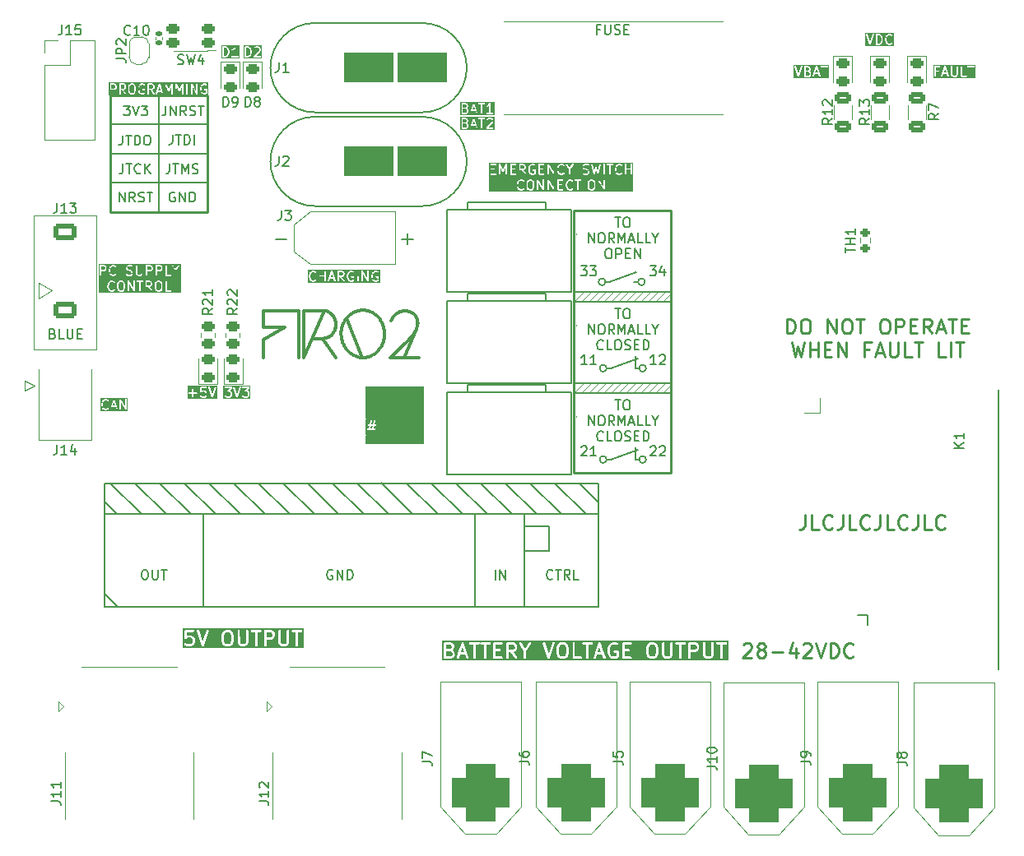
<source format=gto>
G04 #@! TF.GenerationSoftware,KiCad,Pcbnew,8.0.3*
G04 #@! TF.CreationDate,2024-08-23T22:21:50+02:00*
G04 #@! TF.ProjectId,temp_power_management,74656d70-5f70-46f7-9765-725f6d616e61,rev?*
G04 #@! TF.SameCoordinates,Original*
G04 #@! TF.FileFunction,Legend,Top*
G04 #@! TF.FilePolarity,Positive*
%FSLAX46Y46*%
G04 Gerber Fmt 4.6, Leading zero omitted, Abs format (unit mm)*
G04 Created by KiCad (PCBNEW 8.0.3) date 2024-08-23 22:21:50*
%MOMM*%
%LPD*%
G01*
G04 APERTURE LIST*
G04 Aperture macros list*
%AMRoundRect*
0 Rectangle with rounded corners*
0 $1 Rounding radius*
0 $2 $3 $4 $5 $6 $7 $8 $9 X,Y pos of 4 corners*
0 Add a 4 corners polygon primitive as box body*
4,1,4,$2,$3,$4,$5,$6,$7,$8,$9,$2,$3,0*
0 Add four circle primitives for the rounded corners*
1,1,$1+$1,$2,$3*
1,1,$1+$1,$4,$5*
1,1,$1+$1,$6,$7*
1,1,$1+$1,$8,$9*
0 Add four rect primitives between the rounded corners*
20,1,$1+$1,$2,$3,$4,$5,0*
20,1,$1+$1,$4,$5,$6,$7,0*
20,1,$1+$1,$6,$7,$8,$9,0*
20,1,$1+$1,$8,$9,$2,$3,0*%
%AMOutline5P*
0 Free polygon, 5 corners , with rotation*
0 The origin of the aperture is its center*
0 number of corners: always 5*
0 $1 to $10 corner X, Y*
0 $11 Rotation angle, in degrees counterclockwise*
0 create outline with 5 corners*
4,1,5,$1,$2,$3,$4,$5,$6,$7,$8,$9,$10,$1,$2,$11*%
%AMOutline6P*
0 Free polygon, 6 corners , with rotation*
0 The origin of the aperture is its center*
0 number of corners: always 6*
0 $1 to $12 corner X, Y*
0 $13 Rotation angle, in degrees counterclockwise*
0 create outline with 6 corners*
4,1,6,$1,$2,$3,$4,$5,$6,$7,$8,$9,$10,$11,$12,$1,$2,$13*%
%AMOutline7P*
0 Free polygon, 7 corners , with rotation*
0 The origin of the aperture is its center*
0 number of corners: always 7*
0 $1 to $14 corner X, Y*
0 $15 Rotation angle, in degrees counterclockwise*
0 create outline with 7 corners*
4,1,7,$1,$2,$3,$4,$5,$6,$7,$8,$9,$10,$11,$12,$13,$14,$1,$2,$15*%
%AMOutline8P*
0 Free polygon, 8 corners , with rotation*
0 The origin of the aperture is its center*
0 number of corners: always 8*
0 $1 to $16 corner X, Y*
0 $17 Rotation angle, in degrees counterclockwise*
0 create outline with 8 corners*
4,1,8,$1,$2,$3,$4,$5,$6,$7,$8,$9,$10,$11,$12,$13,$14,$15,$16,$1,$2,$17*%
%AMFreePoly0*
4,1,19,0.500000,-0.750000,0.000000,-0.750000,0.000000,-0.744911,-0.071157,-0.744911,-0.207708,-0.704816,-0.327430,-0.627875,-0.420627,-0.520320,-0.479746,-0.390866,-0.500000,-0.250000,-0.500000,0.250000,-0.479746,0.390866,-0.420627,0.520320,-0.327430,0.627875,-0.207708,0.704816,-0.071157,0.744911,0.000000,0.744911,0.000000,0.750000,0.500000,0.750000,0.500000,-0.750000,0.500000,-0.750000,
$1*%
%AMFreePoly1*
4,1,19,0.000000,0.744911,0.071157,0.744911,0.207708,0.704816,0.327430,0.627875,0.420627,0.520320,0.479746,0.390866,0.500000,0.250000,0.500000,-0.250000,0.479746,-0.390866,0.420627,-0.520320,0.327430,-0.627875,0.207708,-0.704816,0.071157,-0.744911,0.000000,-0.744911,0.000000,-0.750000,-0.500000,-0.750000,-0.500000,0.750000,0.000000,0.750000,0.000000,0.744911,0.000000,0.744911,
$1*%
%AMFreePoly2*
4,1,18,-0.850000,0.510000,-0.510000,0.850000,0.600000,0.850000,0.695671,0.830970,0.776777,0.776777,0.830970,0.695671,0.850000,0.600000,0.850000,-0.600000,0.830970,-0.695671,0.776777,-0.776777,0.695671,-0.830970,0.600000,-0.850000,-0.600000,-0.850000,-0.695671,-0.830970,-0.776777,-0.776777,-0.830970,-0.695671,-0.850000,-0.600000,-0.850000,0.510000,-0.850000,0.510000,$1*%
G04 Aperture macros list end*
%ADD10C,0.250000*%
%ADD11C,0.150000*%
%ADD12C,0.100000*%
%ADD13C,0.343958*%
%ADD14C,0.120000*%
%ADD15C,0.200000*%
%ADD16C,0.800000*%
%ADD17C,6.400000*%
%ADD18RoundRect,0.250000X-0.450000X0.262500X-0.450000X-0.262500X0.450000X-0.262500X0.450000X0.262500X0*%
%ADD19RoundRect,0.243750X0.456250X-0.243750X0.456250X0.243750X-0.456250X0.243750X-0.456250X-0.243750X0*%
%ADD20RoundRect,0.243750X-0.456250X0.243750X-0.456250X-0.243750X0.456250X-0.243750X0.456250X0.243750X0*%
%ADD21R,1.800000X1.800000*%
%ADD22C,1.800000*%
%ADD23C,2.500000*%
%ADD24C,4.000000*%
%ADD25C,3.500000*%
%ADD26R,3.800000X3.800000*%
%ADD27C,3.800000*%
%ADD28C,5.000000*%
%ADD29RoundRect,1.500000X1.500000X-1.500000X1.500000X1.500000X-1.500000X1.500000X-1.500000X-1.500000X0*%
%ADD30C,6.000000*%
%ADD31R,1.500000X1.500000*%
%ADD32C,1.500000*%
%ADD33R,1.700000X1.700000*%
%ADD34O,1.700000X1.700000*%
%ADD35RoundRect,0.250000X-0.625000X0.312500X-0.625000X-0.312500X0.625000X-0.312500X0.625000X0.312500X0*%
%ADD36RoundRect,2.500000X-0.000010X-1.500000X0.000010X-1.500000X0.000010X1.500000X-0.000010X1.500000X0*%
%ADD37RoundRect,2.500000X0.000010X-1.500000X0.000010X1.500000X-0.000010X1.500000X-0.000010X-1.500000X0*%
%ADD38Outline8P,-2.500000X2.750000X-1.250000X4.000000X1.250000X4.000000X2.500000X2.750000X2.500000X-2.750000X1.250000X-4.000000X-1.250000X-4.000000X-2.500000X-2.750000X0.000000*%
%ADD39C,0.700000*%
%ADD40RoundRect,0.250000X0.450000X0.275000X-0.450000X0.275000X-0.450000X-0.275000X0.450000X-0.275000X0*%
%ADD41RoundRect,0.200000X0.275000X-0.200000X0.275000X0.200000X-0.275000X0.200000X-0.275000X-0.200000X0*%
%ADD42R,1.300000X1.300000*%
%ADD43C,1.300000*%
%ADD44FreePoly0,270.000000*%
%ADD45FreePoly1,270.000000*%
%ADD46RoundRect,0.140000X-0.170000X0.140000X-0.170000X-0.140000X0.170000X-0.140000X0.170000X0.140000X0*%
%ADD47FreePoly2,0.000000*%
%ADD48C,1.700000*%
%ADD49RoundRect,0.250000X-0.900000X-0.600000X0.900000X-0.600000X0.900000X0.600000X-0.900000X0.600000X0*%
G04 APERTURE END LIST*
D10*
X178750187Y-109809428D02*
X178750187Y-110880857D01*
X178750187Y-110880857D02*
X178678758Y-111095142D01*
X178678758Y-111095142D02*
X178535901Y-111238000D01*
X178535901Y-111238000D02*
X178321615Y-111309428D01*
X178321615Y-111309428D02*
X178178758Y-111309428D01*
X180178758Y-111309428D02*
X179464472Y-111309428D01*
X179464472Y-111309428D02*
X179464472Y-109809428D01*
X181535901Y-111166571D02*
X181464473Y-111238000D01*
X181464473Y-111238000D02*
X181250187Y-111309428D01*
X181250187Y-111309428D02*
X181107330Y-111309428D01*
X181107330Y-111309428D02*
X180893044Y-111238000D01*
X180893044Y-111238000D02*
X180750187Y-111095142D01*
X180750187Y-111095142D02*
X180678758Y-110952285D01*
X180678758Y-110952285D02*
X180607330Y-110666571D01*
X180607330Y-110666571D02*
X180607330Y-110452285D01*
X180607330Y-110452285D02*
X180678758Y-110166571D01*
X180678758Y-110166571D02*
X180750187Y-110023714D01*
X180750187Y-110023714D02*
X180893044Y-109880857D01*
X180893044Y-109880857D02*
X181107330Y-109809428D01*
X181107330Y-109809428D02*
X181250187Y-109809428D01*
X181250187Y-109809428D02*
X181464473Y-109880857D01*
X181464473Y-109880857D02*
X181535901Y-109952285D01*
X182607330Y-109809428D02*
X182607330Y-110880857D01*
X182607330Y-110880857D02*
X182535901Y-111095142D01*
X182535901Y-111095142D02*
X182393044Y-111238000D01*
X182393044Y-111238000D02*
X182178758Y-111309428D01*
X182178758Y-111309428D02*
X182035901Y-111309428D01*
X184035901Y-111309428D02*
X183321615Y-111309428D01*
X183321615Y-111309428D02*
X183321615Y-109809428D01*
X185393044Y-111166571D02*
X185321616Y-111238000D01*
X185321616Y-111238000D02*
X185107330Y-111309428D01*
X185107330Y-111309428D02*
X184964473Y-111309428D01*
X184964473Y-111309428D02*
X184750187Y-111238000D01*
X184750187Y-111238000D02*
X184607330Y-111095142D01*
X184607330Y-111095142D02*
X184535901Y-110952285D01*
X184535901Y-110952285D02*
X184464473Y-110666571D01*
X184464473Y-110666571D02*
X184464473Y-110452285D01*
X184464473Y-110452285D02*
X184535901Y-110166571D01*
X184535901Y-110166571D02*
X184607330Y-110023714D01*
X184607330Y-110023714D02*
X184750187Y-109880857D01*
X184750187Y-109880857D02*
X184964473Y-109809428D01*
X184964473Y-109809428D02*
X185107330Y-109809428D01*
X185107330Y-109809428D02*
X185321616Y-109880857D01*
X185321616Y-109880857D02*
X185393044Y-109952285D01*
X186464473Y-109809428D02*
X186464473Y-110880857D01*
X186464473Y-110880857D02*
X186393044Y-111095142D01*
X186393044Y-111095142D02*
X186250187Y-111238000D01*
X186250187Y-111238000D02*
X186035901Y-111309428D01*
X186035901Y-111309428D02*
X185893044Y-111309428D01*
X187893044Y-111309428D02*
X187178758Y-111309428D01*
X187178758Y-111309428D02*
X187178758Y-109809428D01*
X189250187Y-111166571D02*
X189178759Y-111238000D01*
X189178759Y-111238000D02*
X188964473Y-111309428D01*
X188964473Y-111309428D02*
X188821616Y-111309428D01*
X188821616Y-111309428D02*
X188607330Y-111238000D01*
X188607330Y-111238000D02*
X188464473Y-111095142D01*
X188464473Y-111095142D02*
X188393044Y-110952285D01*
X188393044Y-110952285D02*
X188321616Y-110666571D01*
X188321616Y-110666571D02*
X188321616Y-110452285D01*
X188321616Y-110452285D02*
X188393044Y-110166571D01*
X188393044Y-110166571D02*
X188464473Y-110023714D01*
X188464473Y-110023714D02*
X188607330Y-109880857D01*
X188607330Y-109880857D02*
X188821616Y-109809428D01*
X188821616Y-109809428D02*
X188964473Y-109809428D01*
X188964473Y-109809428D02*
X189178759Y-109880857D01*
X189178759Y-109880857D02*
X189250187Y-109952285D01*
X190321616Y-109809428D02*
X190321616Y-110880857D01*
X190321616Y-110880857D02*
X190250187Y-111095142D01*
X190250187Y-111095142D02*
X190107330Y-111238000D01*
X190107330Y-111238000D02*
X189893044Y-111309428D01*
X189893044Y-111309428D02*
X189750187Y-111309428D01*
X191750187Y-111309428D02*
X191035901Y-111309428D01*
X191035901Y-111309428D02*
X191035901Y-109809428D01*
X193107330Y-111166571D02*
X193035902Y-111238000D01*
X193035902Y-111238000D02*
X192821616Y-111309428D01*
X192821616Y-111309428D02*
X192678759Y-111309428D01*
X192678759Y-111309428D02*
X192464473Y-111238000D01*
X192464473Y-111238000D02*
X192321616Y-111095142D01*
X192321616Y-111095142D02*
X192250187Y-110952285D01*
X192250187Y-110952285D02*
X192178759Y-110666571D01*
X192178759Y-110666571D02*
X192178759Y-110452285D01*
X192178759Y-110452285D02*
X192250187Y-110166571D01*
X192250187Y-110166571D02*
X192321616Y-110023714D01*
X192321616Y-110023714D02*
X192464473Y-109880857D01*
X192464473Y-109880857D02*
X192678759Y-109809428D01*
X192678759Y-109809428D02*
X192821616Y-109809428D01*
X192821616Y-109809428D02*
X193035902Y-109880857D01*
X193035902Y-109880857D02*
X193107330Y-109952285D01*
X176860570Y-91114512D02*
X176860570Y-89614512D01*
X176860570Y-89614512D02*
X177217713Y-89614512D01*
X177217713Y-89614512D02*
X177431999Y-89685941D01*
X177431999Y-89685941D02*
X177574856Y-89828798D01*
X177574856Y-89828798D02*
X177646285Y-89971655D01*
X177646285Y-89971655D02*
X177717713Y-90257369D01*
X177717713Y-90257369D02*
X177717713Y-90471655D01*
X177717713Y-90471655D02*
X177646285Y-90757369D01*
X177646285Y-90757369D02*
X177574856Y-90900226D01*
X177574856Y-90900226D02*
X177431999Y-91043084D01*
X177431999Y-91043084D02*
X177217713Y-91114512D01*
X177217713Y-91114512D02*
X176860570Y-91114512D01*
X178646285Y-89614512D02*
X178931999Y-89614512D01*
X178931999Y-89614512D02*
X179074856Y-89685941D01*
X179074856Y-89685941D02*
X179217713Y-89828798D01*
X179217713Y-89828798D02*
X179289142Y-90114512D01*
X179289142Y-90114512D02*
X179289142Y-90614512D01*
X179289142Y-90614512D02*
X179217713Y-90900226D01*
X179217713Y-90900226D02*
X179074856Y-91043084D01*
X179074856Y-91043084D02*
X178931999Y-91114512D01*
X178931999Y-91114512D02*
X178646285Y-91114512D01*
X178646285Y-91114512D02*
X178503428Y-91043084D01*
X178503428Y-91043084D02*
X178360570Y-90900226D01*
X178360570Y-90900226D02*
X178289142Y-90614512D01*
X178289142Y-90614512D02*
X178289142Y-90114512D01*
X178289142Y-90114512D02*
X178360570Y-89828798D01*
X178360570Y-89828798D02*
X178503428Y-89685941D01*
X178503428Y-89685941D02*
X178646285Y-89614512D01*
X181074856Y-91114512D02*
X181074856Y-89614512D01*
X181074856Y-89614512D02*
X181931999Y-91114512D01*
X181931999Y-91114512D02*
X181931999Y-89614512D01*
X182932000Y-89614512D02*
X183217714Y-89614512D01*
X183217714Y-89614512D02*
X183360571Y-89685941D01*
X183360571Y-89685941D02*
X183503428Y-89828798D01*
X183503428Y-89828798D02*
X183574857Y-90114512D01*
X183574857Y-90114512D02*
X183574857Y-90614512D01*
X183574857Y-90614512D02*
X183503428Y-90900226D01*
X183503428Y-90900226D02*
X183360571Y-91043084D01*
X183360571Y-91043084D02*
X183217714Y-91114512D01*
X183217714Y-91114512D02*
X182932000Y-91114512D01*
X182932000Y-91114512D02*
X182789143Y-91043084D01*
X182789143Y-91043084D02*
X182646285Y-90900226D01*
X182646285Y-90900226D02*
X182574857Y-90614512D01*
X182574857Y-90614512D02*
X182574857Y-90114512D01*
X182574857Y-90114512D02*
X182646285Y-89828798D01*
X182646285Y-89828798D02*
X182789143Y-89685941D01*
X182789143Y-89685941D02*
X182932000Y-89614512D01*
X184003429Y-89614512D02*
X184860572Y-89614512D01*
X184432000Y-91114512D02*
X184432000Y-89614512D01*
X186789143Y-89614512D02*
X187074857Y-89614512D01*
X187074857Y-89614512D02*
X187217714Y-89685941D01*
X187217714Y-89685941D02*
X187360571Y-89828798D01*
X187360571Y-89828798D02*
X187432000Y-90114512D01*
X187432000Y-90114512D02*
X187432000Y-90614512D01*
X187432000Y-90614512D02*
X187360571Y-90900226D01*
X187360571Y-90900226D02*
X187217714Y-91043084D01*
X187217714Y-91043084D02*
X187074857Y-91114512D01*
X187074857Y-91114512D02*
X186789143Y-91114512D01*
X186789143Y-91114512D02*
X186646286Y-91043084D01*
X186646286Y-91043084D02*
X186503428Y-90900226D01*
X186503428Y-90900226D02*
X186432000Y-90614512D01*
X186432000Y-90614512D02*
X186432000Y-90114512D01*
X186432000Y-90114512D02*
X186503428Y-89828798D01*
X186503428Y-89828798D02*
X186646286Y-89685941D01*
X186646286Y-89685941D02*
X186789143Y-89614512D01*
X188074857Y-91114512D02*
X188074857Y-89614512D01*
X188074857Y-89614512D02*
X188646286Y-89614512D01*
X188646286Y-89614512D02*
X188789143Y-89685941D01*
X188789143Y-89685941D02*
X188860572Y-89757369D01*
X188860572Y-89757369D02*
X188932000Y-89900226D01*
X188932000Y-89900226D02*
X188932000Y-90114512D01*
X188932000Y-90114512D02*
X188860572Y-90257369D01*
X188860572Y-90257369D02*
X188789143Y-90328798D01*
X188789143Y-90328798D02*
X188646286Y-90400226D01*
X188646286Y-90400226D02*
X188074857Y-90400226D01*
X189574857Y-90328798D02*
X190074857Y-90328798D01*
X190289143Y-91114512D02*
X189574857Y-91114512D01*
X189574857Y-91114512D02*
X189574857Y-89614512D01*
X189574857Y-89614512D02*
X190289143Y-89614512D01*
X191789143Y-91114512D02*
X191289143Y-90400226D01*
X190932000Y-91114512D02*
X190932000Y-89614512D01*
X190932000Y-89614512D02*
X191503429Y-89614512D01*
X191503429Y-89614512D02*
X191646286Y-89685941D01*
X191646286Y-89685941D02*
X191717715Y-89757369D01*
X191717715Y-89757369D02*
X191789143Y-89900226D01*
X191789143Y-89900226D02*
X191789143Y-90114512D01*
X191789143Y-90114512D02*
X191717715Y-90257369D01*
X191717715Y-90257369D02*
X191646286Y-90328798D01*
X191646286Y-90328798D02*
X191503429Y-90400226D01*
X191503429Y-90400226D02*
X190932000Y-90400226D01*
X192360572Y-90685941D02*
X193074858Y-90685941D01*
X192217715Y-91114512D02*
X192717715Y-89614512D01*
X192717715Y-89614512D02*
X193217715Y-91114512D01*
X193503429Y-89614512D02*
X194360572Y-89614512D01*
X193932000Y-91114512D02*
X193932000Y-89614512D01*
X194860571Y-90328798D02*
X195360571Y-90328798D01*
X195574857Y-91114512D02*
X194860571Y-91114512D01*
X194860571Y-91114512D02*
X194860571Y-89614512D01*
X194860571Y-89614512D02*
X195574857Y-89614512D01*
X177360570Y-92029428D02*
X177717713Y-93529428D01*
X177717713Y-93529428D02*
X178003427Y-92458000D01*
X178003427Y-92458000D02*
X178289142Y-93529428D01*
X178289142Y-93529428D02*
X178646285Y-92029428D01*
X179217713Y-93529428D02*
X179217713Y-92029428D01*
X179217713Y-92743714D02*
X180074856Y-92743714D01*
X180074856Y-93529428D02*
X180074856Y-92029428D01*
X180789142Y-92743714D02*
X181289142Y-92743714D01*
X181503428Y-93529428D02*
X180789142Y-93529428D01*
X180789142Y-93529428D02*
X180789142Y-92029428D01*
X180789142Y-92029428D02*
X181503428Y-92029428D01*
X182146285Y-93529428D02*
X182146285Y-92029428D01*
X182146285Y-92029428D02*
X183003428Y-93529428D01*
X183003428Y-93529428D02*
X183003428Y-92029428D01*
X185360571Y-92743714D02*
X184860571Y-92743714D01*
X184860571Y-93529428D02*
X184860571Y-92029428D01*
X184860571Y-92029428D02*
X185574857Y-92029428D01*
X186074857Y-93100857D02*
X186789143Y-93100857D01*
X185932000Y-93529428D02*
X186432000Y-92029428D01*
X186432000Y-92029428D02*
X186932000Y-93529428D01*
X187431999Y-92029428D02*
X187431999Y-93243714D01*
X187431999Y-93243714D02*
X187503428Y-93386571D01*
X187503428Y-93386571D02*
X187574857Y-93458000D01*
X187574857Y-93458000D02*
X187717714Y-93529428D01*
X187717714Y-93529428D02*
X188003428Y-93529428D01*
X188003428Y-93529428D02*
X188146285Y-93458000D01*
X188146285Y-93458000D02*
X188217714Y-93386571D01*
X188217714Y-93386571D02*
X188289142Y-93243714D01*
X188289142Y-93243714D02*
X188289142Y-92029428D01*
X189717714Y-93529428D02*
X189003428Y-93529428D01*
X189003428Y-93529428D02*
X189003428Y-92029428D01*
X190003429Y-92029428D02*
X190860572Y-92029428D01*
X190432000Y-93529428D02*
X190432000Y-92029428D01*
X193217714Y-93529428D02*
X192503428Y-93529428D01*
X192503428Y-93529428D02*
X192503428Y-92029428D01*
X193717714Y-93529428D02*
X193717714Y-92029428D01*
X194217715Y-92029428D02*
X195074858Y-92029428D01*
X194646286Y-93529428D02*
X194646286Y-92029428D01*
D11*
G36*
X134215475Y-100903216D02*
G01*
X134034225Y-100903575D01*
X134096111Y-100623658D01*
X134277361Y-100623299D01*
X134215475Y-100903216D01*
G37*
G36*
X134745225Y-101592387D02*
G01*
X133566362Y-101592387D01*
X133566362Y-100963091D01*
X133677473Y-100963091D01*
X133677473Y-100992355D01*
X133688672Y-101019391D01*
X133709364Y-101040083D01*
X133736400Y-101051282D01*
X133751032Y-101052723D01*
X133849131Y-101052529D01*
X133771289Y-101404621D01*
X133776356Y-101433443D01*
X133792066Y-101458131D01*
X133816029Y-101474928D01*
X133844596Y-101481276D01*
X133873418Y-101476209D01*
X133898106Y-101460499D01*
X133914903Y-101436536D01*
X133919484Y-101422565D01*
X134001360Y-101052228D01*
X134182610Y-101051869D01*
X134104622Y-101404621D01*
X134109689Y-101433443D01*
X134125399Y-101458131D01*
X134149362Y-101474928D01*
X134177929Y-101481276D01*
X134206751Y-101476209D01*
X134231439Y-101460499D01*
X134248236Y-101436536D01*
X134252817Y-101422565D01*
X134334839Y-101051568D01*
X134479949Y-101051282D01*
X134506985Y-101040083D01*
X134527677Y-101019391D01*
X134538876Y-100992355D01*
X134538876Y-100963091D01*
X134527677Y-100936055D01*
X134506985Y-100915363D01*
X134479949Y-100904164D01*
X134465317Y-100902723D01*
X134367704Y-100902915D01*
X134429590Y-100622998D01*
X134575187Y-100622711D01*
X134602223Y-100611512D01*
X134622915Y-100590820D01*
X134634114Y-100563784D01*
X134634114Y-100534520D01*
X134622915Y-100507484D01*
X134602223Y-100486792D01*
X134575187Y-100475593D01*
X134560555Y-100474152D01*
X134462455Y-100474345D01*
X134540298Y-100122254D01*
X134535231Y-100093432D01*
X134519520Y-100068744D01*
X134495558Y-100051947D01*
X134466991Y-100045599D01*
X134438169Y-100050666D01*
X134413481Y-100066377D01*
X134396684Y-100090340D01*
X134392103Y-100104311D01*
X134310226Y-100474646D01*
X134128976Y-100475005D01*
X134206965Y-100122254D01*
X134201898Y-100093432D01*
X134186187Y-100068744D01*
X134162225Y-100051947D01*
X134133658Y-100045599D01*
X134104836Y-100050666D01*
X134080148Y-100066377D01*
X134063351Y-100090340D01*
X134058770Y-100104311D01*
X133976747Y-100475306D01*
X133831638Y-100475593D01*
X133804602Y-100486792D01*
X133783910Y-100507484D01*
X133772711Y-100534520D01*
X133772711Y-100563784D01*
X133783910Y-100590820D01*
X133804602Y-100611512D01*
X133831638Y-100622711D01*
X133846270Y-100624152D01*
X133943882Y-100623959D01*
X133881996Y-100903876D01*
X133736400Y-100904164D01*
X133709364Y-100915363D01*
X133688672Y-100936055D01*
X133677473Y-100963091D01*
X133566362Y-100963091D01*
X133566362Y-99934488D01*
X134745225Y-99934488D01*
X134745225Y-101592387D01*
G37*
D10*
G36*
X119569527Y-121917889D02*
G01*
X119676531Y-122022647D01*
X119736361Y-122254527D01*
X119738509Y-122723520D01*
X119679536Y-122967200D01*
X119577864Y-123071052D01*
X119477987Y-123122630D01*
X119251147Y-123124388D01*
X119153132Y-123076968D01*
X119046125Y-122972209D01*
X118986296Y-122740329D01*
X118984148Y-122271335D01*
X119043120Y-122027655D01*
X119144793Y-121923803D01*
X119244671Y-121872225D01*
X119471510Y-121870467D01*
X119569527Y-121917889D01*
G37*
G36*
X123855617Y-121918070D02*
G01*
X123899844Y-121960634D01*
X123950879Y-122059460D01*
X123952445Y-122215020D01*
X123904972Y-122313146D01*
X123862411Y-122357370D01*
X123763892Y-122408246D01*
X123342152Y-122409947D01*
X123341304Y-121871932D01*
X123756790Y-121870257D01*
X123855617Y-121918070D01*
G37*
G36*
X127222024Y-123539095D02*
G01*
X114713104Y-123539095D01*
X114713104Y-122473780D01*
X114879771Y-122473780D01*
X114881589Y-122479805D01*
X114881589Y-122486102D01*
X114888582Y-122502983D01*
X114893859Y-122520474D01*
X114897845Y-122525346D01*
X114900254Y-122531161D01*
X114913173Y-122544080D01*
X114924744Y-122558222D01*
X114930290Y-122561197D01*
X114934741Y-122565648D01*
X114951623Y-122572640D01*
X114967723Y-122581277D01*
X114973985Y-122581903D01*
X114979801Y-122584312D01*
X114998073Y-122584312D01*
X115016253Y-122586130D01*
X115022279Y-122584312D01*
X115028575Y-122584312D01*
X115045456Y-122577318D01*
X115062947Y-122572042D01*
X115067819Y-122568055D01*
X115073634Y-122565647D01*
X115092576Y-122550102D01*
X115145964Y-122494627D01*
X115244598Y-122443692D01*
X115542770Y-122441815D01*
X115641332Y-122489498D01*
X115685558Y-122532063D01*
X115736494Y-122630695D01*
X115738371Y-122928869D01*
X115690687Y-123027430D01*
X115648123Y-123071657D01*
X115549490Y-123122592D01*
X115251317Y-123124469D01*
X115152755Y-123076786D01*
X115073634Y-123000638D01*
X115028575Y-122981973D01*
X114979801Y-122981973D01*
X114934741Y-123000637D01*
X114900254Y-123035124D01*
X114881589Y-123080183D01*
X114881589Y-123128957D01*
X114900253Y-123174017D01*
X114915798Y-123192959D01*
X114989856Y-123264234D01*
X114998977Y-123274750D01*
X115004196Y-123278035D01*
X115006168Y-123279933D01*
X115009216Y-123281195D01*
X115019714Y-123287804D01*
X115147093Y-123349428D01*
X115149027Y-123351362D01*
X115163367Y-123357301D01*
X115185458Y-123367989D01*
X115189937Y-123368307D01*
X115194087Y-123370026D01*
X115218473Y-123372428D01*
X115556538Y-123370299D01*
X115559981Y-123371447D01*
X115578026Y-123370164D01*
X115600001Y-123370026D01*
X115604150Y-123368307D01*
X115608630Y-123367989D01*
X115631516Y-123359232D01*
X115773542Y-123285888D01*
X115787920Y-123279933D01*
X115792748Y-123275970D01*
X115795112Y-123274750D01*
X115797276Y-123272254D01*
X115806862Y-123264388D01*
X115878138Y-123190326D01*
X115888650Y-123181210D01*
X115891935Y-123175990D01*
X115893835Y-123174017D01*
X115895098Y-123170965D01*
X115901704Y-123160473D01*
X115963331Y-123033092D01*
X115965264Y-123031160D01*
X115971200Y-123016827D01*
X115981891Y-122994731D01*
X115982209Y-122990248D01*
X115983928Y-122986100D01*
X115986330Y-122961714D01*
X115984201Y-122623646D01*
X115985349Y-122620204D01*
X115984066Y-122602158D01*
X115983928Y-122580185D01*
X115982209Y-122576036D01*
X115981891Y-122571554D01*
X115973133Y-122548669D01*
X115899793Y-122406653D01*
X115893835Y-122392268D01*
X115889868Y-122387435D01*
X115888650Y-122385075D01*
X115886158Y-122382914D01*
X115878290Y-122373326D01*
X115804235Y-122302054D01*
X115795112Y-122291535D01*
X115789889Y-122288247D01*
X115787920Y-122286352D01*
X115784872Y-122285089D01*
X115774374Y-122278481D01*
X115646994Y-122216856D01*
X115645061Y-122214923D01*
X115630720Y-122208983D01*
X115608630Y-122198296D01*
X115604150Y-122197977D01*
X115600001Y-122196259D01*
X115575615Y-122193857D01*
X115237549Y-122195985D01*
X115234108Y-122194838D01*
X115216062Y-122196120D01*
X115194087Y-122196259D01*
X115189937Y-122197977D01*
X115185458Y-122198296D01*
X115162572Y-122207053D01*
X115153974Y-122211492D01*
X115186807Y-121872066D01*
X115814287Y-121870026D01*
X115859347Y-121851362D01*
X115893835Y-121816874D01*
X115912499Y-121771814D01*
X115912499Y-121763062D01*
X116165883Y-121763062D01*
X116171316Y-121786956D01*
X116668723Y-123271773D01*
X116669340Y-123280443D01*
X116676274Y-123294312D01*
X116681306Y-123309332D01*
X116687157Y-123316079D01*
X116691152Y-123324068D01*
X116702991Y-123334335D01*
X116713261Y-123346177D01*
X116721251Y-123350172D01*
X116727998Y-123356023D01*
X116742865Y-123360978D01*
X116756886Y-123367989D01*
X116765795Y-123368622D01*
X116774267Y-123371446D01*
X116789901Y-123370335D01*
X116805535Y-123371446D01*
X116814006Y-123368622D01*
X116822916Y-123367989D01*
X116836935Y-123360979D01*
X116851805Y-123356023D01*
X116858552Y-123350171D01*
X116866541Y-123346177D01*
X116876808Y-123334337D01*
X116888650Y-123324068D01*
X116892645Y-123316076D01*
X116898496Y-123309331D01*
X116908486Y-123286956D01*
X117253268Y-122247428D01*
X118736329Y-122247428D01*
X118738582Y-122739354D01*
X118736477Y-122753504D01*
X118738716Y-122768651D01*
X118738731Y-122771814D01*
X118739435Y-122773515D01*
X118740061Y-122777745D01*
X118810159Y-123049424D01*
X118810159Y-123057529D01*
X118815704Y-123070915D01*
X118819734Y-123086534D01*
X118825267Y-123094002D01*
X118828824Y-123102588D01*
X118844369Y-123121530D01*
X118988300Y-123262440D01*
X118998976Y-123274749D01*
X119004289Y-123278093D01*
X119006169Y-123279934D01*
X119009219Y-123281197D01*
X119019714Y-123287804D01*
X119147092Y-123349428D01*
X119149026Y-123351362D01*
X119163367Y-123357302D01*
X119185457Y-123367989D01*
X119189936Y-123368307D01*
X119194086Y-123370026D01*
X119218472Y-123372428D01*
X119485294Y-123370361D01*
X119488552Y-123371447D01*
X119506094Y-123370200D01*
X119528572Y-123370026D01*
X119532720Y-123368307D01*
X119537202Y-123367989D01*
X119560087Y-123359232D01*
X119702105Y-123285891D01*
X119716490Y-123279933D01*
X119721321Y-123275968D01*
X119723682Y-123274749D01*
X119725843Y-123272257D01*
X119735432Y-123264388D01*
X119867338Y-123129651D01*
X119873888Y-123125722D01*
X119882297Y-123114372D01*
X119893834Y-123102588D01*
X119897390Y-123094000D01*
X119902923Y-123086534D01*
X119911168Y-123063459D01*
X119978690Y-122784457D01*
X119983927Y-122771814D01*
X119985421Y-122756644D01*
X119986181Y-122753505D01*
X119985909Y-122751682D01*
X119986329Y-122747428D01*
X119984075Y-122255500D01*
X119986181Y-122241351D01*
X119983941Y-122226203D01*
X119983927Y-122223042D01*
X119983222Y-122221341D01*
X119982597Y-122217110D01*
X119912498Y-121945431D01*
X119912498Y-121937327D01*
X119906952Y-121923940D01*
X119902923Y-121908322D01*
X119897390Y-121900854D01*
X119893833Y-121892267D01*
X119878288Y-121873325D01*
X119749691Y-121747428D01*
X120379186Y-121747428D01*
X120381502Y-122942074D01*
X120380167Y-122946081D01*
X120381548Y-122965510D01*
X120381588Y-122986100D01*
X120383306Y-122990248D01*
X120383625Y-122994730D01*
X120392383Y-123017616D01*
X120465725Y-123159637D01*
X120471682Y-123174017D01*
X120475645Y-123178846D01*
X120476866Y-123181210D01*
X120479360Y-123183373D01*
X120487227Y-123192959D01*
X120561280Y-123264229D01*
X120570405Y-123274749D01*
X120575627Y-123278036D01*
X120577598Y-123279933D01*
X120580644Y-123281194D01*
X120591143Y-123287804D01*
X120718521Y-123349428D01*
X120720455Y-123351362D01*
X120734796Y-123357302D01*
X120756886Y-123367989D01*
X120761365Y-123368307D01*
X120765515Y-123370026D01*
X120789901Y-123372428D01*
X121056723Y-123370361D01*
X121059981Y-123371447D01*
X121077523Y-123370200D01*
X121100001Y-123370026D01*
X121104149Y-123368307D01*
X121108631Y-123367989D01*
X121131516Y-123359232D01*
X121273537Y-123285889D01*
X121287918Y-123279933D01*
X121292747Y-123275969D01*
X121295111Y-123274749D01*
X121297274Y-123272254D01*
X121306860Y-123264388D01*
X121378130Y-123190334D01*
X121388650Y-123181210D01*
X121391937Y-123175987D01*
X121393834Y-123174017D01*
X121395095Y-123170970D01*
X121401705Y-123160472D01*
X121463329Y-123033093D01*
X121465263Y-123031160D01*
X121471203Y-123016818D01*
X121481890Y-122994729D01*
X121482208Y-122990249D01*
X121483927Y-122986100D01*
X121486329Y-122961714D01*
X121483927Y-121723042D01*
X121738732Y-121723042D01*
X121738732Y-121771814D01*
X121757396Y-121816874D01*
X121791884Y-121851362D01*
X121836944Y-121870026D01*
X121861330Y-121872428D01*
X122165096Y-121871600D01*
X122167303Y-123271814D01*
X122185967Y-123316874D01*
X122220455Y-123351362D01*
X122265515Y-123370026D01*
X122314287Y-123370026D01*
X122359347Y-123351362D01*
X122393835Y-123316874D01*
X122412499Y-123271814D01*
X122414901Y-123247428D01*
X122412732Y-121870925D01*
X122742859Y-121870026D01*
X122787919Y-121851362D01*
X122822407Y-121816874D01*
X122841071Y-121771814D01*
X122841071Y-121747428D01*
X123093472Y-121747428D01*
X123095874Y-123271814D01*
X123114538Y-123316874D01*
X123149026Y-123351362D01*
X123194086Y-123370026D01*
X123242858Y-123370026D01*
X123287918Y-123351362D01*
X123322406Y-123316874D01*
X123341070Y-123271814D01*
X123343472Y-123247428D01*
X123342542Y-122657641D01*
X123770533Y-122655916D01*
X123774267Y-122657161D01*
X123793054Y-122655825D01*
X123814287Y-122655740D01*
X123818435Y-122654021D01*
X123822917Y-122653703D01*
X123845802Y-122644946D01*
X123987823Y-122571603D01*
X124002204Y-122565647D01*
X124007033Y-122561683D01*
X124009397Y-122560463D01*
X124011560Y-122557968D01*
X124021146Y-122550102D01*
X124092416Y-122476048D01*
X124102936Y-122466924D01*
X124106223Y-122461701D01*
X124108120Y-122459731D01*
X124109381Y-122456684D01*
X124115991Y-122446186D01*
X124177615Y-122318807D01*
X124179549Y-122316874D01*
X124185489Y-122302532D01*
X124196176Y-122280443D01*
X124196494Y-122275963D01*
X124198213Y-122271814D01*
X124200615Y-122247428D01*
X124198645Y-122051741D01*
X124199634Y-122048776D01*
X124198447Y-122032088D01*
X124198213Y-122008756D01*
X124196494Y-122004606D01*
X124196176Y-122000127D01*
X124187419Y-121977241D01*
X124114079Y-121835223D01*
X124108120Y-121820838D01*
X124104155Y-121816006D01*
X124102936Y-121813646D01*
X124100444Y-121811484D01*
X124092575Y-121801896D01*
X124035979Y-121747428D01*
X124593472Y-121747428D01*
X124595788Y-122942074D01*
X124594453Y-122946081D01*
X124595834Y-122965510D01*
X124595874Y-122986100D01*
X124597592Y-122990248D01*
X124597911Y-122994730D01*
X124606669Y-123017616D01*
X124680011Y-123159637D01*
X124685968Y-123174017D01*
X124689931Y-123178846D01*
X124691152Y-123181210D01*
X124693646Y-123183373D01*
X124701513Y-123192959D01*
X124775566Y-123264229D01*
X124784691Y-123274749D01*
X124789913Y-123278036D01*
X124791884Y-123279933D01*
X124794930Y-123281194D01*
X124805429Y-123287804D01*
X124932807Y-123349428D01*
X124934741Y-123351362D01*
X124949082Y-123357302D01*
X124971172Y-123367989D01*
X124975651Y-123368307D01*
X124979801Y-123370026D01*
X125004187Y-123372428D01*
X125271009Y-123370361D01*
X125274267Y-123371447D01*
X125291809Y-123370200D01*
X125314287Y-123370026D01*
X125318435Y-123368307D01*
X125322917Y-123367989D01*
X125345802Y-123359232D01*
X125487823Y-123285889D01*
X125502204Y-123279933D01*
X125507033Y-123275969D01*
X125509397Y-123274749D01*
X125511560Y-123272254D01*
X125521146Y-123264388D01*
X125592416Y-123190334D01*
X125602936Y-123181210D01*
X125606223Y-123175987D01*
X125608120Y-123174017D01*
X125609381Y-123170970D01*
X125615991Y-123160472D01*
X125677615Y-123033093D01*
X125679549Y-123031160D01*
X125685489Y-123016818D01*
X125696176Y-122994729D01*
X125696494Y-122990249D01*
X125698213Y-122986100D01*
X125700615Y-122961714D01*
X125698213Y-121723042D01*
X125953018Y-121723042D01*
X125953018Y-121771814D01*
X125971682Y-121816874D01*
X126006170Y-121851362D01*
X126051230Y-121870026D01*
X126075616Y-121872428D01*
X126379382Y-121871600D01*
X126381589Y-123271814D01*
X126400253Y-123316874D01*
X126434741Y-123351362D01*
X126479801Y-123370026D01*
X126528573Y-123370026D01*
X126573633Y-123351362D01*
X126608121Y-123316874D01*
X126626785Y-123271814D01*
X126629187Y-123247428D01*
X126627018Y-121870925D01*
X126957145Y-121870026D01*
X127002205Y-121851362D01*
X127036693Y-121816874D01*
X127055357Y-121771814D01*
X127055357Y-121723042D01*
X127036693Y-121677982D01*
X127002205Y-121643494D01*
X126957145Y-121624830D01*
X126932759Y-121622428D01*
X126051230Y-121624830D01*
X126006170Y-121643494D01*
X125971682Y-121677982D01*
X125953018Y-121723042D01*
X125698213Y-121723042D01*
X125679549Y-121677982D01*
X125645061Y-121643494D01*
X125600001Y-121624830D01*
X125551229Y-121624830D01*
X125506169Y-121643494D01*
X125471681Y-121677982D01*
X125453017Y-121723042D01*
X125450615Y-121747428D01*
X125452905Y-122928356D01*
X125404972Y-123027432D01*
X125362411Y-123071656D01*
X125263702Y-123122630D01*
X125036862Y-123124388D01*
X124938468Y-123076785D01*
X124894243Y-123034223D01*
X124843421Y-122935810D01*
X124841070Y-121723042D01*
X124822406Y-121677982D01*
X124787918Y-121643494D01*
X124742858Y-121624830D01*
X124694086Y-121624830D01*
X124649026Y-121643494D01*
X124614538Y-121677982D01*
X124595874Y-121723042D01*
X124593472Y-121747428D01*
X124035979Y-121747428D01*
X124018513Y-121730619D01*
X124009397Y-121720108D01*
X124004177Y-121716822D01*
X124002204Y-121714923D01*
X123999152Y-121713659D01*
X123988660Y-121707054D01*
X123861280Y-121645427D01*
X123859347Y-121643494D01*
X123845008Y-121637554D01*
X123822917Y-121626867D01*
X123818435Y-121626548D01*
X123814287Y-121624830D01*
X123789901Y-121622428D01*
X123194086Y-121624830D01*
X123149026Y-121643494D01*
X123114538Y-121677982D01*
X123095874Y-121723042D01*
X123093472Y-121747428D01*
X122841071Y-121747428D01*
X122841071Y-121723042D01*
X122822407Y-121677982D01*
X122787919Y-121643494D01*
X122742859Y-121624830D01*
X122718473Y-121622428D01*
X121836944Y-121624830D01*
X121791884Y-121643494D01*
X121757396Y-121677982D01*
X121738732Y-121723042D01*
X121483927Y-121723042D01*
X121465263Y-121677982D01*
X121430775Y-121643494D01*
X121385715Y-121624830D01*
X121336943Y-121624830D01*
X121291883Y-121643494D01*
X121257395Y-121677982D01*
X121238731Y-121723042D01*
X121236329Y-121747428D01*
X121238619Y-122928356D01*
X121190686Y-123027432D01*
X121148125Y-123071656D01*
X121049416Y-123122630D01*
X120822576Y-123124388D01*
X120724182Y-123076785D01*
X120679957Y-123034223D01*
X120629135Y-122935810D01*
X120626784Y-121723042D01*
X120608120Y-121677982D01*
X120573632Y-121643494D01*
X120528572Y-121624830D01*
X120479800Y-121624830D01*
X120434740Y-121643494D01*
X120400252Y-121677982D01*
X120381588Y-121723042D01*
X120379186Y-121747428D01*
X119749691Y-121747428D01*
X119734360Y-121732419D01*
X119723682Y-121720108D01*
X119718365Y-121716761D01*
X119716489Y-121714924D01*
X119713441Y-121713661D01*
X119702945Y-121707054D01*
X119575565Y-121645427D01*
X119573632Y-121643494D01*
X119559293Y-121637554D01*
X119537202Y-121626867D01*
X119532720Y-121626548D01*
X119528572Y-121624830D01*
X119504186Y-121622428D01*
X119237362Y-121624494D01*
X119234105Y-121623409D01*
X119216562Y-121624655D01*
X119194086Y-121624830D01*
X119189937Y-121626548D01*
X119185455Y-121626867D01*
X119162570Y-121635625D01*
X119020554Y-121708964D01*
X119006169Y-121714923D01*
X119001336Y-121718889D01*
X118998976Y-121720108D01*
X118996815Y-121722599D01*
X118987227Y-121730468D01*
X118855319Y-121865203D01*
X118848769Y-121869134D01*
X118840359Y-121880484D01*
X118828824Y-121892267D01*
X118825266Y-121900854D01*
X118819734Y-121908322D01*
X118811489Y-121931397D01*
X118743968Y-122210398D01*
X118738731Y-122223042D01*
X118737236Y-122238212D01*
X118736477Y-122241352D01*
X118736748Y-122243173D01*
X118736329Y-122247428D01*
X117253268Y-122247428D01*
X117413919Y-121763062D01*
X117410462Y-121714412D01*
X117388650Y-121670788D01*
X117351805Y-121638833D01*
X117305535Y-121623410D01*
X117256886Y-121626867D01*
X117213261Y-121648679D01*
X117181306Y-121685524D01*
X117171316Y-121707899D01*
X116790561Y-122855883D01*
X116398496Y-121685525D01*
X116366541Y-121648679D01*
X116322916Y-121626867D01*
X116274267Y-121623410D01*
X116227998Y-121638833D01*
X116191152Y-121670788D01*
X116169340Y-121714413D01*
X116165883Y-121763062D01*
X115912499Y-121763062D01*
X115912499Y-121723042D01*
X115893835Y-121677982D01*
X115859347Y-121643494D01*
X115814287Y-121624830D01*
X115789901Y-121622428D01*
X115080768Y-121624733D01*
X115063549Y-121623012D01*
X115057591Y-121624809D01*
X115051229Y-121624830D01*
X115034347Y-121631822D01*
X115016855Y-121637100D01*
X115011983Y-121641085D01*
X115006169Y-121643494D01*
X114993248Y-121656414D01*
X114979107Y-121667985D01*
X114976132Y-121673530D01*
X114971681Y-121677982D01*
X114964687Y-121694866D01*
X114956052Y-121710965D01*
X114954206Y-121720170D01*
X114953017Y-121723042D01*
X114953017Y-121726102D01*
X114951235Y-121734991D01*
X114883817Y-122431947D01*
X114881589Y-122437328D01*
X114881589Y-122454985D01*
X114879771Y-122473780D01*
X114713104Y-122473780D01*
X114713104Y-121455761D01*
X127222024Y-121455761D01*
X127222024Y-123539095D01*
G37*
D11*
G36*
X108546531Y-85844770D02*
G01*
X108620323Y-85917152D01*
X108661016Y-86075323D01*
X108662319Y-86390077D01*
X108622205Y-86555325D01*
X108551738Y-86627166D01*
X108482292Y-86662928D01*
X108327123Y-86664018D01*
X108258801Y-86630867D01*
X108185008Y-86558485D01*
X108144315Y-86400313D01*
X108143012Y-86085559D01*
X108183126Y-85920311D01*
X108253594Y-85848470D01*
X108323039Y-85812709D01*
X108478208Y-85811619D01*
X108546531Y-85844770D01*
G37*
G36*
X112403674Y-85844770D02*
G01*
X112477466Y-85917152D01*
X112518159Y-86075323D01*
X112519462Y-86390077D01*
X112479348Y-86555325D01*
X112408881Y-86627166D01*
X112339435Y-86662928D01*
X112184266Y-86664018D01*
X112115944Y-86630867D01*
X112042151Y-86558485D01*
X112001458Y-86400313D01*
X112000155Y-86085559D01*
X112040269Y-85920311D01*
X112110737Y-85848470D01*
X112180182Y-85812709D01*
X112335351Y-85811619D01*
X112403674Y-85844770D01*
G37*
G36*
X111403881Y-85844871D02*
G01*
X111435208Y-85875115D01*
X111470666Y-85943972D01*
X111471651Y-86051604D01*
X111438471Y-86119985D01*
X111408226Y-86151313D01*
X111339538Y-86186684D01*
X111213387Y-86187144D01*
X111210565Y-86186646D01*
X111208231Y-86187162D01*
X111048313Y-86187745D01*
X111047780Y-85812550D01*
X111335114Y-85811503D01*
X111403881Y-85844871D01*
G37*
G36*
X106689595Y-84234927D02*
G01*
X106720922Y-84265171D01*
X106756380Y-84334028D01*
X106757365Y-84441660D01*
X106724185Y-84510041D01*
X106693940Y-84541369D01*
X106625252Y-84576740D01*
X106334027Y-84577801D01*
X106333494Y-84202606D01*
X106620828Y-84201559D01*
X106689595Y-84234927D01*
G37*
G36*
X111451500Y-84234927D02*
G01*
X111482827Y-84265171D01*
X111518285Y-84334028D01*
X111519270Y-84441660D01*
X111486090Y-84510041D01*
X111455845Y-84541369D01*
X111387157Y-84576740D01*
X111095932Y-84577801D01*
X111095399Y-84202606D01*
X111382733Y-84201559D01*
X111451500Y-84234927D01*
G37*
G36*
X112451500Y-84234927D02*
G01*
X112482827Y-84265171D01*
X112518285Y-84334028D01*
X112519270Y-84441660D01*
X112486090Y-84510041D01*
X112455845Y-84541369D01*
X112387157Y-84576740D01*
X112095932Y-84577801D01*
X112095399Y-84202606D01*
X112382733Y-84201559D01*
X112451500Y-84234927D01*
G37*
G36*
X114541139Y-86923930D02*
G01*
X106073698Y-86923930D01*
X106073698Y-86166390D01*
X106994333Y-86166390D01*
X106995600Y-86304969D01*
X106994422Y-86312893D01*
X106995756Y-86321917D01*
X106995774Y-86323879D01*
X106996196Y-86324900D01*
X106996572Y-86327437D01*
X107044089Y-86512135D01*
X107044615Y-86519532D01*
X107048817Y-86530514D01*
X107049138Y-86531759D01*
X107049460Y-86532194D01*
X107049870Y-86533264D01*
X107098560Y-86627816D01*
X107102210Y-86636628D01*
X107104593Y-86639532D01*
X107105321Y-86640945D01*
X107106819Y-86642244D01*
X107111538Y-86647994D01*
X107199707Y-86734479D01*
X107200559Y-86736183D01*
X107208203Y-86742813D01*
X107218141Y-86752561D01*
X107220631Y-86753592D01*
X107222666Y-86755357D01*
X107236092Y-86761351D01*
X107378673Y-86807500D01*
X107388034Y-86811378D01*
X107391797Y-86811748D01*
X107393285Y-86812230D01*
X107395259Y-86812089D01*
X107402666Y-86812819D01*
X107497983Y-86811568D01*
X107507284Y-86812230D01*
X107510938Y-86811398D01*
X107512536Y-86811378D01*
X107514367Y-86810619D01*
X107521621Y-86808970D01*
X107653411Y-86763759D01*
X107655393Y-86763759D01*
X107664945Y-86759802D01*
X107677903Y-86755357D01*
X107679938Y-86753591D01*
X107682429Y-86752560D01*
X107693795Y-86743232D01*
X107750741Y-86684247D01*
X107761939Y-86657211D01*
X107761939Y-86627948D01*
X107750740Y-86600912D01*
X107730047Y-86580219D01*
X107703011Y-86569021D01*
X107673748Y-86569021D01*
X107646712Y-86580220D01*
X107635346Y-86589548D01*
X107601824Y-86624269D01*
X107489117Y-86662934D01*
X107417739Y-86663870D01*
X107301812Y-86626348D01*
X107227604Y-86553558D01*
X107188912Y-86478421D01*
X107144294Y-86304991D01*
X107143152Y-86180219D01*
X107169628Y-86071152D01*
X107994333Y-86071152D01*
X107995693Y-86399588D01*
X107994422Y-86408131D01*
X107995766Y-86417223D01*
X107995774Y-86419117D01*
X107996196Y-86420138D01*
X107996572Y-86422675D01*
X108043393Y-86604666D01*
X108043393Y-86609592D01*
X108046737Y-86617667D01*
X108049138Y-86626997D01*
X108052457Y-86631476D01*
X108054591Y-86636628D01*
X108063919Y-86647994D01*
X108159686Y-86741932D01*
X108166206Y-86749450D01*
X108169399Y-86751460D01*
X108170522Y-86752561D01*
X108172354Y-86753319D01*
X108178649Y-86757282D01*
X108264538Y-86798957D01*
X108265760Y-86800179D01*
X108274619Y-86803848D01*
X108287618Y-86810156D01*
X108290307Y-86810347D01*
X108292796Y-86811378D01*
X108307428Y-86812819D01*
X108486515Y-86811560D01*
X108488523Y-86812230D01*
X108499195Y-86811471D01*
X108512536Y-86811378D01*
X108515025Y-86810346D01*
X108517713Y-86810156D01*
X108531445Y-86804901D01*
X108625999Y-86756209D01*
X108634810Y-86752560D01*
X108637712Y-86750177D01*
X108639126Y-86749450D01*
X108640425Y-86747951D01*
X108646175Y-86743233D01*
X108734770Y-86652909D01*
X108738772Y-86650509D01*
X108743857Y-86643645D01*
X108750741Y-86636628D01*
X108752874Y-86631476D01*
X108756194Y-86626997D01*
X108761141Y-86613151D01*
X108806381Y-86426785D01*
X108809558Y-86419117D01*
X108810455Y-86410002D01*
X108810910Y-86408131D01*
X108810747Y-86407038D01*
X108810999Y-86404485D01*
X108809638Y-86076048D01*
X108810910Y-86067506D01*
X108809565Y-86058413D01*
X108809558Y-86056520D01*
X108809135Y-86055498D01*
X108808760Y-86052962D01*
X108761939Y-85870970D01*
X108761939Y-85866045D01*
X108758593Y-85857968D01*
X108756194Y-85848640D01*
X108752875Y-85844161D01*
X108750741Y-85839008D01*
X108741413Y-85827643D01*
X108649838Y-85737819D01*
X109089571Y-85737819D01*
X109091012Y-86752451D01*
X109102211Y-86779487D01*
X109122903Y-86800179D01*
X109149939Y-86811378D01*
X109179203Y-86811378D01*
X109206239Y-86800179D01*
X109226931Y-86779487D01*
X109238130Y-86752451D01*
X109239571Y-86737819D01*
X109238548Y-86017749D01*
X109669895Y-86770448D01*
X109673639Y-86779487D01*
X109677001Y-86782849D01*
X109679391Y-86787019D01*
X109687279Y-86793127D01*
X109694331Y-86800179D01*
X109698749Y-86802009D01*
X109702529Y-86804936D01*
X109712150Y-86807560D01*
X109721367Y-86811378D01*
X109726148Y-86811378D01*
X109730760Y-86812636D01*
X109740657Y-86811378D01*
X109750631Y-86811378D01*
X109755046Y-86809548D01*
X109759790Y-86808946D01*
X109768454Y-86803995D01*
X109777667Y-86800179D01*
X109781045Y-86796800D01*
X109785199Y-86794427D01*
X109791308Y-86786537D01*
X109798359Y-86779487D01*
X109800188Y-86775070D01*
X109803116Y-86771290D01*
X109805740Y-86761666D01*
X109809558Y-86752451D01*
X109810294Y-86744968D01*
X109810816Y-86743058D01*
X109810628Y-86741582D01*
X109810999Y-86737819D01*
X109809558Y-85723187D01*
X109995774Y-85723187D01*
X109995774Y-85752451D01*
X110006973Y-85779487D01*
X110027665Y-85800179D01*
X110054701Y-85811378D01*
X110069333Y-85812819D01*
X110280152Y-85812300D01*
X110281488Y-86752451D01*
X110292687Y-86779487D01*
X110313379Y-86800179D01*
X110340415Y-86811378D01*
X110369679Y-86811378D01*
X110396715Y-86800179D01*
X110417407Y-86779487D01*
X110428606Y-86752451D01*
X110430047Y-86737819D01*
X110428732Y-85811935D01*
X110655393Y-85811378D01*
X110682429Y-85800179D01*
X110703121Y-85779487D01*
X110714320Y-85752451D01*
X110714320Y-85737819D01*
X110899095Y-85737819D01*
X110900536Y-86752451D01*
X110911735Y-86779487D01*
X110932427Y-86800179D01*
X110959463Y-86811378D01*
X110988727Y-86811378D01*
X111015763Y-86800179D01*
X111036455Y-86779487D01*
X111047654Y-86752451D01*
X111049095Y-86737819D01*
X111048524Y-86336356D01*
X111172747Y-86335904D01*
X111493652Y-86791989D01*
X111518331Y-86807716D01*
X111547148Y-86812802D01*
X111575719Y-86806472D01*
X111599693Y-86789690D01*
X111615420Y-86765012D01*
X111620505Y-86736194D01*
X111614176Y-86707623D01*
X111606966Y-86694810D01*
X111354109Y-86335439D01*
X111357007Y-86335233D01*
X111369679Y-86335187D01*
X111372168Y-86334155D01*
X111374856Y-86333965D01*
X111388588Y-86328710D01*
X111483144Y-86280017D01*
X111491953Y-86276369D01*
X111494855Y-86273986D01*
X111496269Y-86273259D01*
X111497568Y-86271760D01*
X111503318Y-86267042D01*
X111550659Y-86218006D01*
X111557154Y-86212374D01*
X111559133Y-86209228D01*
X111560264Y-86208058D01*
X111561021Y-86206230D01*
X111564986Y-86199931D01*
X111606661Y-86114041D01*
X111607883Y-86112820D01*
X111611552Y-86103960D01*
X111617860Y-86090962D01*
X111618051Y-86088272D01*
X111619082Y-86085784D01*
X111620523Y-86071152D01*
X111851476Y-86071152D01*
X111852836Y-86399588D01*
X111851565Y-86408131D01*
X111852909Y-86417223D01*
X111852917Y-86419117D01*
X111853339Y-86420138D01*
X111853715Y-86422675D01*
X111900536Y-86604666D01*
X111900536Y-86609592D01*
X111903880Y-86617667D01*
X111906281Y-86626997D01*
X111909600Y-86631476D01*
X111911734Y-86636628D01*
X111921062Y-86647994D01*
X112016829Y-86741932D01*
X112023349Y-86749450D01*
X112026542Y-86751460D01*
X112027665Y-86752561D01*
X112029497Y-86753319D01*
X112035792Y-86757282D01*
X112121681Y-86798957D01*
X112122903Y-86800179D01*
X112131762Y-86803848D01*
X112144761Y-86810156D01*
X112147450Y-86810347D01*
X112149939Y-86811378D01*
X112164571Y-86812819D01*
X112343658Y-86811560D01*
X112345666Y-86812230D01*
X112356338Y-86811471D01*
X112369679Y-86811378D01*
X112372168Y-86810346D01*
X112374856Y-86810156D01*
X112388588Y-86804901D01*
X112483142Y-86756209D01*
X112491953Y-86752560D01*
X112494855Y-86750177D01*
X112496269Y-86749450D01*
X112497568Y-86747951D01*
X112503318Y-86743233D01*
X112591913Y-86652909D01*
X112595915Y-86650509D01*
X112601000Y-86643645D01*
X112607884Y-86636628D01*
X112610017Y-86631476D01*
X112613337Y-86626997D01*
X112618284Y-86613151D01*
X112663524Y-86426785D01*
X112666701Y-86419117D01*
X112667598Y-86410002D01*
X112668053Y-86408131D01*
X112667890Y-86407038D01*
X112668142Y-86404485D01*
X112666781Y-86076048D01*
X112668053Y-86067506D01*
X112666708Y-86058413D01*
X112666701Y-86056520D01*
X112666278Y-86055498D01*
X112665903Y-86052962D01*
X112619082Y-85870970D01*
X112619082Y-85866045D01*
X112615736Y-85857968D01*
X112613337Y-85848640D01*
X112610018Y-85844161D01*
X112607884Y-85839008D01*
X112598556Y-85827643D01*
X112506981Y-85737819D01*
X112946714Y-85737819D01*
X112948155Y-86752451D01*
X112959354Y-86779487D01*
X112980046Y-86800179D01*
X113007082Y-86811378D01*
X113021714Y-86812819D01*
X113512536Y-86811378D01*
X113539572Y-86800179D01*
X113560264Y-86779487D01*
X113571463Y-86752451D01*
X113571463Y-86723187D01*
X113560264Y-86696151D01*
X113539572Y-86675459D01*
X113512536Y-86664260D01*
X113497904Y-86662819D01*
X113096609Y-86663997D01*
X113095273Y-85723187D01*
X113084074Y-85696151D01*
X113063382Y-85675459D01*
X113036346Y-85664260D01*
X113007082Y-85664260D01*
X112980046Y-85675459D01*
X112959354Y-85696151D01*
X112948155Y-85723187D01*
X112946714Y-85737819D01*
X112506981Y-85737819D01*
X112502793Y-85733711D01*
X112496269Y-85726188D01*
X112493072Y-85724175D01*
X112491953Y-85723078D01*
X112490125Y-85722320D01*
X112483826Y-85718356D01*
X112397937Y-85676681D01*
X112396715Y-85675459D01*
X112387849Y-85671786D01*
X112374856Y-85665482D01*
X112372168Y-85665291D01*
X112369679Y-85664260D01*
X112355047Y-85662819D01*
X112175958Y-85664077D01*
X112173951Y-85663408D01*
X112163278Y-85664166D01*
X112149939Y-85664260D01*
X112147450Y-85665290D01*
X112144761Y-85665482D01*
X112131030Y-85670737D01*
X112036480Y-85719425D01*
X112027665Y-85723077D01*
X112024759Y-85725461D01*
X112023349Y-85726188D01*
X112022050Y-85727684D01*
X112016300Y-85732405D01*
X111927704Y-85822726D01*
X111923703Y-85825128D01*
X111918616Y-85831991D01*
X111911735Y-85839008D01*
X111909601Y-85844158D01*
X111906281Y-85848640D01*
X111901334Y-85862486D01*
X111856093Y-86048851D01*
X111852917Y-86056520D01*
X111852019Y-86065634D01*
X111851565Y-86067506D01*
X111851727Y-86068598D01*
X111851476Y-86071152D01*
X111620523Y-86071152D01*
X111619318Y-85939521D01*
X111619934Y-85937675D01*
X111619208Y-85927460D01*
X111619082Y-85913663D01*
X111618051Y-85911174D01*
X111617860Y-85908485D01*
X111612605Y-85894754D01*
X111563913Y-85800199D01*
X111560264Y-85791389D01*
X111557881Y-85788486D01*
X111557154Y-85787073D01*
X111555655Y-85785773D01*
X111550937Y-85780024D01*
X111501901Y-85732682D01*
X111496269Y-85726188D01*
X111493123Y-85724208D01*
X111491953Y-85723078D01*
X111490125Y-85722320D01*
X111483826Y-85718356D01*
X111397937Y-85676681D01*
X111396715Y-85675459D01*
X111387849Y-85671786D01*
X111374856Y-85665482D01*
X111372168Y-85665291D01*
X111369679Y-85664260D01*
X111355047Y-85662819D01*
X110959463Y-85664260D01*
X110932427Y-85675459D01*
X110911735Y-85696151D01*
X110900536Y-85723187D01*
X110899095Y-85737819D01*
X110714320Y-85737819D01*
X110714320Y-85723187D01*
X110703121Y-85696151D01*
X110682429Y-85675459D01*
X110655393Y-85664260D01*
X110640761Y-85662819D01*
X110054701Y-85664260D01*
X110027665Y-85675459D01*
X110006973Y-85696151D01*
X109995774Y-85723187D01*
X109809558Y-85723187D01*
X109798359Y-85696151D01*
X109777667Y-85675459D01*
X109750631Y-85664260D01*
X109721367Y-85664260D01*
X109694331Y-85675459D01*
X109673639Y-85696151D01*
X109662440Y-85723187D01*
X109660999Y-85737819D01*
X109662021Y-86457888D01*
X109230674Y-85705189D01*
X109226931Y-85696151D01*
X109223568Y-85692788D01*
X109221179Y-85688619D01*
X109213289Y-85682509D01*
X109206239Y-85675459D01*
X109201822Y-85673629D01*
X109198042Y-85670702D01*
X109188418Y-85668077D01*
X109179203Y-85664260D01*
X109174422Y-85664260D01*
X109169810Y-85663002D01*
X109159913Y-85664260D01*
X109149939Y-85664260D01*
X109145523Y-85666089D01*
X109140780Y-85666692D01*
X109132115Y-85671642D01*
X109122903Y-85675459D01*
X109119524Y-85678837D01*
X109115371Y-85681211D01*
X109109261Y-85689100D01*
X109102211Y-85696151D01*
X109100381Y-85700567D01*
X109097454Y-85704348D01*
X109094829Y-85713971D01*
X109091012Y-85723187D01*
X109090275Y-85730669D01*
X109089754Y-85732580D01*
X109089941Y-85734055D01*
X109089571Y-85737819D01*
X108649838Y-85737819D01*
X108645650Y-85733711D01*
X108639126Y-85726188D01*
X108635929Y-85724175D01*
X108634810Y-85723078D01*
X108632982Y-85722320D01*
X108626683Y-85718356D01*
X108540794Y-85676681D01*
X108539572Y-85675459D01*
X108530706Y-85671786D01*
X108517713Y-85665482D01*
X108515025Y-85665291D01*
X108512536Y-85664260D01*
X108497904Y-85662819D01*
X108318815Y-85664077D01*
X108316808Y-85663408D01*
X108306135Y-85664166D01*
X108292796Y-85664260D01*
X108290307Y-85665290D01*
X108287618Y-85665482D01*
X108273887Y-85670737D01*
X108179337Y-85719425D01*
X108170522Y-85723077D01*
X108167616Y-85725461D01*
X108166206Y-85726188D01*
X108164907Y-85727684D01*
X108159157Y-85732405D01*
X108070561Y-85822726D01*
X108066560Y-85825128D01*
X108061473Y-85831991D01*
X108054592Y-85839008D01*
X108052458Y-85844158D01*
X108049138Y-85848640D01*
X108044191Y-85862486D01*
X107998950Y-86048851D01*
X107995774Y-86056520D01*
X107994876Y-86065634D01*
X107994422Y-86067506D01*
X107994584Y-86068598D01*
X107994333Y-86071152D01*
X107169628Y-86071152D01*
X107185178Y-86007096D01*
X107223903Y-85927286D01*
X107298182Y-85851561D01*
X107411451Y-85812703D01*
X107482830Y-85811767D01*
X107599023Y-85849376D01*
X107646712Y-85895417D01*
X107673748Y-85906616D01*
X107703011Y-85906616D01*
X107730047Y-85895417D01*
X107750740Y-85874724D01*
X107761939Y-85847688D01*
X107761939Y-85818425D01*
X107750740Y-85791389D01*
X107741413Y-85780024D01*
X107700586Y-85740608D01*
X107700010Y-85739455D01*
X107693930Y-85734181D01*
X107682429Y-85723078D01*
X107679938Y-85722046D01*
X107677903Y-85720281D01*
X107664478Y-85714287D01*
X107521899Y-85668138D01*
X107512536Y-85664260D01*
X107508770Y-85663889D01*
X107507284Y-85663408D01*
X107505309Y-85663548D01*
X107497904Y-85662819D01*
X107402585Y-85664069D01*
X107393285Y-85663408D01*
X107389630Y-85664239D01*
X107388034Y-85664260D01*
X107386203Y-85665018D01*
X107378948Y-85666668D01*
X107247158Y-85711879D01*
X107245178Y-85711879D01*
X107235628Y-85715834D01*
X107222666Y-85720281D01*
X107220631Y-85722045D01*
X107218141Y-85723077D01*
X107206776Y-85732405D01*
X107112844Y-85828167D01*
X107105321Y-85834692D01*
X107103308Y-85837888D01*
X107102211Y-85839008D01*
X107101453Y-85840835D01*
X107097489Y-85847135D01*
X107053222Y-85938366D01*
X107049138Y-85943878D01*
X107045200Y-85954897D01*
X107044615Y-85956105D01*
X107044576Y-85956644D01*
X107044191Y-85957724D01*
X106998950Y-86144089D01*
X106995774Y-86151758D01*
X106994876Y-86160872D01*
X106994422Y-86162744D01*
X106994584Y-86163836D01*
X106994333Y-86166390D01*
X106073698Y-86166390D01*
X106073698Y-84127875D01*
X106184809Y-84127875D01*
X106186250Y-85142507D01*
X106197449Y-85169543D01*
X106218141Y-85190235D01*
X106245177Y-85201434D01*
X106274441Y-85201434D01*
X106301477Y-85190235D01*
X106322169Y-85169543D01*
X106333368Y-85142507D01*
X106334809Y-85127875D01*
X106334238Y-84726412D01*
X106629111Y-84725338D01*
X106631380Y-84726095D01*
X106642721Y-84725289D01*
X106655393Y-84725243D01*
X106657882Y-84724211D01*
X106660570Y-84724021D01*
X106674302Y-84718766D01*
X106768858Y-84670073D01*
X106777667Y-84666425D01*
X106780569Y-84664042D01*
X106781983Y-84663315D01*
X106783282Y-84661816D01*
X106789032Y-84657098D01*
X106836373Y-84608062D01*
X106842868Y-84602430D01*
X106844847Y-84599284D01*
X106845978Y-84598114D01*
X106846735Y-84596286D01*
X106850700Y-84589987D01*
X106866975Y-84556446D01*
X107137190Y-84556446D01*
X107138457Y-84695025D01*
X107137279Y-84702949D01*
X107138613Y-84711973D01*
X107138631Y-84713935D01*
X107139053Y-84714956D01*
X107139429Y-84717493D01*
X107186946Y-84902191D01*
X107187472Y-84909588D01*
X107191674Y-84920570D01*
X107191995Y-84921815D01*
X107192317Y-84922250D01*
X107192727Y-84923320D01*
X107241417Y-85017872D01*
X107245067Y-85026684D01*
X107247450Y-85029588D01*
X107248178Y-85031001D01*
X107249676Y-85032300D01*
X107254395Y-85038050D01*
X107342564Y-85124535D01*
X107343416Y-85126239D01*
X107351060Y-85132869D01*
X107360998Y-85142617D01*
X107363488Y-85143648D01*
X107365523Y-85145413D01*
X107378949Y-85151407D01*
X107521530Y-85197556D01*
X107530891Y-85201434D01*
X107534654Y-85201804D01*
X107536142Y-85202286D01*
X107538116Y-85202145D01*
X107545523Y-85202875D01*
X107640840Y-85201624D01*
X107650141Y-85202286D01*
X107653795Y-85201454D01*
X107655393Y-85201434D01*
X107657224Y-85200675D01*
X107664478Y-85199026D01*
X107796268Y-85153815D01*
X107798250Y-85153815D01*
X107807802Y-85149858D01*
X107820760Y-85145413D01*
X107822795Y-85143647D01*
X107825286Y-85142616D01*
X107836652Y-85133288D01*
X107893598Y-85074303D01*
X107904796Y-85047267D01*
X107904796Y-85018004D01*
X107893597Y-84990968D01*
X107872904Y-84970275D01*
X107845868Y-84959077D01*
X107816605Y-84959077D01*
X107789569Y-84970276D01*
X107778203Y-84979604D01*
X107744681Y-85014325D01*
X107631974Y-85052990D01*
X107560596Y-85053926D01*
X107444669Y-85016404D01*
X107370461Y-84943614D01*
X107331769Y-84868477D01*
X107287151Y-84695047D01*
X107286009Y-84570275D01*
X107328035Y-84397152D01*
X107366270Y-84318351D01*
X108899095Y-84318351D01*
X108900200Y-84402657D01*
X108899684Y-84404208D01*
X108900342Y-84413477D01*
X108900536Y-84428221D01*
X108901567Y-84430710D01*
X108901758Y-84433398D01*
X108907013Y-84447130D01*
X108955705Y-84541686D01*
X108959354Y-84550495D01*
X108961736Y-84553397D01*
X108962464Y-84554811D01*
X108963962Y-84556110D01*
X108968681Y-84561860D01*
X109017716Y-84609201D01*
X109023349Y-84615696D01*
X109026494Y-84617675D01*
X109027665Y-84618806D01*
X109029492Y-84619563D01*
X109035792Y-84623528D01*
X109127024Y-84667796D01*
X109132535Y-84671879D01*
X109143550Y-84675814D01*
X109144761Y-84676402D01*
X109145301Y-84676440D01*
X109146381Y-84676826D01*
X109323864Y-84719910D01*
X109403881Y-84758736D01*
X109435208Y-84788980D01*
X109470730Y-84857961D01*
X109471519Y-84918122D01*
X109438471Y-84986231D01*
X109408225Y-85017560D01*
X109339475Y-85052963D01*
X109132694Y-85054142D01*
X108983475Y-85005845D01*
X108954285Y-85007920D01*
X108928112Y-85021006D01*
X108908938Y-85043113D01*
X108899684Y-85070876D01*
X108901759Y-85100066D01*
X108914845Y-85126239D01*
X108936952Y-85145413D01*
X108950378Y-85151407D01*
X109092959Y-85197556D01*
X109102320Y-85201434D01*
X109106083Y-85201804D01*
X109107571Y-85202286D01*
X109109545Y-85202145D01*
X109116952Y-85202875D01*
X109343556Y-85201582D01*
X109345666Y-85202286D01*
X109356608Y-85201508D01*
X109369679Y-85201434D01*
X109372168Y-85200402D01*
X109374856Y-85200212D01*
X109388588Y-85194957D01*
X109483142Y-85146265D01*
X109491953Y-85142616D01*
X109494855Y-85140233D01*
X109496269Y-85139506D01*
X109497569Y-85138006D01*
X109503319Y-85133288D01*
X109550660Y-85084251D01*
X109557154Y-85078620D01*
X109559133Y-85075474D01*
X109560265Y-85074303D01*
X109561022Y-85072473D01*
X109564986Y-85066177D01*
X109606661Y-84980287D01*
X109607883Y-84979066D01*
X109611552Y-84970206D01*
X109617860Y-84957208D01*
X109618051Y-84954518D01*
X109619082Y-84952030D01*
X109620523Y-84937398D01*
X109619417Y-84853090D01*
X109619934Y-84851540D01*
X109619275Y-84842269D01*
X109619082Y-84827528D01*
X109618051Y-84825039D01*
X109617860Y-84822350D01*
X109612605Y-84808619D01*
X109563913Y-84714064D01*
X109560264Y-84705254D01*
X109557881Y-84702351D01*
X109557154Y-84700938D01*
X109555655Y-84699638D01*
X109550937Y-84693889D01*
X109501901Y-84646547D01*
X109496269Y-84640053D01*
X109493123Y-84638073D01*
X109491953Y-84636943D01*
X109490125Y-84636185D01*
X109483826Y-84632221D01*
X109392594Y-84587954D01*
X109387083Y-84583870D01*
X109376063Y-84579932D01*
X109374856Y-84579347D01*
X109374316Y-84579308D01*
X109373237Y-84578923D01*
X109195753Y-84535838D01*
X109115737Y-84497013D01*
X109084409Y-84466768D01*
X109048887Y-84397787D01*
X109048098Y-84337626D01*
X109081147Y-84269516D01*
X109111391Y-84238189D01*
X109180142Y-84202786D01*
X109386923Y-84201607D01*
X109536142Y-84249905D01*
X109565332Y-84247830D01*
X109591506Y-84234744D01*
X109610680Y-84212636D01*
X109619934Y-84184874D01*
X109617859Y-84155684D01*
X109604772Y-84129511D01*
X109602886Y-84127875D01*
X109899095Y-84127875D01*
X109900489Y-84925599D01*
X109899684Y-84928017D01*
X109900514Y-84939704D01*
X109900536Y-84952030D01*
X109901567Y-84954519D01*
X109901758Y-84957207D01*
X109907013Y-84970939D01*
X109955703Y-85065491D01*
X109959353Y-85074303D01*
X109961736Y-85077207D01*
X109962464Y-85078620D01*
X109963962Y-85079919D01*
X109968680Y-85085668D01*
X110017715Y-85133009D01*
X110023349Y-85139506D01*
X110026494Y-85141485D01*
X110027665Y-85142616D01*
X110029492Y-85143373D01*
X110035792Y-85147338D01*
X110121681Y-85189013D01*
X110122903Y-85190235D01*
X110131762Y-85193904D01*
X110144761Y-85200212D01*
X110147450Y-85200403D01*
X110149939Y-85201434D01*
X110164571Y-85202875D01*
X110343658Y-85201616D01*
X110345666Y-85202286D01*
X110356338Y-85201527D01*
X110369679Y-85201434D01*
X110372168Y-85200402D01*
X110374856Y-85200212D01*
X110388588Y-85194957D01*
X110483142Y-85146265D01*
X110491953Y-85142616D01*
X110494855Y-85140233D01*
X110496269Y-85139506D01*
X110497569Y-85138006D01*
X110503319Y-85133288D01*
X110550660Y-85084251D01*
X110557154Y-85078620D01*
X110559133Y-85075474D01*
X110560265Y-85074303D01*
X110561022Y-85072473D01*
X110564986Y-85066177D01*
X110606661Y-84980287D01*
X110607883Y-84979066D01*
X110611552Y-84970206D01*
X110617860Y-84957208D01*
X110618051Y-84954518D01*
X110619082Y-84952030D01*
X110620523Y-84937398D01*
X110619108Y-84127875D01*
X110946714Y-84127875D01*
X110948155Y-85142507D01*
X110959354Y-85169543D01*
X110980046Y-85190235D01*
X111007082Y-85201434D01*
X111036346Y-85201434D01*
X111063382Y-85190235D01*
X111084074Y-85169543D01*
X111095273Y-85142507D01*
X111096714Y-85127875D01*
X111096143Y-84726412D01*
X111391016Y-84725338D01*
X111393285Y-84726095D01*
X111404626Y-84725289D01*
X111417298Y-84725243D01*
X111419787Y-84724211D01*
X111422475Y-84724021D01*
X111436207Y-84718766D01*
X111530763Y-84670073D01*
X111539572Y-84666425D01*
X111542474Y-84664042D01*
X111543888Y-84663315D01*
X111545187Y-84661816D01*
X111550937Y-84657098D01*
X111598278Y-84608062D01*
X111604773Y-84602430D01*
X111606752Y-84599284D01*
X111607883Y-84598114D01*
X111608640Y-84596286D01*
X111612605Y-84589987D01*
X111654280Y-84504097D01*
X111655502Y-84502876D01*
X111659171Y-84494016D01*
X111665479Y-84481018D01*
X111665670Y-84478328D01*
X111666701Y-84475840D01*
X111668142Y-84461208D01*
X111666937Y-84329577D01*
X111667553Y-84327731D01*
X111666827Y-84317516D01*
X111666701Y-84303719D01*
X111665670Y-84301230D01*
X111665479Y-84298541D01*
X111660224Y-84284810D01*
X111611532Y-84190255D01*
X111607883Y-84181445D01*
X111605500Y-84178542D01*
X111604773Y-84177129D01*
X111603274Y-84175829D01*
X111598556Y-84170080D01*
X111554841Y-84127875D01*
X111946714Y-84127875D01*
X111948155Y-85142507D01*
X111959354Y-85169543D01*
X111980046Y-85190235D01*
X112007082Y-85201434D01*
X112036346Y-85201434D01*
X112063382Y-85190235D01*
X112084074Y-85169543D01*
X112095273Y-85142507D01*
X112096714Y-85127875D01*
X112096143Y-84726412D01*
X112391016Y-84725338D01*
X112393285Y-84726095D01*
X112404626Y-84725289D01*
X112417298Y-84725243D01*
X112419787Y-84724211D01*
X112422475Y-84724021D01*
X112436207Y-84718766D01*
X112530763Y-84670073D01*
X112539572Y-84666425D01*
X112542474Y-84664042D01*
X112543888Y-84663315D01*
X112545187Y-84661816D01*
X112550937Y-84657098D01*
X112598278Y-84608062D01*
X112604773Y-84602430D01*
X112606752Y-84599284D01*
X112607883Y-84598114D01*
X112608640Y-84596286D01*
X112612605Y-84589987D01*
X112654280Y-84504097D01*
X112655502Y-84502876D01*
X112659171Y-84494016D01*
X112665479Y-84481018D01*
X112665670Y-84478328D01*
X112666701Y-84475840D01*
X112668142Y-84461208D01*
X112666937Y-84329577D01*
X112667553Y-84327731D01*
X112666827Y-84317516D01*
X112666701Y-84303719D01*
X112665670Y-84301230D01*
X112665479Y-84298541D01*
X112660224Y-84284810D01*
X112611532Y-84190255D01*
X112607883Y-84181445D01*
X112605500Y-84178542D01*
X112604773Y-84177129D01*
X112603274Y-84175829D01*
X112598556Y-84170080D01*
X112554841Y-84127875D01*
X112946714Y-84127875D01*
X112948155Y-85142507D01*
X112959354Y-85169543D01*
X112980046Y-85190235D01*
X113007082Y-85201434D01*
X113021714Y-85202875D01*
X113512536Y-85201434D01*
X113539572Y-85190235D01*
X113560264Y-85169543D01*
X113571463Y-85142507D01*
X113571463Y-85113243D01*
X113560264Y-85086207D01*
X113539572Y-85065515D01*
X113512536Y-85054316D01*
X113497904Y-85052875D01*
X113096609Y-85054053D01*
X113095291Y-84126201D01*
X113613400Y-84126201D01*
X113618467Y-84155023D01*
X113625106Y-84168141D01*
X113946770Y-84671092D01*
X113948155Y-85142507D01*
X113959354Y-85169543D01*
X113980046Y-85190235D01*
X114007082Y-85201434D01*
X114036346Y-85201434D01*
X114063382Y-85190235D01*
X114084074Y-85169543D01*
X114095273Y-85142507D01*
X114096714Y-85127875D01*
X114095385Y-84675529D01*
X114424962Y-84155022D01*
X114430028Y-84126201D01*
X114423680Y-84097635D01*
X114406884Y-84073671D01*
X114382195Y-84057960D01*
X114353373Y-84052894D01*
X114324807Y-84059242D01*
X114300844Y-84076038D01*
X114291772Y-84087609D01*
X114022234Y-84513296D01*
X113742584Y-84076039D01*
X113718621Y-84059242D01*
X113690055Y-84052894D01*
X113661233Y-84057961D01*
X113636545Y-84073672D01*
X113619748Y-84097635D01*
X113613400Y-84126201D01*
X113095291Y-84126201D01*
X113095273Y-84113243D01*
X113084074Y-84086207D01*
X113063382Y-84065515D01*
X113036346Y-84054316D01*
X113007082Y-84054316D01*
X112980046Y-84065515D01*
X112959354Y-84086207D01*
X112948155Y-84113243D01*
X112946714Y-84127875D01*
X112554841Y-84127875D01*
X112549520Y-84122738D01*
X112543888Y-84116244D01*
X112540742Y-84114264D01*
X112539572Y-84113134D01*
X112537744Y-84112376D01*
X112531445Y-84108412D01*
X112445556Y-84066737D01*
X112444334Y-84065515D01*
X112435468Y-84061842D01*
X112422475Y-84055538D01*
X112419787Y-84055347D01*
X112417298Y-84054316D01*
X112402666Y-84052875D01*
X112007082Y-84054316D01*
X111980046Y-84065515D01*
X111959354Y-84086207D01*
X111948155Y-84113243D01*
X111946714Y-84127875D01*
X111554841Y-84127875D01*
X111549520Y-84122738D01*
X111543888Y-84116244D01*
X111540742Y-84114264D01*
X111539572Y-84113134D01*
X111537744Y-84112376D01*
X111531445Y-84108412D01*
X111445556Y-84066737D01*
X111444334Y-84065515D01*
X111435468Y-84061842D01*
X111422475Y-84055538D01*
X111419787Y-84055347D01*
X111417298Y-84054316D01*
X111402666Y-84052875D01*
X111007082Y-84054316D01*
X110980046Y-84065515D01*
X110959354Y-84086207D01*
X110948155Y-84113243D01*
X110946714Y-84127875D01*
X110619108Y-84127875D01*
X110619082Y-84113243D01*
X110607883Y-84086207D01*
X110587191Y-84065515D01*
X110560155Y-84054316D01*
X110530891Y-84054316D01*
X110503855Y-84065515D01*
X110483163Y-84086207D01*
X110471964Y-84113243D01*
X110470523Y-84127875D01*
X110471903Y-84917330D01*
X110438471Y-84986231D01*
X110408225Y-85017560D01*
X110339435Y-85052984D01*
X110184266Y-85054074D01*
X110115737Y-85020823D01*
X110084410Y-84990577D01*
X110049067Y-84921946D01*
X110047654Y-84113243D01*
X110036455Y-84086207D01*
X110015763Y-84065515D01*
X109988727Y-84054316D01*
X109959463Y-84054316D01*
X109932427Y-84065515D01*
X109911735Y-84086207D01*
X109900536Y-84113243D01*
X109899095Y-84127875D01*
X109602886Y-84127875D01*
X109582665Y-84110337D01*
X109569240Y-84104343D01*
X109426661Y-84058194D01*
X109417298Y-84054316D01*
X109413532Y-84053945D01*
X109412046Y-84053464D01*
X109410071Y-84053604D01*
X109402666Y-84052875D01*
X109176060Y-84054167D01*
X109173951Y-84053464D01*
X109163008Y-84054241D01*
X109149939Y-84054316D01*
X109147450Y-84055346D01*
X109144761Y-84055538D01*
X109131030Y-84060793D01*
X109036475Y-84109484D01*
X109027665Y-84113134D01*
X109024762Y-84115516D01*
X109023349Y-84116244D01*
X109022049Y-84117742D01*
X109016300Y-84122461D01*
X108968958Y-84171496D01*
X108962464Y-84177129D01*
X108960484Y-84180274D01*
X108959354Y-84181445D01*
X108958596Y-84183272D01*
X108954632Y-84189572D01*
X108912957Y-84275460D01*
X108911735Y-84276683D01*
X108908062Y-84285548D01*
X108901758Y-84298542D01*
X108901567Y-84301229D01*
X108900536Y-84303719D01*
X108899095Y-84318351D01*
X107366270Y-84318351D01*
X107366760Y-84317342D01*
X107441039Y-84241617D01*
X107554308Y-84202759D01*
X107625687Y-84201823D01*
X107741880Y-84239432D01*
X107789569Y-84285473D01*
X107816605Y-84296672D01*
X107845868Y-84296672D01*
X107872904Y-84285473D01*
X107893597Y-84264780D01*
X107904796Y-84237744D01*
X107904796Y-84208481D01*
X107893597Y-84181445D01*
X107884270Y-84170080D01*
X107843443Y-84130664D01*
X107842867Y-84129511D01*
X107836787Y-84124237D01*
X107825286Y-84113134D01*
X107822795Y-84112102D01*
X107820760Y-84110337D01*
X107807335Y-84104343D01*
X107664756Y-84058194D01*
X107655393Y-84054316D01*
X107651627Y-84053945D01*
X107650141Y-84053464D01*
X107648166Y-84053604D01*
X107640761Y-84052875D01*
X107545442Y-84054125D01*
X107536142Y-84053464D01*
X107532487Y-84054295D01*
X107530891Y-84054316D01*
X107529060Y-84055074D01*
X107521805Y-84056724D01*
X107390015Y-84101935D01*
X107388035Y-84101935D01*
X107378485Y-84105890D01*
X107365523Y-84110337D01*
X107363488Y-84112101D01*
X107360998Y-84113133D01*
X107349633Y-84122461D01*
X107255701Y-84218223D01*
X107248178Y-84224748D01*
X107246165Y-84227944D01*
X107245068Y-84229064D01*
X107244310Y-84230891D01*
X107240346Y-84237191D01*
X107196079Y-84328422D01*
X107191995Y-84333934D01*
X107188057Y-84344953D01*
X107187472Y-84346161D01*
X107187433Y-84346700D01*
X107187048Y-84347780D01*
X107141807Y-84534145D01*
X107138631Y-84541814D01*
X107137733Y-84550928D01*
X107137279Y-84552800D01*
X107137441Y-84553892D01*
X107137190Y-84556446D01*
X106866975Y-84556446D01*
X106892375Y-84504097D01*
X106893597Y-84502876D01*
X106897266Y-84494016D01*
X106903574Y-84481018D01*
X106903765Y-84478328D01*
X106904796Y-84475840D01*
X106906237Y-84461208D01*
X106905032Y-84329577D01*
X106905648Y-84327731D01*
X106904922Y-84317516D01*
X106904796Y-84303719D01*
X106903765Y-84301230D01*
X106903574Y-84298541D01*
X106898319Y-84284810D01*
X106849627Y-84190255D01*
X106845978Y-84181445D01*
X106843595Y-84178542D01*
X106842868Y-84177129D01*
X106841369Y-84175829D01*
X106836651Y-84170080D01*
X106787615Y-84122738D01*
X106781983Y-84116244D01*
X106778837Y-84114264D01*
X106777667Y-84113134D01*
X106775839Y-84112376D01*
X106769540Y-84108412D01*
X106683651Y-84066737D01*
X106682429Y-84065515D01*
X106673563Y-84061842D01*
X106660570Y-84055538D01*
X106657882Y-84055347D01*
X106655393Y-84054316D01*
X106640761Y-84052875D01*
X106245177Y-84054316D01*
X106218141Y-84065515D01*
X106197449Y-84086207D01*
X106186250Y-84113243D01*
X106184809Y-84127875D01*
X106073698Y-84127875D01*
X106073698Y-83941764D01*
X114541139Y-83941764D01*
X114541139Y-86923930D01*
G37*
G36*
X107807252Y-98569406D02*
G01*
X107537212Y-98570199D01*
X107671757Y-98164742D01*
X107807252Y-98569406D01*
G37*
G36*
X109096396Y-99115930D02*
G01*
X106247984Y-99115930D01*
X106247984Y-98358390D01*
X106359095Y-98358390D01*
X106360362Y-98496969D01*
X106359184Y-98504893D01*
X106360518Y-98513917D01*
X106360536Y-98515879D01*
X106360958Y-98516900D01*
X106361334Y-98519437D01*
X106408851Y-98704135D01*
X106409377Y-98711532D01*
X106413579Y-98722514D01*
X106413900Y-98723759D01*
X106414222Y-98724194D01*
X106414632Y-98725264D01*
X106463322Y-98819816D01*
X106466972Y-98828628D01*
X106469355Y-98831532D01*
X106470083Y-98832945D01*
X106471581Y-98834244D01*
X106476300Y-98839994D01*
X106564469Y-98926479D01*
X106565321Y-98928183D01*
X106572965Y-98934813D01*
X106582903Y-98944561D01*
X106585393Y-98945592D01*
X106587428Y-98947357D01*
X106600854Y-98953351D01*
X106743435Y-98999500D01*
X106752796Y-99003378D01*
X106756559Y-99003748D01*
X106758047Y-99004230D01*
X106760021Y-99004089D01*
X106767428Y-99004819D01*
X106862745Y-99003568D01*
X106872046Y-99004230D01*
X106875700Y-99003398D01*
X106877298Y-99003378D01*
X106879129Y-99002619D01*
X106886383Y-99000970D01*
X107018173Y-98955759D01*
X107020155Y-98955759D01*
X107029707Y-98951802D01*
X107042665Y-98947357D01*
X107044700Y-98945591D01*
X107047191Y-98944560D01*
X107058557Y-98935232D01*
X107072839Y-98920439D01*
X107264446Y-98920439D01*
X107266521Y-98949629D01*
X107279607Y-98975802D01*
X107301714Y-98994976D01*
X107329477Y-99004230D01*
X107358667Y-99002155D01*
X107384840Y-98989069D01*
X107404014Y-98966962D01*
X107410008Y-98953536D01*
X107487853Y-98718946D01*
X107856959Y-98717862D01*
X107940366Y-98966961D01*
X107959540Y-98989068D01*
X107985713Y-99002155D01*
X108014903Y-99004230D01*
X108042665Y-98994976D01*
X108064773Y-98975802D01*
X108077859Y-98949628D01*
X108079934Y-98920438D01*
X108076674Y-98906102D01*
X107749783Y-97929819D01*
X108263857Y-97929819D01*
X108265298Y-98944451D01*
X108276497Y-98971487D01*
X108297189Y-98992179D01*
X108324225Y-99003378D01*
X108353489Y-99003378D01*
X108380525Y-98992179D01*
X108401217Y-98971487D01*
X108412416Y-98944451D01*
X108413857Y-98929819D01*
X108412834Y-98209749D01*
X108844181Y-98962448D01*
X108847925Y-98971487D01*
X108851287Y-98974849D01*
X108853677Y-98979019D01*
X108861565Y-98985127D01*
X108868617Y-98992179D01*
X108873035Y-98994009D01*
X108876815Y-98996936D01*
X108886436Y-98999560D01*
X108895653Y-99003378D01*
X108900434Y-99003378D01*
X108905046Y-99004636D01*
X108914943Y-99003378D01*
X108924917Y-99003378D01*
X108929332Y-99001548D01*
X108934076Y-99000946D01*
X108942740Y-98995995D01*
X108951953Y-98992179D01*
X108955331Y-98988800D01*
X108959485Y-98986427D01*
X108965594Y-98978537D01*
X108972645Y-98971487D01*
X108974474Y-98967070D01*
X108977402Y-98963290D01*
X108980026Y-98953666D01*
X108983844Y-98944451D01*
X108984580Y-98936968D01*
X108985102Y-98935058D01*
X108984914Y-98933582D01*
X108985285Y-98929819D01*
X108983844Y-97915187D01*
X108972645Y-97888151D01*
X108951953Y-97867459D01*
X108924917Y-97856260D01*
X108895653Y-97856260D01*
X108868617Y-97867459D01*
X108847925Y-97888151D01*
X108836726Y-97915187D01*
X108835285Y-97929819D01*
X108836307Y-98649888D01*
X108404960Y-97897189D01*
X108401217Y-97888151D01*
X108397854Y-97884788D01*
X108395465Y-97880619D01*
X108387575Y-97874509D01*
X108380525Y-97867459D01*
X108376108Y-97865629D01*
X108372328Y-97862702D01*
X108362704Y-97860077D01*
X108353489Y-97856260D01*
X108348708Y-97856260D01*
X108344096Y-97855002D01*
X108334199Y-97856260D01*
X108324225Y-97856260D01*
X108319809Y-97858089D01*
X108315066Y-97858692D01*
X108306401Y-97863642D01*
X108297189Y-97867459D01*
X108293810Y-97870837D01*
X108289657Y-97873211D01*
X108283547Y-97881100D01*
X108276497Y-97888151D01*
X108274667Y-97892567D01*
X108271740Y-97896348D01*
X108269115Y-97905971D01*
X108265298Y-97915187D01*
X108264561Y-97922669D01*
X108264040Y-97924580D01*
X108264227Y-97926055D01*
X108263857Y-97929819D01*
X107749783Y-97929819D01*
X107744896Y-97915223D01*
X107744526Y-97910010D01*
X107740362Y-97901683D01*
X107737347Y-97892676D01*
X107733835Y-97888627D01*
X107731440Y-97883836D01*
X107724336Y-97877674D01*
X107718173Y-97870569D01*
X107713379Y-97868172D01*
X107709332Y-97864662D01*
X107700410Y-97861688D01*
X107692000Y-97857483D01*
X107686655Y-97857103D01*
X107681570Y-97855408D01*
X107672190Y-97856074D01*
X107662810Y-97855408D01*
X107657724Y-97857103D01*
X107652380Y-97857483D01*
X107643972Y-97861687D01*
X107635047Y-97864662D01*
X107630996Y-97868175D01*
X107626207Y-97870570D01*
X107620048Y-97877670D01*
X107612940Y-97883836D01*
X107610543Y-97888629D01*
X107607033Y-97892677D01*
X107601039Y-97906102D01*
X107362864Y-98623850D01*
X107360536Y-98629472D01*
X107360536Y-98630867D01*
X107264446Y-98920439D01*
X107072839Y-98920439D01*
X107115503Y-98876247D01*
X107126701Y-98849211D01*
X107126701Y-98819948D01*
X107115502Y-98792912D01*
X107094809Y-98772219D01*
X107067773Y-98761021D01*
X107038510Y-98761021D01*
X107011474Y-98772220D01*
X107000108Y-98781548D01*
X106966586Y-98816269D01*
X106853879Y-98854934D01*
X106782501Y-98855870D01*
X106666574Y-98818348D01*
X106592366Y-98745558D01*
X106553674Y-98670421D01*
X106509056Y-98496991D01*
X106507914Y-98372219D01*
X106549940Y-98199096D01*
X106588665Y-98119286D01*
X106662944Y-98043561D01*
X106776213Y-98004703D01*
X106847592Y-98003767D01*
X106963785Y-98041376D01*
X107011474Y-98087417D01*
X107038510Y-98098616D01*
X107067773Y-98098616D01*
X107094809Y-98087417D01*
X107115502Y-98066724D01*
X107126701Y-98039688D01*
X107126701Y-98010425D01*
X107115502Y-97983389D01*
X107106175Y-97972024D01*
X107065348Y-97932608D01*
X107064772Y-97931455D01*
X107058692Y-97926181D01*
X107047191Y-97915078D01*
X107044700Y-97914046D01*
X107042665Y-97912281D01*
X107029240Y-97906287D01*
X106886661Y-97860138D01*
X106877298Y-97856260D01*
X106873532Y-97855889D01*
X106872046Y-97855408D01*
X106870071Y-97855548D01*
X106862666Y-97854819D01*
X106767347Y-97856069D01*
X106758047Y-97855408D01*
X106754392Y-97856239D01*
X106752796Y-97856260D01*
X106750965Y-97857018D01*
X106743710Y-97858668D01*
X106611920Y-97903879D01*
X106609940Y-97903879D01*
X106600390Y-97907834D01*
X106587428Y-97912281D01*
X106585393Y-97914045D01*
X106582903Y-97915077D01*
X106571538Y-97924405D01*
X106477606Y-98020167D01*
X106470083Y-98026692D01*
X106468070Y-98029888D01*
X106466973Y-98031008D01*
X106466215Y-98032835D01*
X106462251Y-98039135D01*
X106417984Y-98130366D01*
X106413900Y-98135878D01*
X106409962Y-98146897D01*
X106409377Y-98148105D01*
X106409338Y-98148644D01*
X106408953Y-98149724D01*
X106363712Y-98336089D01*
X106360536Y-98343758D01*
X106359638Y-98352872D01*
X106359184Y-98354744D01*
X106359346Y-98355836D01*
X106359095Y-98358390D01*
X106247984Y-98358390D01*
X106247984Y-97743708D01*
X109096396Y-97743708D01*
X109096396Y-99115930D01*
G37*
D10*
X172408187Y-123160285D02*
X172479615Y-123088857D01*
X172479615Y-123088857D02*
X172622473Y-123017428D01*
X172622473Y-123017428D02*
X172979615Y-123017428D01*
X172979615Y-123017428D02*
X173122473Y-123088857D01*
X173122473Y-123088857D02*
X173193901Y-123160285D01*
X173193901Y-123160285D02*
X173265330Y-123303142D01*
X173265330Y-123303142D02*
X173265330Y-123446000D01*
X173265330Y-123446000D02*
X173193901Y-123660285D01*
X173193901Y-123660285D02*
X172336758Y-124517428D01*
X172336758Y-124517428D02*
X173265330Y-124517428D01*
X174122472Y-123660285D02*
X173979615Y-123588857D01*
X173979615Y-123588857D02*
X173908186Y-123517428D01*
X173908186Y-123517428D02*
X173836758Y-123374571D01*
X173836758Y-123374571D02*
X173836758Y-123303142D01*
X173836758Y-123303142D02*
X173908186Y-123160285D01*
X173908186Y-123160285D02*
X173979615Y-123088857D01*
X173979615Y-123088857D02*
X174122472Y-123017428D01*
X174122472Y-123017428D02*
X174408186Y-123017428D01*
X174408186Y-123017428D02*
X174551044Y-123088857D01*
X174551044Y-123088857D02*
X174622472Y-123160285D01*
X174622472Y-123160285D02*
X174693901Y-123303142D01*
X174693901Y-123303142D02*
X174693901Y-123374571D01*
X174693901Y-123374571D02*
X174622472Y-123517428D01*
X174622472Y-123517428D02*
X174551044Y-123588857D01*
X174551044Y-123588857D02*
X174408186Y-123660285D01*
X174408186Y-123660285D02*
X174122472Y-123660285D01*
X174122472Y-123660285D02*
X173979615Y-123731714D01*
X173979615Y-123731714D02*
X173908186Y-123803142D01*
X173908186Y-123803142D02*
X173836758Y-123946000D01*
X173836758Y-123946000D02*
X173836758Y-124231714D01*
X173836758Y-124231714D02*
X173908186Y-124374571D01*
X173908186Y-124374571D02*
X173979615Y-124446000D01*
X173979615Y-124446000D02*
X174122472Y-124517428D01*
X174122472Y-124517428D02*
X174408186Y-124517428D01*
X174408186Y-124517428D02*
X174551044Y-124446000D01*
X174551044Y-124446000D02*
X174622472Y-124374571D01*
X174622472Y-124374571D02*
X174693901Y-124231714D01*
X174693901Y-124231714D02*
X174693901Y-123946000D01*
X174693901Y-123946000D02*
X174622472Y-123803142D01*
X174622472Y-123803142D02*
X174551044Y-123731714D01*
X174551044Y-123731714D02*
X174408186Y-123660285D01*
X175336757Y-123946000D02*
X176479615Y-123946000D01*
X177836758Y-123517428D02*
X177836758Y-124517428D01*
X177479615Y-122946000D02*
X177122472Y-124017428D01*
X177122472Y-124017428D02*
X178051043Y-124017428D01*
X178551043Y-123160285D02*
X178622471Y-123088857D01*
X178622471Y-123088857D02*
X178765329Y-123017428D01*
X178765329Y-123017428D02*
X179122471Y-123017428D01*
X179122471Y-123017428D02*
X179265329Y-123088857D01*
X179265329Y-123088857D02*
X179336757Y-123160285D01*
X179336757Y-123160285D02*
X179408186Y-123303142D01*
X179408186Y-123303142D02*
X179408186Y-123446000D01*
X179408186Y-123446000D02*
X179336757Y-123660285D01*
X179336757Y-123660285D02*
X178479614Y-124517428D01*
X178479614Y-124517428D02*
X179408186Y-124517428D01*
X179836757Y-123017428D02*
X180336757Y-124517428D01*
X180336757Y-124517428D02*
X180836757Y-123017428D01*
X181336756Y-124517428D02*
X181336756Y-123017428D01*
X181336756Y-123017428D02*
X181693899Y-123017428D01*
X181693899Y-123017428D02*
X181908185Y-123088857D01*
X181908185Y-123088857D02*
X182051042Y-123231714D01*
X182051042Y-123231714D02*
X182122471Y-123374571D01*
X182122471Y-123374571D02*
X182193899Y-123660285D01*
X182193899Y-123660285D02*
X182193899Y-123874571D01*
X182193899Y-123874571D02*
X182122471Y-124160285D01*
X182122471Y-124160285D02*
X182051042Y-124303142D01*
X182051042Y-124303142D02*
X181908185Y-124446000D01*
X181908185Y-124446000D02*
X181693899Y-124517428D01*
X181693899Y-124517428D02*
X181336756Y-124517428D01*
X183693899Y-124374571D02*
X183622471Y-124446000D01*
X183622471Y-124446000D02*
X183408185Y-124517428D01*
X183408185Y-124517428D02*
X183265328Y-124517428D01*
X183265328Y-124517428D02*
X183051042Y-124446000D01*
X183051042Y-124446000D02*
X182908185Y-124303142D01*
X182908185Y-124303142D02*
X182836756Y-124160285D01*
X182836756Y-124160285D02*
X182765328Y-123874571D01*
X182765328Y-123874571D02*
X182765328Y-123660285D01*
X182765328Y-123660285D02*
X182836756Y-123374571D01*
X182836756Y-123374571D02*
X182908185Y-123231714D01*
X182908185Y-123231714D02*
X183051042Y-123088857D01*
X183051042Y-123088857D02*
X183265328Y-123017428D01*
X183265328Y-123017428D02*
X183408185Y-123017428D01*
X183408185Y-123017428D02*
X183622471Y-123088857D01*
X183622471Y-123088857D02*
X183693899Y-123160285D01*
G36*
X142390509Y-123909812D02*
G01*
X142426986Y-123944917D01*
X142478022Y-124043746D01*
X142479588Y-124199306D01*
X142432115Y-124297432D01*
X142389554Y-124341656D01*
X142291035Y-124392532D01*
X141870420Y-124394228D01*
X141869573Y-123856146D01*
X142219240Y-123854544D01*
X142390509Y-123909812D01*
G37*
G36*
X142311334Y-123188071D02*
G01*
X142355558Y-123230634D01*
X142406711Y-123329686D01*
X142407923Y-123414082D01*
X142360687Y-123511716D01*
X142318124Y-123555942D01*
X142219578Y-123606833D01*
X141869182Y-123608438D01*
X141868447Y-123141865D01*
X142212569Y-123140289D01*
X142311334Y-123188071D01*
G37*
G36*
X154025241Y-123187889D02*
G01*
X154132245Y-123292647D01*
X154192075Y-123524527D01*
X154194223Y-123993520D01*
X154135250Y-124237200D01*
X154033578Y-124341052D01*
X153933701Y-124392630D01*
X153706861Y-124394388D01*
X153608846Y-124346968D01*
X153501839Y-124242209D01*
X153442010Y-124010329D01*
X153439862Y-123541335D01*
X153498834Y-123297655D01*
X153600507Y-123193803D01*
X153700385Y-123142225D01*
X153927224Y-123140467D01*
X154025241Y-123187889D01*
G37*
G36*
X163239527Y-123187889D02*
G01*
X163346531Y-123292647D01*
X163406361Y-123524527D01*
X163408509Y-123993520D01*
X163349536Y-124237200D01*
X163247864Y-124341052D01*
X163147987Y-124392630D01*
X162921147Y-124394388D01*
X162823132Y-124346968D01*
X162716125Y-124242209D01*
X162656296Y-124010329D01*
X162654148Y-123541335D01*
X162713120Y-123297655D01*
X162814793Y-123193803D01*
X162914671Y-123142225D01*
X163141510Y-123140467D01*
X163239527Y-123187889D01*
G37*
G36*
X148811331Y-123188070D02*
G01*
X148855558Y-123230634D01*
X148906593Y-123329460D01*
X148908159Y-123485020D01*
X148860686Y-123583146D01*
X148818125Y-123627370D01*
X148719606Y-123678246D01*
X148533304Y-123678997D01*
X148528619Y-123678171D01*
X148524730Y-123679032D01*
X148297866Y-123679947D01*
X148297018Y-123141932D01*
X148712504Y-123140257D01*
X148811331Y-123188070D01*
G37*
G36*
X143716740Y-123964415D02*
G01*
X143346044Y-123965620D01*
X143530669Y-123408972D01*
X143716740Y-123964415D01*
G37*
G36*
X157788168Y-123964415D02*
G01*
X157417472Y-123965620D01*
X157602097Y-123408972D01*
X157788168Y-123964415D01*
G37*
G36*
X167525617Y-123188070D02*
G01*
X167569844Y-123230634D01*
X167620879Y-123329460D01*
X167622445Y-123485020D01*
X167574972Y-123583146D01*
X167532411Y-123627370D01*
X167433892Y-123678246D01*
X167012152Y-123679947D01*
X167011304Y-123141932D01*
X167426790Y-123140257D01*
X167525617Y-123188070D01*
G37*
G36*
X170892024Y-124809095D02*
G01*
X141453948Y-124809095D01*
X141453948Y-123017428D01*
X141620615Y-123017428D01*
X141623017Y-124541814D01*
X141641681Y-124586874D01*
X141676169Y-124621362D01*
X141721229Y-124640026D01*
X141745615Y-124642428D01*
X142297676Y-124640202D01*
X142301410Y-124641447D01*
X142320197Y-124640111D01*
X142341430Y-124640026D01*
X142345578Y-124638307D01*
X142350060Y-124637989D01*
X142372945Y-124629232D01*
X142514966Y-124555889D01*
X142529347Y-124549933D01*
X142534176Y-124545969D01*
X142536540Y-124544749D01*
X142538703Y-124542254D01*
X142548289Y-124534388D01*
X142579658Y-124501794D01*
X142907312Y-124501794D01*
X142910769Y-124550443D01*
X142932581Y-124594068D01*
X142969427Y-124626023D01*
X143015696Y-124641446D01*
X143064345Y-124637989D01*
X143107970Y-124616177D01*
X143139925Y-124579331D01*
X143149915Y-124556956D01*
X143263807Y-124213565D01*
X143799620Y-124211823D01*
X143922735Y-124579332D01*
X143954690Y-124616177D01*
X143998315Y-124637989D01*
X144046964Y-124641446D01*
X144093234Y-124626023D01*
X144130079Y-124594068D01*
X144151891Y-124550444D01*
X144155348Y-124501794D01*
X144149915Y-124477900D01*
X143652507Y-122993084D01*
X143652504Y-122993042D01*
X144194446Y-122993042D01*
X144194446Y-123041814D01*
X144213110Y-123086874D01*
X144247598Y-123121362D01*
X144292658Y-123140026D01*
X144317044Y-123142428D01*
X144620810Y-123141600D01*
X144623017Y-124541814D01*
X144641681Y-124586874D01*
X144676169Y-124621362D01*
X144721229Y-124640026D01*
X144770001Y-124640026D01*
X144815061Y-124621362D01*
X144849549Y-124586874D01*
X144868213Y-124541814D01*
X144870615Y-124517428D01*
X144868446Y-123140925D01*
X145198573Y-123140026D01*
X145243633Y-123121362D01*
X145278121Y-123086874D01*
X145296785Y-123041814D01*
X145296785Y-122993042D01*
X145337303Y-122993042D01*
X145337303Y-123041814D01*
X145355967Y-123086874D01*
X145390455Y-123121362D01*
X145435515Y-123140026D01*
X145459901Y-123142428D01*
X145763667Y-123141600D01*
X145765874Y-124541814D01*
X145784538Y-124586874D01*
X145819026Y-124621362D01*
X145864086Y-124640026D01*
X145912858Y-124640026D01*
X145957918Y-124621362D01*
X145992406Y-124586874D01*
X146011070Y-124541814D01*
X146013472Y-124517428D01*
X146011303Y-123140925D01*
X146341430Y-123140026D01*
X146386490Y-123121362D01*
X146420978Y-123086874D01*
X146439642Y-123041814D01*
X146439642Y-123017428D01*
X146692043Y-123017428D01*
X146694445Y-124541814D01*
X146713109Y-124586874D01*
X146747597Y-124621362D01*
X146792657Y-124640026D01*
X146817043Y-124642428D01*
X147555715Y-124640026D01*
X147600775Y-124621362D01*
X147635263Y-124586874D01*
X147653927Y-124541814D01*
X147653927Y-124493042D01*
X147635263Y-124447982D01*
X147600775Y-124413494D01*
X147555715Y-124394830D01*
X147531329Y-124392428D01*
X146941849Y-124394344D01*
X146941001Y-123856146D01*
X147341429Y-123854312D01*
X147386489Y-123835648D01*
X147420977Y-123801160D01*
X147439641Y-123756100D01*
X147439641Y-123707328D01*
X147420977Y-123662268D01*
X147386489Y-123627780D01*
X147341429Y-123609116D01*
X147317043Y-123606714D01*
X146940610Y-123608438D01*
X146939875Y-123142028D01*
X147555715Y-123140026D01*
X147600775Y-123121362D01*
X147635263Y-123086874D01*
X147653927Y-123041814D01*
X147653927Y-123017428D01*
X148049186Y-123017428D01*
X148051588Y-124541814D01*
X148070252Y-124586874D01*
X148104740Y-124621362D01*
X148149800Y-124640026D01*
X148198572Y-124640026D01*
X148243632Y-124621362D01*
X148278120Y-124586874D01*
X148296784Y-124541814D01*
X148299186Y-124517428D01*
X148298256Y-123927641D01*
X148465633Y-123926967D01*
X148944877Y-124607711D01*
X148986008Y-124633923D01*
X149034039Y-124642399D01*
X149081656Y-124631849D01*
X149121612Y-124603880D01*
X149147824Y-124562749D01*
X149156300Y-124514718D01*
X149145750Y-124467100D01*
X149133733Y-124445745D01*
X148767655Y-123925749D01*
X148770001Y-123925740D01*
X148774149Y-123924021D01*
X148778631Y-123923703D01*
X148801516Y-123914946D01*
X148943537Y-123841603D01*
X148957918Y-123835647D01*
X148962747Y-123831683D01*
X148965111Y-123830463D01*
X148967274Y-123827968D01*
X148976860Y-123820102D01*
X149048130Y-123746048D01*
X149058650Y-123736924D01*
X149061937Y-123731701D01*
X149063834Y-123729731D01*
X149065095Y-123726684D01*
X149071705Y-123716186D01*
X149133329Y-123588807D01*
X149135263Y-123586874D01*
X149141203Y-123572532D01*
X149151890Y-123550443D01*
X149152208Y-123545963D01*
X149153927Y-123541814D01*
X149156329Y-123517428D01*
X149154359Y-123321741D01*
X149155348Y-123318776D01*
X149154161Y-123302088D01*
X149153927Y-123278756D01*
X149152208Y-123274606D01*
X149151890Y-123270127D01*
X149143133Y-123247241D01*
X149069793Y-123105223D01*
X149063834Y-123090838D01*
X149059869Y-123086006D01*
X149058650Y-123083646D01*
X149056158Y-123081484D01*
X149048289Y-123071896D01*
X148988795Y-123014639D01*
X149334932Y-123014639D01*
X149343378Y-123062674D01*
X149354443Y-123084537D01*
X149835006Y-123835533D01*
X149837303Y-124541814D01*
X149855967Y-124586874D01*
X149890455Y-124621362D01*
X149935515Y-124640026D01*
X149984287Y-124640026D01*
X150029347Y-124621362D01*
X150063835Y-124586874D01*
X150082499Y-124541814D01*
X150084901Y-124517428D01*
X150082707Y-123842837D01*
X150576424Y-123062675D01*
X150581631Y-123033062D01*
X151764454Y-123033062D01*
X151769887Y-123056956D01*
X152267294Y-124541773D01*
X152267911Y-124550443D01*
X152274845Y-124564312D01*
X152279877Y-124579332D01*
X152285728Y-124586079D01*
X152289723Y-124594068D01*
X152301562Y-124604335D01*
X152311832Y-124616177D01*
X152319822Y-124620172D01*
X152326569Y-124626023D01*
X152341436Y-124630978D01*
X152355457Y-124637989D01*
X152364366Y-124638622D01*
X152372838Y-124641446D01*
X152388472Y-124640335D01*
X152404106Y-124641446D01*
X152412577Y-124638622D01*
X152421487Y-124637989D01*
X152435506Y-124630979D01*
X152450376Y-124626023D01*
X152457123Y-124620171D01*
X152465112Y-124616177D01*
X152475379Y-124604337D01*
X152487221Y-124594068D01*
X152491216Y-124586076D01*
X152497067Y-124579331D01*
X152507057Y-124556956D01*
X152851839Y-123517428D01*
X153192043Y-123517428D01*
X153194296Y-124009354D01*
X153192191Y-124023504D01*
X153194430Y-124038651D01*
X153194445Y-124041814D01*
X153195149Y-124043515D01*
X153195775Y-124047745D01*
X153265873Y-124319424D01*
X153265873Y-124327529D01*
X153271418Y-124340915D01*
X153275448Y-124356534D01*
X153280981Y-124364002D01*
X153284538Y-124372588D01*
X153300083Y-124391530D01*
X153444014Y-124532440D01*
X153454690Y-124544749D01*
X153460003Y-124548093D01*
X153461883Y-124549934D01*
X153464933Y-124551197D01*
X153475428Y-124557804D01*
X153602806Y-124619428D01*
X153604740Y-124621362D01*
X153619081Y-124627302D01*
X153641171Y-124637989D01*
X153645650Y-124638307D01*
X153649800Y-124640026D01*
X153674186Y-124642428D01*
X153941008Y-124640361D01*
X153944266Y-124641447D01*
X153961808Y-124640200D01*
X153984286Y-124640026D01*
X153988434Y-124638307D01*
X153992916Y-124637989D01*
X154015801Y-124629232D01*
X154157819Y-124555891D01*
X154172204Y-124549933D01*
X154177035Y-124545968D01*
X154179396Y-124544749D01*
X154181557Y-124542257D01*
X154191146Y-124534388D01*
X154323052Y-124399651D01*
X154329602Y-124395722D01*
X154338011Y-124384372D01*
X154349548Y-124372588D01*
X154353104Y-124364000D01*
X154358637Y-124356534D01*
X154366882Y-124333459D01*
X154434404Y-124054457D01*
X154439641Y-124041814D01*
X154441135Y-124026644D01*
X154441895Y-124023505D01*
X154441623Y-124021682D01*
X154442043Y-124017428D01*
X154439789Y-123525500D01*
X154441895Y-123511351D01*
X154439655Y-123496203D01*
X154439641Y-123493042D01*
X154438936Y-123491341D01*
X154438311Y-123487110D01*
X154368212Y-123215431D01*
X154368212Y-123207327D01*
X154362666Y-123193940D01*
X154358637Y-123178322D01*
X154353104Y-123170854D01*
X154349547Y-123162267D01*
X154334002Y-123143325D01*
X154205405Y-123017428D01*
X154834900Y-123017428D01*
X154837302Y-124541814D01*
X154855966Y-124586874D01*
X154890454Y-124621362D01*
X154935514Y-124640026D01*
X154959900Y-124642428D01*
X155698572Y-124640026D01*
X155743632Y-124621362D01*
X155778120Y-124586874D01*
X155796784Y-124541814D01*
X155796784Y-124493042D01*
X155778120Y-124447982D01*
X155743632Y-124413494D01*
X155698572Y-124394830D01*
X155674186Y-124392428D01*
X155084706Y-124394344D01*
X155082498Y-122993042D01*
X155837303Y-122993042D01*
X155837303Y-123041814D01*
X155855967Y-123086874D01*
X155890455Y-123121362D01*
X155935515Y-123140026D01*
X155959901Y-123142428D01*
X156263667Y-123141600D01*
X156265874Y-124541814D01*
X156284538Y-124586874D01*
X156319026Y-124621362D01*
X156364086Y-124640026D01*
X156412858Y-124640026D01*
X156457918Y-124621362D01*
X156492406Y-124586874D01*
X156511070Y-124541814D01*
X156513472Y-124517428D01*
X156513447Y-124501794D01*
X156978740Y-124501794D01*
X156982197Y-124550443D01*
X157004009Y-124594068D01*
X157040855Y-124626023D01*
X157087124Y-124641446D01*
X157135773Y-124637989D01*
X157179398Y-124616177D01*
X157211353Y-124579331D01*
X157221343Y-124556956D01*
X157335235Y-124213565D01*
X157871048Y-124211823D01*
X157994163Y-124579332D01*
X158026118Y-124616177D01*
X158069743Y-124637989D01*
X158118392Y-124641446D01*
X158164662Y-124626023D01*
X158201507Y-124594068D01*
X158223319Y-124550444D01*
X158226776Y-124501794D01*
X158221343Y-124477900D01*
X157947445Y-123660285D01*
X158406329Y-123660285D01*
X158408415Y-123867618D01*
X158406477Y-123880647D01*
X158408697Y-123895668D01*
X158408731Y-123898957D01*
X158409435Y-123900658D01*
X158410061Y-123904888D01*
X158481328Y-124181100D01*
X158482196Y-124193301D01*
X158489196Y-124211595D01*
X158489734Y-124213677D01*
X158490270Y-124214401D01*
X158490954Y-124216187D01*
X158564293Y-124358202D01*
X158570252Y-124372588D01*
X158574218Y-124377420D01*
X158575437Y-124379781D01*
X158577928Y-124381941D01*
X158585797Y-124391530D01*
X158716928Y-124519909D01*
X158718294Y-124522640D01*
X158730767Y-124533458D01*
X158747596Y-124549933D01*
X158751747Y-124551652D01*
X158755140Y-124554595D01*
X158777515Y-124564586D01*
X158991597Y-124633669D01*
X159006943Y-124640026D01*
X159013206Y-124640642D01*
X159015695Y-124641446D01*
X159018985Y-124641212D01*
X159031329Y-124642428D01*
X159174667Y-124640369D01*
X159189820Y-124641446D01*
X159195897Y-124640064D01*
X159198572Y-124640026D01*
X159201620Y-124638763D01*
X159213714Y-124636014D01*
X159409672Y-124568598D01*
X159412860Y-124568598D01*
X159428480Y-124562127D01*
X159450375Y-124554595D01*
X159453767Y-124551652D01*
X159457919Y-124549933D01*
X159476861Y-124534388D01*
X159563834Y-124444017D01*
X159582498Y-124398957D01*
X159584900Y-124374571D01*
X159582498Y-123850185D01*
X159563834Y-123805125D01*
X159529346Y-123770637D01*
X159484286Y-123751973D01*
X159459900Y-123749571D01*
X159149800Y-123751973D01*
X159104740Y-123770637D01*
X159070252Y-123805125D01*
X159051588Y-123850185D01*
X159051588Y-123898957D01*
X159070252Y-123944017D01*
X159104740Y-123978505D01*
X159149800Y-123997169D01*
X159174186Y-123999571D01*
X159335466Y-123998321D01*
X159336949Y-124322094D01*
X159323359Y-124336215D01*
X159159348Y-124392641D01*
X159056230Y-124394122D01*
X158886916Y-124339484D01*
X158779132Y-124233963D01*
X158722624Y-124124540D01*
X158656255Y-123867315D01*
X158654402Y-123683141D01*
X158716542Y-123426375D01*
X158773218Y-123309229D01*
X158881146Y-123198987D01*
X159045976Y-123142280D01*
X159213207Y-123140597D01*
X159355455Y-123209418D01*
X159404105Y-123212876D01*
X159450376Y-123197452D01*
X159487221Y-123165496D01*
X159509032Y-123121873D01*
X159512490Y-123073224D01*
X159497067Y-123026953D01*
X159488806Y-123017428D01*
X159977757Y-123017428D01*
X159980159Y-124541814D01*
X159998823Y-124586874D01*
X160033311Y-124621362D01*
X160078371Y-124640026D01*
X160102757Y-124642428D01*
X160841429Y-124640026D01*
X160886489Y-124621362D01*
X160920977Y-124586874D01*
X160939641Y-124541814D01*
X160939641Y-124493042D01*
X160920977Y-124447982D01*
X160886489Y-124413494D01*
X160841429Y-124394830D01*
X160817043Y-124392428D01*
X160227563Y-124394344D01*
X160226715Y-123856146D01*
X160627143Y-123854312D01*
X160672203Y-123835648D01*
X160706691Y-123801160D01*
X160725355Y-123756100D01*
X160725355Y-123707328D01*
X160706691Y-123662268D01*
X160672203Y-123627780D01*
X160627143Y-123609116D01*
X160602757Y-123606714D01*
X160226324Y-123608438D01*
X160226181Y-123517428D01*
X162406329Y-123517428D01*
X162408582Y-124009354D01*
X162406477Y-124023504D01*
X162408716Y-124038651D01*
X162408731Y-124041814D01*
X162409435Y-124043515D01*
X162410061Y-124047745D01*
X162480159Y-124319424D01*
X162480159Y-124327529D01*
X162485704Y-124340915D01*
X162489734Y-124356534D01*
X162495267Y-124364002D01*
X162498824Y-124372588D01*
X162514369Y-124391530D01*
X162658300Y-124532440D01*
X162668976Y-124544749D01*
X162674289Y-124548093D01*
X162676169Y-124549934D01*
X162679219Y-124551197D01*
X162689714Y-124557804D01*
X162817092Y-124619428D01*
X162819026Y-124621362D01*
X162833367Y-124627302D01*
X162855457Y-124637989D01*
X162859936Y-124638307D01*
X162864086Y-124640026D01*
X162888472Y-124642428D01*
X163155294Y-124640361D01*
X163158552Y-124641447D01*
X163176094Y-124640200D01*
X163198572Y-124640026D01*
X163202720Y-124638307D01*
X163207202Y-124637989D01*
X163230087Y-124629232D01*
X163372105Y-124555891D01*
X163386490Y-124549933D01*
X163391321Y-124545968D01*
X163393682Y-124544749D01*
X163395843Y-124542257D01*
X163405432Y-124534388D01*
X163537338Y-124399651D01*
X163543888Y-124395722D01*
X163552297Y-124384372D01*
X163563834Y-124372588D01*
X163567390Y-124364000D01*
X163572923Y-124356534D01*
X163581168Y-124333459D01*
X163648690Y-124054457D01*
X163653927Y-124041814D01*
X163655421Y-124026644D01*
X163656181Y-124023505D01*
X163655909Y-124021682D01*
X163656329Y-124017428D01*
X163654075Y-123525500D01*
X163656181Y-123511351D01*
X163653941Y-123496203D01*
X163653927Y-123493042D01*
X163653222Y-123491341D01*
X163652597Y-123487110D01*
X163582498Y-123215431D01*
X163582498Y-123207327D01*
X163576952Y-123193940D01*
X163572923Y-123178322D01*
X163567390Y-123170854D01*
X163563833Y-123162267D01*
X163548288Y-123143325D01*
X163419691Y-123017428D01*
X164049186Y-123017428D01*
X164051502Y-124212074D01*
X164050167Y-124216081D01*
X164051548Y-124235510D01*
X164051588Y-124256100D01*
X164053306Y-124260248D01*
X164053625Y-124264730D01*
X164062383Y-124287616D01*
X164135725Y-124429637D01*
X164141682Y-124444017D01*
X164145645Y-124448846D01*
X164146866Y-124451210D01*
X164149360Y-124453373D01*
X164157227Y-124462959D01*
X164231280Y-124534229D01*
X164240405Y-124544749D01*
X164245627Y-124548036D01*
X164247598Y-124549933D01*
X164250644Y-124551194D01*
X164261143Y-124557804D01*
X164388521Y-124619428D01*
X164390455Y-124621362D01*
X164404796Y-124627302D01*
X164426886Y-124637989D01*
X164431365Y-124638307D01*
X164435515Y-124640026D01*
X164459901Y-124642428D01*
X164726723Y-124640361D01*
X164729981Y-124641447D01*
X164747523Y-124640200D01*
X164770001Y-124640026D01*
X164774149Y-124638307D01*
X164778631Y-124637989D01*
X164801516Y-124629232D01*
X164943537Y-124555889D01*
X164957918Y-124549933D01*
X164962747Y-124545969D01*
X164965111Y-124544749D01*
X164967274Y-124542254D01*
X164976860Y-124534388D01*
X165048130Y-124460334D01*
X165058650Y-124451210D01*
X165061937Y-124445987D01*
X165063834Y-124444017D01*
X165065095Y-124440970D01*
X165071705Y-124430472D01*
X165133329Y-124303093D01*
X165135263Y-124301160D01*
X165141203Y-124286818D01*
X165151890Y-124264729D01*
X165152208Y-124260249D01*
X165153927Y-124256100D01*
X165156329Y-124231714D01*
X165153927Y-122993042D01*
X165408732Y-122993042D01*
X165408732Y-123041814D01*
X165427396Y-123086874D01*
X165461884Y-123121362D01*
X165506944Y-123140026D01*
X165531330Y-123142428D01*
X165835096Y-123141600D01*
X165837303Y-124541814D01*
X165855967Y-124586874D01*
X165890455Y-124621362D01*
X165935515Y-124640026D01*
X165984287Y-124640026D01*
X166029347Y-124621362D01*
X166063835Y-124586874D01*
X166082499Y-124541814D01*
X166084901Y-124517428D01*
X166082732Y-123140925D01*
X166412859Y-123140026D01*
X166457919Y-123121362D01*
X166492407Y-123086874D01*
X166511071Y-123041814D01*
X166511071Y-123017428D01*
X166763472Y-123017428D01*
X166765874Y-124541814D01*
X166784538Y-124586874D01*
X166819026Y-124621362D01*
X166864086Y-124640026D01*
X166912858Y-124640026D01*
X166957918Y-124621362D01*
X166992406Y-124586874D01*
X167011070Y-124541814D01*
X167013472Y-124517428D01*
X167012542Y-123927641D01*
X167440533Y-123925916D01*
X167444267Y-123927161D01*
X167463054Y-123925825D01*
X167484287Y-123925740D01*
X167488435Y-123924021D01*
X167492917Y-123923703D01*
X167515802Y-123914946D01*
X167657823Y-123841603D01*
X167672204Y-123835647D01*
X167677033Y-123831683D01*
X167679397Y-123830463D01*
X167681560Y-123827968D01*
X167691146Y-123820102D01*
X167762416Y-123746048D01*
X167772936Y-123736924D01*
X167776223Y-123731701D01*
X167778120Y-123729731D01*
X167779381Y-123726684D01*
X167785991Y-123716186D01*
X167847615Y-123588807D01*
X167849549Y-123586874D01*
X167855489Y-123572532D01*
X167866176Y-123550443D01*
X167866494Y-123545963D01*
X167868213Y-123541814D01*
X167870615Y-123517428D01*
X167868645Y-123321741D01*
X167869634Y-123318776D01*
X167868447Y-123302088D01*
X167868213Y-123278756D01*
X167866494Y-123274606D01*
X167866176Y-123270127D01*
X167857419Y-123247241D01*
X167784079Y-123105223D01*
X167778120Y-123090838D01*
X167774155Y-123086006D01*
X167772936Y-123083646D01*
X167770444Y-123081484D01*
X167762575Y-123071896D01*
X167705979Y-123017428D01*
X168263472Y-123017428D01*
X168265788Y-124212074D01*
X168264453Y-124216081D01*
X168265834Y-124235510D01*
X168265874Y-124256100D01*
X168267592Y-124260248D01*
X168267911Y-124264730D01*
X168276669Y-124287616D01*
X168350011Y-124429637D01*
X168355968Y-124444017D01*
X168359931Y-124448846D01*
X168361152Y-124451210D01*
X168363646Y-124453373D01*
X168371513Y-124462959D01*
X168445566Y-124534229D01*
X168454691Y-124544749D01*
X168459913Y-124548036D01*
X168461884Y-124549933D01*
X168464930Y-124551194D01*
X168475429Y-124557804D01*
X168602807Y-124619428D01*
X168604741Y-124621362D01*
X168619082Y-124627302D01*
X168641172Y-124637989D01*
X168645651Y-124638307D01*
X168649801Y-124640026D01*
X168674187Y-124642428D01*
X168941009Y-124640361D01*
X168944267Y-124641447D01*
X168961809Y-124640200D01*
X168984287Y-124640026D01*
X168988435Y-124638307D01*
X168992917Y-124637989D01*
X169015802Y-124629232D01*
X169157823Y-124555889D01*
X169172204Y-124549933D01*
X169177033Y-124545969D01*
X169179397Y-124544749D01*
X169181560Y-124542254D01*
X169191146Y-124534388D01*
X169262416Y-124460334D01*
X169272936Y-124451210D01*
X169276223Y-124445987D01*
X169278120Y-124444017D01*
X169279381Y-124440970D01*
X169285991Y-124430472D01*
X169347615Y-124303093D01*
X169349549Y-124301160D01*
X169355489Y-124286818D01*
X169366176Y-124264729D01*
X169366494Y-124260249D01*
X169368213Y-124256100D01*
X169370615Y-124231714D01*
X169368213Y-122993042D01*
X169623018Y-122993042D01*
X169623018Y-123041814D01*
X169641682Y-123086874D01*
X169676170Y-123121362D01*
X169721230Y-123140026D01*
X169745616Y-123142428D01*
X170049382Y-123141600D01*
X170051589Y-124541814D01*
X170070253Y-124586874D01*
X170104741Y-124621362D01*
X170149801Y-124640026D01*
X170198573Y-124640026D01*
X170243633Y-124621362D01*
X170278121Y-124586874D01*
X170296785Y-124541814D01*
X170299187Y-124517428D01*
X170297018Y-123140925D01*
X170627145Y-123140026D01*
X170672205Y-123121362D01*
X170706693Y-123086874D01*
X170725357Y-123041814D01*
X170725357Y-122993042D01*
X170706693Y-122947982D01*
X170672205Y-122913494D01*
X170627145Y-122894830D01*
X170602759Y-122892428D01*
X169721230Y-122894830D01*
X169676170Y-122913494D01*
X169641682Y-122947982D01*
X169623018Y-122993042D01*
X169368213Y-122993042D01*
X169349549Y-122947982D01*
X169315061Y-122913494D01*
X169270001Y-122894830D01*
X169221229Y-122894830D01*
X169176169Y-122913494D01*
X169141681Y-122947982D01*
X169123017Y-122993042D01*
X169120615Y-123017428D01*
X169122905Y-124198356D01*
X169074972Y-124297432D01*
X169032411Y-124341656D01*
X168933702Y-124392630D01*
X168706862Y-124394388D01*
X168608468Y-124346785D01*
X168564243Y-124304223D01*
X168513421Y-124205810D01*
X168511070Y-122993042D01*
X168492406Y-122947982D01*
X168457918Y-122913494D01*
X168412858Y-122894830D01*
X168364086Y-122894830D01*
X168319026Y-122913494D01*
X168284538Y-122947982D01*
X168265874Y-122993042D01*
X168263472Y-123017428D01*
X167705979Y-123017428D01*
X167688513Y-123000619D01*
X167679397Y-122990108D01*
X167674177Y-122986822D01*
X167672204Y-122984923D01*
X167669152Y-122983659D01*
X167658660Y-122977054D01*
X167531280Y-122915427D01*
X167529347Y-122913494D01*
X167515008Y-122907554D01*
X167492917Y-122896867D01*
X167488435Y-122896548D01*
X167484287Y-122894830D01*
X167459901Y-122892428D01*
X166864086Y-122894830D01*
X166819026Y-122913494D01*
X166784538Y-122947982D01*
X166765874Y-122993042D01*
X166763472Y-123017428D01*
X166511071Y-123017428D01*
X166511071Y-122993042D01*
X166492407Y-122947982D01*
X166457919Y-122913494D01*
X166412859Y-122894830D01*
X166388473Y-122892428D01*
X165506944Y-122894830D01*
X165461884Y-122913494D01*
X165427396Y-122947982D01*
X165408732Y-122993042D01*
X165153927Y-122993042D01*
X165135263Y-122947982D01*
X165100775Y-122913494D01*
X165055715Y-122894830D01*
X165006943Y-122894830D01*
X164961883Y-122913494D01*
X164927395Y-122947982D01*
X164908731Y-122993042D01*
X164906329Y-123017428D01*
X164908619Y-124198356D01*
X164860686Y-124297432D01*
X164818125Y-124341656D01*
X164719416Y-124392630D01*
X164492576Y-124394388D01*
X164394182Y-124346785D01*
X164349957Y-124304223D01*
X164299135Y-124205810D01*
X164296784Y-122993042D01*
X164278120Y-122947982D01*
X164243632Y-122913494D01*
X164198572Y-122894830D01*
X164149800Y-122894830D01*
X164104740Y-122913494D01*
X164070252Y-122947982D01*
X164051588Y-122993042D01*
X164049186Y-123017428D01*
X163419691Y-123017428D01*
X163404360Y-123002419D01*
X163393682Y-122990108D01*
X163388365Y-122986761D01*
X163386489Y-122984924D01*
X163383441Y-122983661D01*
X163372945Y-122977054D01*
X163245565Y-122915427D01*
X163243632Y-122913494D01*
X163229293Y-122907554D01*
X163207202Y-122896867D01*
X163202720Y-122896548D01*
X163198572Y-122894830D01*
X163174186Y-122892428D01*
X162907362Y-122894494D01*
X162904105Y-122893409D01*
X162886562Y-122894655D01*
X162864086Y-122894830D01*
X162859937Y-122896548D01*
X162855455Y-122896867D01*
X162832570Y-122905625D01*
X162690554Y-122978964D01*
X162676169Y-122984923D01*
X162671336Y-122988889D01*
X162668976Y-122990108D01*
X162666815Y-122992599D01*
X162657227Y-123000468D01*
X162525319Y-123135203D01*
X162518769Y-123139134D01*
X162510359Y-123150484D01*
X162498824Y-123162267D01*
X162495266Y-123170854D01*
X162489734Y-123178322D01*
X162481489Y-123201397D01*
X162413968Y-123480398D01*
X162408731Y-123493042D01*
X162407236Y-123508212D01*
X162406477Y-123511352D01*
X162406748Y-123513173D01*
X162406329Y-123517428D01*
X160226181Y-123517428D01*
X160225589Y-123142028D01*
X160841429Y-123140026D01*
X160886489Y-123121362D01*
X160920977Y-123086874D01*
X160939641Y-123041814D01*
X160939641Y-122993042D01*
X160920977Y-122947982D01*
X160886489Y-122913494D01*
X160841429Y-122894830D01*
X160817043Y-122892428D01*
X160078371Y-122894830D01*
X160033311Y-122913494D01*
X159998823Y-122947982D01*
X159980159Y-122993042D01*
X159977757Y-123017428D01*
X159488806Y-123017428D01*
X159465111Y-122990108D01*
X159444374Y-122977054D01*
X159316994Y-122915427D01*
X159315061Y-122913494D01*
X159300722Y-122907554D01*
X159278631Y-122896867D01*
X159274149Y-122896548D01*
X159270001Y-122894830D01*
X159245615Y-122892428D01*
X159032112Y-122894576D01*
X159015694Y-122893410D01*
X159009564Y-122894803D01*
X159006943Y-122894830D01*
X159003893Y-122896093D01*
X158991800Y-122898843D01*
X158795842Y-122966259D01*
X158792656Y-122966259D01*
X158777042Y-122972726D01*
X158755139Y-122980262D01*
X158751745Y-122983205D01*
X158747596Y-122984924D01*
X158728654Y-123000469D01*
X158587748Y-123144396D01*
X158575437Y-123155075D01*
X158572090Y-123160391D01*
X158570253Y-123162268D01*
X158568990Y-123165315D01*
X158562383Y-123175812D01*
X158496419Y-123312155D01*
X158489734Y-123321179D01*
X158483180Y-123339520D01*
X158482196Y-123341555D01*
X158482132Y-123342454D01*
X158481489Y-123344254D01*
X158413968Y-123623255D01*
X158408731Y-123635899D01*
X158407236Y-123651069D01*
X158406477Y-123654209D01*
X158406748Y-123656030D01*
X158406329Y-123660285D01*
X157947445Y-123660285D01*
X157723935Y-122993084D01*
X157723319Y-122984412D01*
X157716382Y-122970539D01*
X157711353Y-122955525D01*
X157705502Y-122948779D01*
X157701507Y-122940788D01*
X157689665Y-122930518D01*
X157679398Y-122918679D01*
X157671409Y-122914684D01*
X157664662Y-122908833D01*
X157649792Y-122903876D01*
X157635773Y-122896867D01*
X157626863Y-122896233D01*
X157618392Y-122893410D01*
X157602758Y-122894520D01*
X157587124Y-122893410D01*
X157578652Y-122896233D01*
X157569743Y-122896867D01*
X157555722Y-122903877D01*
X157540855Y-122908833D01*
X157534108Y-122914683D01*
X157526118Y-122918679D01*
X157515848Y-122930520D01*
X157504009Y-122940788D01*
X157500014Y-122948776D01*
X157494163Y-122955524D01*
X157484173Y-122977899D01*
X157126884Y-124055132D01*
X157123017Y-124064471D01*
X157123017Y-124066794D01*
X156978740Y-124501794D01*
X156513447Y-124501794D01*
X156511303Y-123140925D01*
X156841430Y-123140026D01*
X156886490Y-123121362D01*
X156920978Y-123086874D01*
X156939642Y-123041814D01*
X156939642Y-122993042D01*
X156920978Y-122947982D01*
X156886490Y-122913494D01*
X156841430Y-122894830D01*
X156817044Y-122892428D01*
X155935515Y-122894830D01*
X155890455Y-122913494D01*
X155855967Y-122947982D01*
X155837303Y-122993042D01*
X155082498Y-122993042D01*
X155063834Y-122947982D01*
X155029346Y-122913494D01*
X154984286Y-122894830D01*
X154935514Y-122894830D01*
X154890454Y-122913494D01*
X154855966Y-122947982D01*
X154837302Y-122993042D01*
X154834900Y-123017428D01*
X154205405Y-123017428D01*
X154190074Y-123002419D01*
X154179396Y-122990108D01*
X154174079Y-122986761D01*
X154172203Y-122984924D01*
X154169155Y-122983661D01*
X154158659Y-122977054D01*
X154031279Y-122915427D01*
X154029346Y-122913494D01*
X154015007Y-122907554D01*
X153992916Y-122896867D01*
X153988434Y-122896548D01*
X153984286Y-122894830D01*
X153959900Y-122892428D01*
X153693076Y-122894494D01*
X153689819Y-122893409D01*
X153672276Y-122894655D01*
X153649800Y-122894830D01*
X153645651Y-122896548D01*
X153641169Y-122896867D01*
X153618284Y-122905625D01*
X153476268Y-122978964D01*
X153461883Y-122984923D01*
X153457050Y-122988889D01*
X153454690Y-122990108D01*
X153452529Y-122992599D01*
X153442941Y-123000468D01*
X153311033Y-123135203D01*
X153304483Y-123139134D01*
X153296073Y-123150484D01*
X153284538Y-123162267D01*
X153280980Y-123170854D01*
X153275448Y-123178322D01*
X153267203Y-123201397D01*
X153199682Y-123480398D01*
X153194445Y-123493042D01*
X153192950Y-123508212D01*
X153192191Y-123511352D01*
X153192462Y-123513173D01*
X153192043Y-123517428D01*
X152851839Y-123517428D01*
X153012490Y-123033062D01*
X153009033Y-122984412D01*
X152987221Y-122940788D01*
X152950376Y-122908833D01*
X152904106Y-122893410D01*
X152855457Y-122896867D01*
X152811832Y-122918679D01*
X152779877Y-122955524D01*
X152769887Y-122977899D01*
X152389132Y-124125883D01*
X151997067Y-122955525D01*
X151965112Y-122918679D01*
X151921487Y-122896867D01*
X151872838Y-122893410D01*
X151826569Y-122908833D01*
X151789723Y-122940788D01*
X151767911Y-122984413D01*
X151764454Y-123033062D01*
X150581631Y-123033062D01*
X150584870Y-123014639D01*
X150574289Y-122967027D01*
X150546294Y-122927089D01*
X150505147Y-122900905D01*
X150457112Y-122892459D01*
X150409500Y-122903040D01*
X150369562Y-122931035D01*
X150354443Y-122950319D01*
X149960708Y-123572491D01*
X149550240Y-122931035D01*
X149510302Y-122903039D01*
X149462690Y-122892459D01*
X149414655Y-122900905D01*
X149373508Y-122927089D01*
X149345512Y-122967027D01*
X149334932Y-123014639D01*
X148988795Y-123014639D01*
X148974227Y-123000619D01*
X148965111Y-122990108D01*
X148959891Y-122986822D01*
X148957918Y-122984923D01*
X148954866Y-122983659D01*
X148944374Y-122977054D01*
X148816994Y-122915427D01*
X148815061Y-122913494D01*
X148800722Y-122907554D01*
X148778631Y-122896867D01*
X148774149Y-122896548D01*
X148770001Y-122894830D01*
X148745615Y-122892428D01*
X148149800Y-122894830D01*
X148104740Y-122913494D01*
X148070252Y-122947982D01*
X148051588Y-122993042D01*
X148049186Y-123017428D01*
X147653927Y-123017428D01*
X147653927Y-122993042D01*
X147635263Y-122947982D01*
X147600775Y-122913494D01*
X147555715Y-122894830D01*
X147531329Y-122892428D01*
X146792657Y-122894830D01*
X146747597Y-122913494D01*
X146713109Y-122947982D01*
X146694445Y-122993042D01*
X146692043Y-123017428D01*
X146439642Y-123017428D01*
X146439642Y-122993042D01*
X146420978Y-122947982D01*
X146386490Y-122913494D01*
X146341430Y-122894830D01*
X146317044Y-122892428D01*
X145435515Y-122894830D01*
X145390455Y-122913494D01*
X145355967Y-122947982D01*
X145337303Y-122993042D01*
X145296785Y-122993042D01*
X145278121Y-122947982D01*
X145243633Y-122913494D01*
X145198573Y-122894830D01*
X145174187Y-122892428D01*
X144292658Y-122894830D01*
X144247598Y-122913494D01*
X144213110Y-122947982D01*
X144194446Y-122993042D01*
X143652504Y-122993042D01*
X143651891Y-122984412D01*
X143644954Y-122970539D01*
X143639925Y-122955525D01*
X143634074Y-122948779D01*
X143630079Y-122940788D01*
X143618237Y-122930518D01*
X143607970Y-122918679D01*
X143599981Y-122914684D01*
X143593234Y-122908833D01*
X143578364Y-122903876D01*
X143564345Y-122896867D01*
X143555435Y-122896233D01*
X143546964Y-122893410D01*
X143531330Y-122894520D01*
X143515696Y-122893410D01*
X143507224Y-122896233D01*
X143498315Y-122896867D01*
X143484294Y-122903877D01*
X143469427Y-122908833D01*
X143462680Y-122914683D01*
X143454690Y-122918679D01*
X143444420Y-122930520D01*
X143432581Y-122940788D01*
X143428586Y-122948776D01*
X143422735Y-122955524D01*
X143412745Y-122977899D01*
X143055456Y-124055132D01*
X143051589Y-124064471D01*
X143051589Y-124066794D01*
X142907312Y-124501794D01*
X142579658Y-124501794D01*
X142619559Y-124460334D01*
X142630079Y-124451210D01*
X142633366Y-124445987D01*
X142635263Y-124444017D01*
X142636524Y-124440970D01*
X142643134Y-124430472D01*
X142704758Y-124303093D01*
X142706692Y-124301160D01*
X142712632Y-124286818D01*
X142723319Y-124264729D01*
X142723637Y-124260249D01*
X142725356Y-124256100D01*
X142727758Y-124231714D01*
X142725788Y-124036027D01*
X142726777Y-124033062D01*
X142725590Y-124016374D01*
X142725356Y-123993042D01*
X142723637Y-123988892D01*
X142723319Y-123984413D01*
X142714562Y-123961527D01*
X142641219Y-123819505D01*
X142635263Y-123805125D01*
X142631299Y-123800295D01*
X142630079Y-123797932D01*
X142627584Y-123795768D01*
X142619718Y-123786183D01*
X142559525Y-123728253D01*
X142558650Y-123726502D01*
X142549101Y-123718221D01*
X142529347Y-123699209D01*
X142525857Y-123697763D01*
X142548136Y-123674614D01*
X142558650Y-123665496D01*
X142561935Y-123660276D01*
X142563834Y-123658304D01*
X142565097Y-123655253D01*
X142571704Y-123644759D01*
X142633331Y-123517378D01*
X142635264Y-123515446D01*
X142641200Y-123501113D01*
X142651891Y-123479017D01*
X142652209Y-123474534D01*
X142653928Y-123470386D01*
X142656330Y-123446000D01*
X142654537Y-123321208D01*
X142655349Y-123318775D01*
X142654288Y-123303854D01*
X142653928Y-123278756D01*
X142652209Y-123274607D01*
X142651891Y-123270125D01*
X142643133Y-123247240D01*
X142569792Y-123105221D01*
X142563834Y-123090838D01*
X142559869Y-123086006D01*
X142558650Y-123083646D01*
X142556158Y-123081484D01*
X142548289Y-123071896D01*
X142474233Y-123000625D01*
X142465112Y-122990108D01*
X142459889Y-122986820D01*
X142457919Y-122984924D01*
X142454871Y-122983661D01*
X142444375Y-122977054D01*
X142316994Y-122915427D01*
X142315061Y-122913494D01*
X142300723Y-122907555D01*
X142278631Y-122896867D01*
X142274149Y-122896548D01*
X142270001Y-122894830D01*
X142245615Y-122892428D01*
X141721229Y-122894830D01*
X141676169Y-122913494D01*
X141641681Y-122947982D01*
X141623017Y-122993042D01*
X141620615Y-123017428D01*
X141453948Y-123017428D01*
X141453948Y-122725761D01*
X170892024Y-122725761D01*
X170892024Y-124809095D01*
G37*
D11*
G36*
X108702312Y-65548200D02*
G01*
X108732018Y-65578057D01*
X108766314Y-65647369D01*
X108767311Y-65756256D01*
X108735236Y-65825183D01*
X108706462Y-65856248D01*
X108642038Y-65890811D01*
X108523582Y-65891260D01*
X108520981Y-65890750D01*
X108518351Y-65891280D01*
X108366825Y-65891854D01*
X108366292Y-65516661D01*
X108637869Y-65515632D01*
X108702312Y-65548200D01*
G37*
G36*
X109662101Y-65548093D02*
G01*
X109732666Y-65620168D01*
X109771907Y-65778875D01*
X109773214Y-66094324D01*
X109734542Y-66260457D01*
X109667116Y-66332088D01*
X109601930Y-66367060D01*
X109455674Y-66368127D01*
X109391686Y-66335790D01*
X109321118Y-66263712D01*
X109281878Y-66105006D01*
X109280571Y-65789556D01*
X109319242Y-65623425D01*
X109386672Y-65551790D01*
X109451853Y-65516821D01*
X109598109Y-65515754D01*
X109662101Y-65548093D01*
G37*
G36*
X111628026Y-65548200D02*
G01*
X111657732Y-65578057D01*
X111692028Y-65647369D01*
X111693025Y-65756256D01*
X111660950Y-65825183D01*
X111632176Y-65856248D01*
X111567752Y-65890811D01*
X111449296Y-65891260D01*
X111446695Y-65890750D01*
X111444065Y-65891280D01*
X111292539Y-65891854D01*
X111292006Y-65516661D01*
X111563583Y-65515632D01*
X111628026Y-65548200D01*
G37*
G36*
X112488022Y-66081536D02*
G01*
X112234435Y-66082311D01*
X112360761Y-65685693D01*
X112488022Y-66081536D01*
G37*
G36*
X107742312Y-65548200D02*
G01*
X107772018Y-65578057D01*
X107806314Y-65647369D01*
X107807311Y-65756256D01*
X107775236Y-65825183D01*
X107746462Y-65856248D01*
X107682038Y-65890811D01*
X107406825Y-65891854D01*
X107406292Y-65516661D01*
X107677869Y-65515632D01*
X107742312Y-65548200D01*
G37*
G36*
X117393003Y-66628052D02*
G01*
X107146496Y-66628052D01*
X107146496Y-65441941D01*
X107257607Y-65441941D01*
X107259048Y-66456573D01*
X107270247Y-66483609D01*
X107290939Y-66504301D01*
X107317975Y-66515500D01*
X107347239Y-66515500D01*
X107374275Y-66504301D01*
X107394967Y-66483609D01*
X107406166Y-66456573D01*
X107407607Y-66441941D01*
X107407036Y-66040468D01*
X107687315Y-66039406D01*
X107690171Y-66040306D01*
X107701026Y-66039354D01*
X107712953Y-66039309D01*
X107716016Y-66038039D01*
X107719323Y-66037750D01*
X107732966Y-66032269D01*
X107823958Y-65983451D01*
X107832682Y-65979628D01*
X107835367Y-65977330D01*
X107836707Y-65976612D01*
X107837975Y-65975099D01*
X107843854Y-65970071D01*
X107889104Y-65921217D01*
X107895448Y-65915534D01*
X107897501Y-65912152D01*
X107898662Y-65910899D01*
X107899382Y-65909053D01*
X107903078Y-65902967D01*
X107942735Y-65817744D01*
X107943538Y-65816942D01*
X107947013Y-65808551D01*
X107953825Y-65793914D01*
X107953939Y-65791831D01*
X107954737Y-65789906D01*
X107956178Y-65775274D01*
X107954979Y-65644273D01*
X107955428Y-65642997D01*
X107954875Y-65632926D01*
X107954737Y-65617785D01*
X107953939Y-65615859D01*
X107953825Y-65613777D01*
X107948792Y-65599962D01*
X107902106Y-65505612D01*
X107898662Y-65496792D01*
X107896183Y-65493643D01*
X107895448Y-65492157D01*
X107893974Y-65490836D01*
X107889568Y-65485239D01*
X107846489Y-65441941D01*
X108217607Y-65441941D01*
X108219048Y-66456573D01*
X108230247Y-66483609D01*
X108250939Y-66504301D01*
X108277975Y-66515500D01*
X108307239Y-66515500D01*
X108334275Y-66504301D01*
X108354967Y-66483609D01*
X108366166Y-66456573D01*
X108367607Y-66441941D01*
X108367036Y-66040468D01*
X108480853Y-66040036D01*
X108788285Y-66495114D01*
X108812660Y-66511308D01*
X108841376Y-66516941D01*
X108870062Y-66511156D01*
X108894351Y-66494834D01*
X108910545Y-66470459D01*
X108916178Y-66441744D01*
X108910393Y-66413057D01*
X108903428Y-66400109D01*
X108659789Y-66039462D01*
X108661026Y-66039354D01*
X108672953Y-66039309D01*
X108676016Y-66038039D01*
X108679323Y-66037750D01*
X108692966Y-66032269D01*
X108783958Y-65983451D01*
X108792682Y-65979628D01*
X108795367Y-65977330D01*
X108796707Y-65976612D01*
X108797975Y-65975099D01*
X108803854Y-65970071D01*
X108849104Y-65921217D01*
X108855448Y-65915534D01*
X108857501Y-65912152D01*
X108858662Y-65910899D01*
X108859382Y-65909053D01*
X108863078Y-65902967D01*
X108902735Y-65817744D01*
X108903538Y-65816942D01*
X108907013Y-65808551D01*
X108913825Y-65793914D01*
X108913939Y-65791831D01*
X108914737Y-65789906D01*
X108916178Y-65775274D01*
X109131893Y-65775274D01*
X109133251Y-66103333D01*
X109131950Y-66111546D01*
X109133326Y-66121502D01*
X109133334Y-66123239D01*
X109133683Y-66124083D01*
X109133964Y-66126110D01*
X109178857Y-66307680D01*
X109178765Y-66312210D01*
X109182069Y-66320673D01*
X109184494Y-66330478D01*
X109187530Y-66334657D01*
X109189409Y-66339469D01*
X109198503Y-66351023D01*
X109290665Y-66445156D01*
X109297079Y-66452803D01*
X109300052Y-66454744D01*
X109301105Y-66455819D01*
X109302913Y-66456611D01*
X109309391Y-66460840D01*
X109392170Y-66502675D01*
X109393796Y-66504301D01*
X109402618Y-66507955D01*
X109414462Y-66513941D01*
X109417768Y-66514230D01*
X109420832Y-66515500D01*
X109435464Y-66516941D01*
X109607594Y-66515685D01*
X109610171Y-66516497D01*
X109620506Y-66515590D01*
X109632953Y-66515500D01*
X109636016Y-66514230D01*
X109639323Y-66513941D01*
X109652966Y-66508460D01*
X109743956Y-66459643D01*
X109752682Y-66455819D01*
X109755366Y-66453521D01*
X109756707Y-66452803D01*
X109757976Y-66451289D01*
X109763854Y-66446261D01*
X109848455Y-66356382D01*
X109852092Y-66354154D01*
X109857294Y-66346991D01*
X109864376Y-66339469D01*
X109866254Y-66334657D01*
X109869291Y-66330478D01*
X109874107Y-66316586D01*
X109917397Y-66130612D01*
X109920452Y-66123239D01*
X109921433Y-66113276D01*
X109921836Y-66111546D01*
X109921692Y-66110641D01*
X109921893Y-66108607D01*
X109920907Y-65870512D01*
X110137607Y-65870512D01*
X110138871Y-66008690D01*
X110137664Y-66016308D01*
X110139031Y-66026196D01*
X110139048Y-66028001D01*
X110139397Y-66028845D01*
X110139678Y-66030872D01*
X110185280Y-66215310D01*
X110185674Y-66222485D01*
X110189969Y-66234276D01*
X110190208Y-66235240D01*
X110190434Y-66235551D01*
X110190707Y-66236300D01*
X110237394Y-66330651D01*
X110240837Y-66339469D01*
X110243314Y-66342616D01*
X110244051Y-66344105D01*
X110245526Y-66345426D01*
X110249931Y-66351023D01*
X110334695Y-66437599D01*
X110335647Y-66439564D01*
X110343164Y-66446250D01*
X110352533Y-66455819D01*
X110355273Y-66457020D01*
X110357513Y-66459012D01*
X110370863Y-66465173D01*
X110508523Y-66511584D01*
X110517975Y-66515500D01*
X110521027Y-66515800D01*
X110522301Y-66516230D01*
X110524236Y-66516116D01*
X110532607Y-66516941D01*
X110625042Y-66515685D01*
X110634341Y-66516230D01*
X110637299Y-66515518D01*
X110638667Y-66515500D01*
X110640453Y-66514759D01*
X110648636Y-66512792D01*
X110775061Y-66467612D01*
X110777308Y-66467567D01*
X110786658Y-66463468D01*
X110799129Y-66459012D01*
X110801367Y-66457021D01*
X110804110Y-66455819D01*
X110815283Y-66446261D01*
X110864516Y-66393105D01*
X110869252Y-66388370D01*
X110869534Y-66387687D01*
X110870090Y-66387088D01*
X110875133Y-66374170D01*
X110880451Y-66361334D01*
X110880553Y-66360289D01*
X110880734Y-66359828D01*
X110880710Y-66358695D01*
X110881892Y-66346702D01*
X110880451Y-65998737D01*
X110869252Y-65971701D01*
X110848560Y-65951009D01*
X110821524Y-65939810D01*
X110806892Y-65938369D01*
X110609403Y-65939810D01*
X110582367Y-65951009D01*
X110561675Y-65971701D01*
X110550476Y-65998737D01*
X110550476Y-66028001D01*
X110561675Y-66055037D01*
X110582367Y-66075729D01*
X110609403Y-66086928D01*
X110624035Y-66088369D01*
X110732199Y-66087579D01*
X110733145Y-66315969D01*
X110721061Y-66329015D01*
X110614574Y-66367069D01*
X110547967Y-66367974D01*
X110438486Y-66331063D01*
X110367815Y-66258880D01*
X110330578Y-66183627D01*
X110287573Y-66009692D01*
X110286425Y-65884195D01*
X110326851Y-65710520D01*
X110364165Y-65630336D01*
X110435014Y-65555068D01*
X110541955Y-65516852D01*
X110649688Y-65515829D01*
X110740176Y-65561560D01*
X110769328Y-65564116D01*
X110797238Y-65555322D01*
X110819660Y-65536517D01*
X110833178Y-65510562D01*
X110835734Y-65481411D01*
X110826941Y-65453500D01*
X110817246Y-65441941D01*
X111143321Y-65441941D01*
X111144762Y-66456573D01*
X111155961Y-66483609D01*
X111176653Y-66504301D01*
X111203689Y-66515500D01*
X111232953Y-66515500D01*
X111259989Y-66504301D01*
X111280681Y-66483609D01*
X111291880Y-66456573D01*
X111293321Y-66441941D01*
X111292750Y-66040468D01*
X111406567Y-66040036D01*
X111713999Y-66495114D01*
X111738374Y-66511308D01*
X111767090Y-66516941D01*
X111795776Y-66511156D01*
X111820065Y-66494834D01*
X111836259Y-66470459D01*
X111841892Y-66441744D01*
X111840221Y-66433458D01*
X111966659Y-66433458D01*
X111969085Y-66462621D01*
X111982487Y-66488635D01*
X112004823Y-66507541D01*
X112032695Y-66516460D01*
X112061858Y-66514034D01*
X112087872Y-66500632D01*
X112106778Y-66478296D01*
X112112610Y-66464799D01*
X112187057Y-66231059D01*
X112535750Y-66229994D01*
X112615578Y-66478296D01*
X112634484Y-66500632D01*
X112660498Y-66514033D01*
X112689661Y-66516459D01*
X112717533Y-66507541D01*
X112739869Y-66488634D01*
X112753270Y-66462620D01*
X112755697Y-66433458D01*
X112752610Y-66419082D01*
X112438466Y-65441941D01*
X112926178Y-65441941D01*
X112927619Y-66456573D01*
X112938818Y-66483609D01*
X112959510Y-66504301D01*
X112986546Y-66515500D01*
X113015810Y-66515500D01*
X113042846Y-66504301D01*
X113063538Y-66483609D01*
X113074737Y-66456573D01*
X113076178Y-66441941D01*
X113075250Y-65789190D01*
X113253375Y-66184871D01*
X113257656Y-66196100D01*
X113259134Y-66197665D01*
X113260030Y-66199654D01*
X113269142Y-66208261D01*
X113277750Y-66217374D01*
X113279729Y-66218260D01*
X113281304Y-66219748D01*
X113293019Y-66224214D01*
X113304457Y-66229338D01*
X113306621Y-66229399D01*
X113308647Y-66230172D01*
X113321185Y-66229814D01*
X113333709Y-66230172D01*
X113335732Y-66229400D01*
X113337899Y-66229339D01*
X113349345Y-66224211D01*
X113361052Y-66219748D01*
X113362626Y-66218260D01*
X113364606Y-66217374D01*
X113373213Y-66208261D01*
X113382326Y-66199654D01*
X113383832Y-66197018D01*
X113384700Y-66196100D01*
X113385385Y-66194301D01*
X113389623Y-66186889D01*
X113566671Y-65789769D01*
X113567619Y-66456573D01*
X113578818Y-66483609D01*
X113599510Y-66504301D01*
X113626546Y-66515500D01*
X113655810Y-66515500D01*
X113682846Y-66504301D01*
X113703538Y-66483609D01*
X113714737Y-66456573D01*
X113716178Y-66441941D01*
X113714758Y-65442254D01*
X113714767Y-65441941D01*
X114023321Y-65441941D01*
X114024762Y-66456573D01*
X114035961Y-66483609D01*
X114056653Y-66504301D01*
X114083689Y-66515500D01*
X114112953Y-66515500D01*
X114139989Y-66504301D01*
X114160681Y-66483609D01*
X114171880Y-66456573D01*
X114173321Y-66441941D01*
X114172393Y-65789190D01*
X114350518Y-66184871D01*
X114354799Y-66196100D01*
X114356277Y-66197665D01*
X114357173Y-66199654D01*
X114366285Y-66208261D01*
X114374893Y-66217374D01*
X114376872Y-66218260D01*
X114378447Y-66219748D01*
X114390162Y-66224214D01*
X114401600Y-66229338D01*
X114403764Y-66229399D01*
X114405790Y-66230172D01*
X114418328Y-66229814D01*
X114430852Y-66230172D01*
X114432875Y-66229400D01*
X114435042Y-66229339D01*
X114446488Y-66224211D01*
X114458195Y-66219748D01*
X114459769Y-66218260D01*
X114461749Y-66217374D01*
X114470356Y-66208261D01*
X114479469Y-66199654D01*
X114480975Y-66197018D01*
X114481843Y-66196100D01*
X114482528Y-66194301D01*
X114486766Y-66186889D01*
X114663814Y-65789769D01*
X114664762Y-66456573D01*
X114675961Y-66483609D01*
X114696653Y-66504301D01*
X114723689Y-66515500D01*
X114752953Y-66515500D01*
X114779989Y-66504301D01*
X114800681Y-66483609D01*
X114811880Y-66456573D01*
X114813321Y-66441941D01*
X114811901Y-65442254D01*
X114811910Y-65441941D01*
X115120464Y-65441941D01*
X115121905Y-66456573D01*
X115133104Y-66483609D01*
X115153796Y-66504301D01*
X115180832Y-66515500D01*
X115210096Y-66515500D01*
X115237132Y-66504301D01*
X115257824Y-66483609D01*
X115269023Y-66456573D01*
X115270464Y-66441941D01*
X115269044Y-65441941D01*
X115577607Y-65441941D01*
X115579048Y-66456573D01*
X115590247Y-66483609D01*
X115610939Y-66504301D01*
X115637975Y-66515500D01*
X115667239Y-66515500D01*
X115694275Y-66504301D01*
X115714967Y-66483609D01*
X115726166Y-66456573D01*
X115727607Y-66441941D01*
X115726598Y-65732009D01*
X116134835Y-66473994D01*
X116138818Y-66483609D01*
X116141724Y-66486515D01*
X116143723Y-66490148D01*
X116152000Y-66496791D01*
X116159510Y-66504301D01*
X116163326Y-66505881D01*
X116166545Y-66508465D01*
X116176732Y-66511434D01*
X116186546Y-66515500D01*
X116190676Y-66515500D01*
X116194638Y-66516655D01*
X116205190Y-66515500D01*
X116215810Y-66515500D01*
X116219623Y-66513920D01*
X116223728Y-66513471D01*
X116233037Y-66508363D01*
X116242846Y-66504301D01*
X116245765Y-66501381D01*
X116249385Y-66499396D01*
X116256030Y-66491116D01*
X116263538Y-66483609D01*
X116265118Y-66479794D01*
X116267703Y-66476574D01*
X116270674Y-66466381D01*
X116274737Y-66456573D01*
X116275351Y-66450336D01*
X116275892Y-66448481D01*
X116275703Y-66446758D01*
X116276178Y-66441941D01*
X116275366Y-65870512D01*
X116537607Y-65870512D01*
X116538871Y-66008690D01*
X116537664Y-66016308D01*
X116539031Y-66026196D01*
X116539048Y-66028001D01*
X116539397Y-66028845D01*
X116539678Y-66030872D01*
X116585280Y-66215310D01*
X116585674Y-66222485D01*
X116589969Y-66234276D01*
X116590208Y-66235240D01*
X116590434Y-66235551D01*
X116590707Y-66236300D01*
X116637394Y-66330651D01*
X116640837Y-66339469D01*
X116643314Y-66342616D01*
X116644051Y-66344105D01*
X116645526Y-66345426D01*
X116649931Y-66351023D01*
X116734695Y-66437599D01*
X116735647Y-66439564D01*
X116743164Y-66446250D01*
X116752533Y-66455819D01*
X116755273Y-66457020D01*
X116757513Y-66459012D01*
X116770863Y-66465173D01*
X116908523Y-66511584D01*
X116917975Y-66515500D01*
X116921027Y-66515800D01*
X116922301Y-66516230D01*
X116924236Y-66516116D01*
X116932607Y-66516941D01*
X117025042Y-66515685D01*
X117034341Y-66516230D01*
X117037299Y-66515518D01*
X117038667Y-66515500D01*
X117040453Y-66514759D01*
X117048636Y-66512792D01*
X117175061Y-66467612D01*
X117177308Y-66467567D01*
X117186658Y-66463468D01*
X117199129Y-66459012D01*
X117201367Y-66457021D01*
X117204110Y-66455819D01*
X117215283Y-66446261D01*
X117264516Y-66393105D01*
X117269252Y-66388370D01*
X117269534Y-66387687D01*
X117270090Y-66387088D01*
X117275133Y-66374170D01*
X117280451Y-66361334D01*
X117280553Y-66360289D01*
X117280734Y-66359828D01*
X117280710Y-66358695D01*
X117281892Y-66346702D01*
X117280451Y-65998737D01*
X117269252Y-65971701D01*
X117248560Y-65951009D01*
X117221524Y-65939810D01*
X117206892Y-65938369D01*
X117009403Y-65939810D01*
X116982367Y-65951009D01*
X116961675Y-65971701D01*
X116950476Y-65998737D01*
X116950476Y-66028001D01*
X116961675Y-66055037D01*
X116982367Y-66075729D01*
X117009403Y-66086928D01*
X117024035Y-66088369D01*
X117132199Y-66087579D01*
X117133145Y-66315969D01*
X117121061Y-66329015D01*
X117014574Y-66367069D01*
X116947967Y-66367974D01*
X116838486Y-66331063D01*
X116767815Y-66258880D01*
X116730578Y-66183627D01*
X116687573Y-66009692D01*
X116686425Y-65884195D01*
X116726851Y-65710520D01*
X116764165Y-65630336D01*
X116835014Y-65555068D01*
X116941955Y-65516852D01*
X117049688Y-65515829D01*
X117140176Y-65561560D01*
X117169328Y-65564116D01*
X117197238Y-65555322D01*
X117219660Y-65536517D01*
X117233178Y-65510562D01*
X117235734Y-65481411D01*
X117226941Y-65453500D01*
X117208135Y-65431079D01*
X117195824Y-65423042D01*
X117113045Y-65381208D01*
X117111418Y-65379581D01*
X117102586Y-65375922D01*
X117090752Y-65369942D01*
X117087448Y-65369652D01*
X117084382Y-65368382D01*
X117069750Y-65366941D01*
X116932417Y-65368244D01*
X116922301Y-65367652D01*
X116919318Y-65368369D01*
X116917975Y-65368382D01*
X116916188Y-65369122D01*
X116908006Y-65371090D01*
X116781580Y-65416269D01*
X116779335Y-65416315D01*
X116769988Y-65420411D01*
X116757513Y-65424870D01*
X116755273Y-65426861D01*
X116752533Y-65428063D01*
X116741360Y-65437620D01*
X116651385Y-65533204D01*
X116644051Y-65539776D01*
X116641963Y-65543214D01*
X116640837Y-65544411D01*
X116640116Y-65546256D01*
X116636421Y-65552343D01*
X116594107Y-65643273D01*
X116590208Y-65648641D01*
X116586113Y-65660450D01*
X116585674Y-65661396D01*
X116585652Y-65661780D01*
X116585392Y-65662533D01*
X116542102Y-65848507D01*
X116539048Y-65855880D01*
X116538066Y-65865842D01*
X116537664Y-65867573D01*
X116537807Y-65868477D01*
X116537607Y-65870512D01*
X116275366Y-65870512D01*
X116274737Y-65427309D01*
X116263538Y-65400273D01*
X116242846Y-65379581D01*
X116215810Y-65368382D01*
X116186546Y-65368382D01*
X116159510Y-65379581D01*
X116138818Y-65400273D01*
X116127619Y-65427309D01*
X116126178Y-65441941D01*
X116127186Y-66151872D01*
X115718949Y-65409887D01*
X115714967Y-65400273D01*
X115712060Y-65397366D01*
X115710062Y-65393734D01*
X115701782Y-65387088D01*
X115694275Y-65379581D01*
X115690460Y-65378000D01*
X115687240Y-65375416D01*
X115677047Y-65372444D01*
X115667239Y-65368382D01*
X115663109Y-65368382D01*
X115659147Y-65367227D01*
X115648595Y-65368382D01*
X115637975Y-65368382D01*
X115634161Y-65369961D01*
X115630057Y-65370411D01*
X115620747Y-65375518D01*
X115610939Y-65379581D01*
X115608019Y-65382500D01*
X115604400Y-65384486D01*
X115597754Y-65392765D01*
X115590247Y-65400273D01*
X115588666Y-65404087D01*
X115586082Y-65407308D01*
X115583110Y-65417500D01*
X115579048Y-65427309D01*
X115578433Y-65433545D01*
X115577893Y-65435401D01*
X115578081Y-65437123D01*
X115577607Y-65441941D01*
X115269044Y-65441941D01*
X115269023Y-65427309D01*
X115257824Y-65400273D01*
X115237132Y-65379581D01*
X115210096Y-65368382D01*
X115180832Y-65368382D01*
X115153796Y-65379581D01*
X115133104Y-65400273D01*
X115121905Y-65427309D01*
X115120464Y-65441941D01*
X114811910Y-65441941D01*
X114812267Y-65429410D01*
X114811881Y-65428398D01*
X114811880Y-65427309D01*
X114806682Y-65414762D01*
X114801843Y-65402067D01*
X114801096Y-65401277D01*
X114800681Y-65400273D01*
X114791080Y-65390672D01*
X114781749Y-65380793D01*
X114780756Y-65380348D01*
X114779989Y-65379581D01*
X114767453Y-65374388D01*
X114755042Y-65368828D01*
X114753954Y-65368797D01*
X114752953Y-65368382D01*
X114739380Y-65368382D01*
X114725790Y-65367995D01*
X114724775Y-65368382D01*
X114723689Y-65368382D01*
X114711142Y-65373579D01*
X114698447Y-65378419D01*
X114697657Y-65379165D01*
X114696653Y-65379581D01*
X114687052Y-65389181D01*
X114677173Y-65398513D01*
X114676441Y-65399792D01*
X114675961Y-65400273D01*
X114675419Y-65401580D01*
X114669876Y-65411277D01*
X114418767Y-65974513D01*
X114165517Y-65411948D01*
X114160681Y-65400273D01*
X114159917Y-65399509D01*
X114159469Y-65398513D01*
X114149589Y-65389181D01*
X114139989Y-65379581D01*
X114138984Y-65379165D01*
X114138195Y-65378419D01*
X114125499Y-65373579D01*
X114112953Y-65368382D01*
X114111867Y-65368382D01*
X114110852Y-65367995D01*
X114097278Y-65368382D01*
X114083689Y-65368382D01*
X114082684Y-65368798D01*
X114081600Y-65368829D01*
X114069204Y-65374381D01*
X114056653Y-65379581D01*
X114055885Y-65380348D01*
X114054893Y-65380793D01*
X114045561Y-65390672D01*
X114035961Y-65400273D01*
X114035545Y-65401277D01*
X114034799Y-65402067D01*
X114029959Y-65414762D01*
X114024762Y-65427309D01*
X114024617Y-65428773D01*
X114024375Y-65429410D01*
X114024415Y-65430828D01*
X114023321Y-65441941D01*
X113714767Y-65441941D01*
X113715124Y-65429410D01*
X113714738Y-65428398D01*
X113714737Y-65427309D01*
X113709539Y-65414762D01*
X113704700Y-65402067D01*
X113703953Y-65401277D01*
X113703538Y-65400273D01*
X113693937Y-65390672D01*
X113684606Y-65380793D01*
X113683613Y-65380348D01*
X113682846Y-65379581D01*
X113670310Y-65374388D01*
X113657899Y-65368828D01*
X113656811Y-65368797D01*
X113655810Y-65368382D01*
X113642237Y-65368382D01*
X113628647Y-65367995D01*
X113627632Y-65368382D01*
X113626546Y-65368382D01*
X113613999Y-65373579D01*
X113601304Y-65378419D01*
X113600514Y-65379165D01*
X113599510Y-65379581D01*
X113589909Y-65389181D01*
X113580030Y-65398513D01*
X113579298Y-65399792D01*
X113578818Y-65400273D01*
X113578276Y-65401580D01*
X113572733Y-65411277D01*
X113321624Y-65974513D01*
X113068374Y-65411948D01*
X113063538Y-65400273D01*
X113062774Y-65399509D01*
X113062326Y-65398513D01*
X113052446Y-65389181D01*
X113042846Y-65379581D01*
X113041841Y-65379165D01*
X113041052Y-65378419D01*
X113028356Y-65373579D01*
X113015810Y-65368382D01*
X113014724Y-65368382D01*
X113013709Y-65367995D01*
X113000135Y-65368382D01*
X112986546Y-65368382D01*
X112985541Y-65368798D01*
X112984457Y-65368829D01*
X112972061Y-65374381D01*
X112959510Y-65379581D01*
X112958742Y-65380348D01*
X112957750Y-65380793D01*
X112948418Y-65390672D01*
X112938818Y-65400273D01*
X112938402Y-65401277D01*
X112937656Y-65402067D01*
X112932816Y-65414762D01*
X112927619Y-65427309D01*
X112927474Y-65428773D01*
X112927232Y-65429410D01*
X112927272Y-65430828D01*
X112926178Y-65441941D01*
X112438466Y-65441941D01*
X112433777Y-65427357D01*
X112433270Y-65421262D01*
X112429406Y-65413762D01*
X112426778Y-65405586D01*
X112422732Y-65400806D01*
X112419869Y-65395248D01*
X112413373Y-65389749D01*
X112407872Y-65383250D01*
X112402309Y-65380384D01*
X112397533Y-65376341D01*
X112389426Y-65373747D01*
X112381858Y-65369848D01*
X112375617Y-65369328D01*
X112369661Y-65367423D01*
X112361184Y-65368128D01*
X112352695Y-65367422D01*
X112346730Y-65369330D01*
X112340498Y-65369849D01*
X112332934Y-65373745D01*
X112324823Y-65376341D01*
X112320044Y-65380385D01*
X112314484Y-65383250D01*
X112308984Y-65389747D01*
X112302487Y-65395247D01*
X112299621Y-65400808D01*
X112295578Y-65405586D01*
X112289746Y-65419083D01*
X112061524Y-66135616D01*
X112059048Y-66141594D01*
X112059048Y-66143390D01*
X111966659Y-66433458D01*
X111840221Y-66433458D01*
X111836107Y-66413057D01*
X111829142Y-66400109D01*
X111585503Y-66039462D01*
X111586740Y-66039354D01*
X111598667Y-66039309D01*
X111601730Y-66038039D01*
X111605037Y-66037750D01*
X111618680Y-66032269D01*
X111709672Y-65983451D01*
X111718396Y-65979628D01*
X111721081Y-65977330D01*
X111722421Y-65976612D01*
X111723689Y-65975099D01*
X111729568Y-65970071D01*
X111774818Y-65921217D01*
X111781162Y-65915534D01*
X111783215Y-65912152D01*
X111784376Y-65910899D01*
X111785096Y-65909053D01*
X111788792Y-65902967D01*
X111828449Y-65817744D01*
X111829252Y-65816942D01*
X111832727Y-65808551D01*
X111839539Y-65793914D01*
X111839653Y-65791831D01*
X111840451Y-65789906D01*
X111841892Y-65775274D01*
X111840693Y-65644273D01*
X111841142Y-65642997D01*
X111840589Y-65632926D01*
X111840451Y-65617785D01*
X111839653Y-65615859D01*
X111839539Y-65613777D01*
X111834506Y-65599962D01*
X111787820Y-65505612D01*
X111784376Y-65496792D01*
X111781897Y-65493643D01*
X111781162Y-65492157D01*
X111779688Y-65490836D01*
X111775282Y-65485239D01*
X111727922Y-65437638D01*
X111722421Y-65431079D01*
X111719498Y-65429171D01*
X111718396Y-65428063D01*
X111716584Y-65427268D01*
X111710109Y-65423042D01*
X111627328Y-65381206D01*
X111625703Y-65379581D01*
X111616881Y-65375926D01*
X111605037Y-65369941D01*
X111601730Y-65369651D01*
X111598667Y-65368382D01*
X111584035Y-65366941D01*
X111203689Y-65368382D01*
X111176653Y-65379581D01*
X111155961Y-65400273D01*
X111144762Y-65427309D01*
X111143321Y-65441941D01*
X110817246Y-65441941D01*
X110808135Y-65431079D01*
X110795824Y-65423042D01*
X110713045Y-65381208D01*
X110711418Y-65379581D01*
X110702586Y-65375922D01*
X110690752Y-65369942D01*
X110687448Y-65369652D01*
X110684382Y-65368382D01*
X110669750Y-65366941D01*
X110532417Y-65368244D01*
X110522301Y-65367652D01*
X110519318Y-65368369D01*
X110517975Y-65368382D01*
X110516188Y-65369122D01*
X110508006Y-65371090D01*
X110381580Y-65416269D01*
X110379335Y-65416315D01*
X110369988Y-65420411D01*
X110357513Y-65424870D01*
X110355273Y-65426861D01*
X110352533Y-65428063D01*
X110341360Y-65437620D01*
X110251385Y-65533204D01*
X110244051Y-65539776D01*
X110241963Y-65543214D01*
X110240837Y-65544411D01*
X110240116Y-65546256D01*
X110236421Y-65552343D01*
X110194107Y-65643273D01*
X110190208Y-65648641D01*
X110186113Y-65660450D01*
X110185674Y-65661396D01*
X110185652Y-65661780D01*
X110185392Y-65662533D01*
X110142102Y-65848507D01*
X110139048Y-65855880D01*
X110138066Y-65865842D01*
X110137664Y-65867573D01*
X110137807Y-65868477D01*
X110137607Y-65870512D01*
X109920907Y-65870512D01*
X109920534Y-65780547D01*
X109921836Y-65772335D01*
X109920459Y-65762378D01*
X109920452Y-65760642D01*
X109920102Y-65759797D01*
X109919822Y-65757771D01*
X109874927Y-65576199D01*
X109875020Y-65571670D01*
X109871714Y-65563204D01*
X109869291Y-65553403D01*
X109866255Y-65549224D01*
X109864376Y-65544411D01*
X109855282Y-65532858D01*
X109763117Y-65438721D01*
X109756707Y-65431079D01*
X109753736Y-65429139D01*
X109752682Y-65428063D01*
X109750870Y-65427268D01*
X109744395Y-65423042D01*
X109661614Y-65381206D01*
X109659989Y-65379581D01*
X109651167Y-65375926D01*
X109639323Y-65369941D01*
X109636016Y-65369651D01*
X109632953Y-65368382D01*
X109618321Y-65366941D01*
X109446190Y-65368196D01*
X109443614Y-65367385D01*
X109433278Y-65368291D01*
X109420832Y-65368382D01*
X109417768Y-65369651D01*
X109414462Y-65369941D01*
X109400819Y-65375422D01*
X109309824Y-65424241D01*
X109301105Y-65428063D01*
X109298420Y-65430359D01*
X109297079Y-65431079D01*
X109295809Y-65432592D01*
X109289932Y-65437620D01*
X109205328Y-65527499D01*
X109201693Y-65529727D01*
X109196492Y-65536885D01*
X109189409Y-65544411D01*
X109187529Y-65549224D01*
X109184494Y-65553403D01*
X109179678Y-65567295D01*
X109136388Y-65753269D01*
X109133334Y-65760642D01*
X109132352Y-65770604D01*
X109131950Y-65772335D01*
X109132093Y-65773239D01*
X109131893Y-65775274D01*
X108916178Y-65775274D01*
X108914979Y-65644273D01*
X108915428Y-65642997D01*
X108914875Y-65632926D01*
X108914737Y-65617785D01*
X108913939Y-65615859D01*
X108913825Y-65613777D01*
X108908792Y-65599962D01*
X108862106Y-65505612D01*
X108858662Y-65496792D01*
X108856183Y-65493643D01*
X108855448Y-65492157D01*
X108853974Y-65490836D01*
X108849568Y-65485239D01*
X108802208Y-65437638D01*
X108796707Y-65431079D01*
X108793784Y-65429171D01*
X108792682Y-65428063D01*
X108790870Y-65427268D01*
X108784395Y-65423042D01*
X108701614Y-65381206D01*
X108699989Y-65379581D01*
X108691167Y-65375926D01*
X108679323Y-65369941D01*
X108676016Y-65369651D01*
X108672953Y-65368382D01*
X108658321Y-65366941D01*
X108277975Y-65368382D01*
X108250939Y-65379581D01*
X108230247Y-65400273D01*
X108219048Y-65427309D01*
X108217607Y-65441941D01*
X107846489Y-65441941D01*
X107842208Y-65437638D01*
X107836707Y-65431079D01*
X107833784Y-65429171D01*
X107832682Y-65428063D01*
X107830870Y-65427268D01*
X107824395Y-65423042D01*
X107741614Y-65381206D01*
X107739989Y-65379581D01*
X107731167Y-65375926D01*
X107719323Y-65369941D01*
X107716016Y-65369651D01*
X107712953Y-65368382D01*
X107698321Y-65366941D01*
X107317975Y-65368382D01*
X107290939Y-65379581D01*
X107270247Y-65400273D01*
X107259048Y-65427309D01*
X107257607Y-65441941D01*
X107146496Y-65441941D01*
X107146496Y-65255830D01*
X117393003Y-65255830D01*
X117393003Y-66628052D01*
G37*
X113690493Y-70665819D02*
X113690493Y-71380104D01*
X113690493Y-71380104D02*
X113642874Y-71522961D01*
X113642874Y-71522961D02*
X113547636Y-71618200D01*
X113547636Y-71618200D02*
X113404779Y-71665819D01*
X113404779Y-71665819D02*
X113309541Y-71665819D01*
X114023827Y-70665819D02*
X114595255Y-70665819D01*
X114309541Y-71665819D02*
X114309541Y-70665819D01*
X114928589Y-71665819D02*
X114928589Y-70665819D01*
X114928589Y-70665819D02*
X115166684Y-70665819D01*
X115166684Y-70665819D02*
X115309541Y-70713438D01*
X115309541Y-70713438D02*
X115404779Y-70808676D01*
X115404779Y-70808676D02*
X115452398Y-70903914D01*
X115452398Y-70903914D02*
X115500017Y-71094390D01*
X115500017Y-71094390D02*
X115500017Y-71237247D01*
X115500017Y-71237247D02*
X115452398Y-71427723D01*
X115452398Y-71427723D02*
X115404779Y-71522961D01*
X115404779Y-71522961D02*
X115309541Y-71618200D01*
X115309541Y-71618200D02*
X115166684Y-71665819D01*
X115166684Y-71665819D02*
X114928589Y-71665819D01*
X115928589Y-71665819D02*
X115928589Y-70665819D01*
X108590493Y-73665819D02*
X108590493Y-74380104D01*
X108590493Y-74380104D02*
X108542874Y-74522961D01*
X108542874Y-74522961D02*
X108447636Y-74618200D01*
X108447636Y-74618200D02*
X108304779Y-74665819D01*
X108304779Y-74665819D02*
X108209541Y-74665819D01*
X108923827Y-73665819D02*
X109495255Y-73665819D01*
X109209541Y-74665819D02*
X109209541Y-73665819D01*
X110400017Y-74570580D02*
X110352398Y-74618200D01*
X110352398Y-74618200D02*
X110209541Y-74665819D01*
X110209541Y-74665819D02*
X110114303Y-74665819D01*
X110114303Y-74665819D02*
X109971446Y-74618200D01*
X109971446Y-74618200D02*
X109876208Y-74522961D01*
X109876208Y-74522961D02*
X109828589Y-74427723D01*
X109828589Y-74427723D02*
X109780970Y-74237247D01*
X109780970Y-74237247D02*
X109780970Y-74094390D01*
X109780970Y-74094390D02*
X109828589Y-73903914D01*
X109828589Y-73903914D02*
X109876208Y-73808676D01*
X109876208Y-73808676D02*
X109971446Y-73713438D01*
X109971446Y-73713438D02*
X110114303Y-73665819D01*
X110114303Y-73665819D02*
X110209541Y-73665819D01*
X110209541Y-73665819D02*
X110352398Y-73713438D01*
X110352398Y-73713438D02*
X110400017Y-73761057D01*
X110828589Y-74665819D02*
X110828589Y-73665819D01*
X111400017Y-74665819D02*
X110971446Y-74094390D01*
X111400017Y-73665819D02*
X110828589Y-74237247D01*
X108204779Y-77565819D02*
X108204779Y-76565819D01*
X108204779Y-76565819D02*
X108776207Y-77565819D01*
X108776207Y-77565819D02*
X108776207Y-76565819D01*
X109823826Y-77565819D02*
X109490493Y-77089628D01*
X109252398Y-77565819D02*
X109252398Y-76565819D01*
X109252398Y-76565819D02*
X109633350Y-76565819D01*
X109633350Y-76565819D02*
X109728588Y-76613438D01*
X109728588Y-76613438D02*
X109776207Y-76661057D01*
X109776207Y-76661057D02*
X109823826Y-76756295D01*
X109823826Y-76756295D02*
X109823826Y-76899152D01*
X109823826Y-76899152D02*
X109776207Y-76994390D01*
X109776207Y-76994390D02*
X109728588Y-77042009D01*
X109728588Y-77042009D02*
X109633350Y-77089628D01*
X109633350Y-77089628D02*
X109252398Y-77089628D01*
X110204779Y-77518200D02*
X110347636Y-77565819D01*
X110347636Y-77565819D02*
X110585731Y-77565819D01*
X110585731Y-77565819D02*
X110680969Y-77518200D01*
X110680969Y-77518200D02*
X110728588Y-77470580D01*
X110728588Y-77470580D02*
X110776207Y-77375342D01*
X110776207Y-77375342D02*
X110776207Y-77280104D01*
X110776207Y-77280104D02*
X110728588Y-77184866D01*
X110728588Y-77184866D02*
X110680969Y-77137247D01*
X110680969Y-77137247D02*
X110585731Y-77089628D01*
X110585731Y-77089628D02*
X110395255Y-77042009D01*
X110395255Y-77042009D02*
X110300017Y-76994390D01*
X110300017Y-76994390D02*
X110252398Y-76946771D01*
X110252398Y-76946771D02*
X110204779Y-76851533D01*
X110204779Y-76851533D02*
X110204779Y-76756295D01*
X110204779Y-76756295D02*
X110252398Y-76661057D01*
X110252398Y-76661057D02*
X110300017Y-76613438D01*
X110300017Y-76613438D02*
X110395255Y-76565819D01*
X110395255Y-76565819D02*
X110633350Y-76565819D01*
X110633350Y-76565819D02*
X110776207Y-76613438D01*
X111061922Y-76565819D02*
X111633350Y-76565819D01*
X111347636Y-77565819D02*
X111347636Y-76565819D01*
X113390493Y-73665819D02*
X113390493Y-74380104D01*
X113390493Y-74380104D02*
X113342874Y-74522961D01*
X113342874Y-74522961D02*
X113247636Y-74618200D01*
X113247636Y-74618200D02*
X113104779Y-74665819D01*
X113104779Y-74665819D02*
X113009541Y-74665819D01*
X113723827Y-73665819D02*
X114295255Y-73665819D01*
X114009541Y-74665819D02*
X114009541Y-73665819D01*
X114628589Y-74665819D02*
X114628589Y-73665819D01*
X114628589Y-73665819D02*
X114961922Y-74380104D01*
X114961922Y-74380104D02*
X115295255Y-73665819D01*
X115295255Y-73665819D02*
X115295255Y-74665819D01*
X115723827Y-74618200D02*
X115866684Y-74665819D01*
X115866684Y-74665819D02*
X116104779Y-74665819D01*
X116104779Y-74665819D02*
X116200017Y-74618200D01*
X116200017Y-74618200D02*
X116247636Y-74570580D01*
X116247636Y-74570580D02*
X116295255Y-74475342D01*
X116295255Y-74475342D02*
X116295255Y-74380104D01*
X116295255Y-74380104D02*
X116247636Y-74284866D01*
X116247636Y-74284866D02*
X116200017Y-74237247D01*
X116200017Y-74237247D02*
X116104779Y-74189628D01*
X116104779Y-74189628D02*
X115914303Y-74142009D01*
X115914303Y-74142009D02*
X115819065Y-74094390D01*
X115819065Y-74094390D02*
X115771446Y-74046771D01*
X115771446Y-74046771D02*
X115723827Y-73951533D01*
X115723827Y-73951533D02*
X115723827Y-73856295D01*
X115723827Y-73856295D02*
X115771446Y-73761057D01*
X115771446Y-73761057D02*
X115819065Y-73713438D01*
X115819065Y-73713438D02*
X115914303Y-73665819D01*
X115914303Y-73665819D02*
X116152398Y-73665819D01*
X116152398Y-73665819D02*
X116295255Y-73713438D01*
X108688541Y-67669819D02*
X109307588Y-67669819D01*
X109307588Y-67669819D02*
X108974255Y-68050771D01*
X108974255Y-68050771D02*
X109117112Y-68050771D01*
X109117112Y-68050771D02*
X109212350Y-68098390D01*
X109212350Y-68098390D02*
X109259969Y-68146009D01*
X109259969Y-68146009D02*
X109307588Y-68241247D01*
X109307588Y-68241247D02*
X109307588Y-68479342D01*
X109307588Y-68479342D02*
X109259969Y-68574580D01*
X109259969Y-68574580D02*
X109212350Y-68622200D01*
X109212350Y-68622200D02*
X109117112Y-68669819D01*
X109117112Y-68669819D02*
X108831398Y-68669819D01*
X108831398Y-68669819D02*
X108736160Y-68622200D01*
X108736160Y-68622200D02*
X108688541Y-68574580D01*
X109593303Y-67669819D02*
X109926636Y-68669819D01*
X109926636Y-68669819D02*
X110259969Y-67669819D01*
X110498065Y-67669819D02*
X111117112Y-67669819D01*
X111117112Y-67669819D02*
X110783779Y-68050771D01*
X110783779Y-68050771D02*
X110926636Y-68050771D01*
X110926636Y-68050771D02*
X111021874Y-68098390D01*
X111021874Y-68098390D02*
X111069493Y-68146009D01*
X111069493Y-68146009D02*
X111117112Y-68241247D01*
X111117112Y-68241247D02*
X111117112Y-68479342D01*
X111117112Y-68479342D02*
X111069493Y-68574580D01*
X111069493Y-68574580D02*
X111021874Y-68622200D01*
X111021874Y-68622200D02*
X110926636Y-68669819D01*
X110926636Y-68669819D02*
X110640922Y-68669819D01*
X110640922Y-68669819D02*
X110545684Y-68622200D01*
X110545684Y-68622200D02*
X110498065Y-68574580D01*
X113928588Y-76613438D02*
X113833350Y-76565819D01*
X113833350Y-76565819D02*
X113690493Y-76565819D01*
X113690493Y-76565819D02*
X113547636Y-76613438D01*
X113547636Y-76613438D02*
X113452398Y-76708676D01*
X113452398Y-76708676D02*
X113404779Y-76803914D01*
X113404779Y-76803914D02*
X113357160Y-76994390D01*
X113357160Y-76994390D02*
X113357160Y-77137247D01*
X113357160Y-77137247D02*
X113404779Y-77327723D01*
X113404779Y-77327723D02*
X113452398Y-77422961D01*
X113452398Y-77422961D02*
X113547636Y-77518200D01*
X113547636Y-77518200D02*
X113690493Y-77565819D01*
X113690493Y-77565819D02*
X113785731Y-77565819D01*
X113785731Y-77565819D02*
X113928588Y-77518200D01*
X113928588Y-77518200D02*
X113976207Y-77470580D01*
X113976207Y-77470580D02*
X113976207Y-77137247D01*
X113976207Y-77137247D02*
X113785731Y-77137247D01*
X114404779Y-77565819D02*
X114404779Y-76565819D01*
X114404779Y-76565819D02*
X114976207Y-77565819D01*
X114976207Y-77565819D02*
X114976207Y-76565819D01*
X115452398Y-77565819D02*
X115452398Y-76565819D01*
X115452398Y-76565819D02*
X115690493Y-76565819D01*
X115690493Y-76565819D02*
X115833350Y-76613438D01*
X115833350Y-76613438D02*
X115928588Y-76708676D01*
X115928588Y-76708676D02*
X115976207Y-76803914D01*
X115976207Y-76803914D02*
X116023826Y-76994390D01*
X116023826Y-76994390D02*
X116023826Y-77137247D01*
X116023826Y-77137247D02*
X115976207Y-77327723D01*
X115976207Y-77327723D02*
X115928588Y-77422961D01*
X115928588Y-77422961D02*
X115833350Y-77518200D01*
X115833350Y-77518200D02*
X115690493Y-77565819D01*
X115690493Y-77565819D02*
X115452398Y-77565819D01*
X108561493Y-70717819D02*
X108561493Y-71432104D01*
X108561493Y-71432104D02*
X108513874Y-71574961D01*
X108513874Y-71574961D02*
X108418636Y-71670200D01*
X108418636Y-71670200D02*
X108275779Y-71717819D01*
X108275779Y-71717819D02*
X108180541Y-71717819D01*
X108894827Y-70717819D02*
X109466255Y-70717819D01*
X109180541Y-71717819D02*
X109180541Y-70717819D01*
X109799589Y-71717819D02*
X109799589Y-70717819D01*
X109799589Y-70717819D02*
X110037684Y-70717819D01*
X110037684Y-70717819D02*
X110180541Y-70765438D01*
X110180541Y-70765438D02*
X110275779Y-70860676D01*
X110275779Y-70860676D02*
X110323398Y-70955914D01*
X110323398Y-70955914D02*
X110371017Y-71146390D01*
X110371017Y-71146390D02*
X110371017Y-71289247D01*
X110371017Y-71289247D02*
X110323398Y-71479723D01*
X110323398Y-71479723D02*
X110275779Y-71574961D01*
X110275779Y-71574961D02*
X110180541Y-71670200D01*
X110180541Y-71670200D02*
X110037684Y-71717819D01*
X110037684Y-71717819D02*
X109799589Y-71717819D01*
X110990065Y-70717819D02*
X111180541Y-70717819D01*
X111180541Y-70717819D02*
X111275779Y-70765438D01*
X111275779Y-70765438D02*
X111371017Y-70860676D01*
X111371017Y-70860676D02*
X111418636Y-71051152D01*
X111418636Y-71051152D02*
X111418636Y-71384485D01*
X111418636Y-71384485D02*
X111371017Y-71574961D01*
X111371017Y-71574961D02*
X111275779Y-71670200D01*
X111275779Y-71670200D02*
X111180541Y-71717819D01*
X111180541Y-71717819D02*
X110990065Y-71717819D01*
X110990065Y-71717819D02*
X110894827Y-71670200D01*
X110894827Y-71670200D02*
X110799589Y-71574961D01*
X110799589Y-71574961D02*
X110751970Y-71384485D01*
X110751970Y-71384485D02*
X110751970Y-71051152D01*
X110751970Y-71051152D02*
X110799589Y-70860676D01*
X110799589Y-70860676D02*
X110894827Y-70765438D01*
X110894827Y-70765438D02*
X110990065Y-70717819D01*
X113006493Y-67669819D02*
X113006493Y-68384104D01*
X113006493Y-68384104D02*
X112958874Y-68526961D01*
X112958874Y-68526961D02*
X112863636Y-68622200D01*
X112863636Y-68622200D02*
X112720779Y-68669819D01*
X112720779Y-68669819D02*
X112625541Y-68669819D01*
X113482684Y-68669819D02*
X113482684Y-67669819D01*
X113482684Y-67669819D02*
X114054112Y-68669819D01*
X114054112Y-68669819D02*
X114054112Y-67669819D01*
X115101731Y-68669819D02*
X114768398Y-68193628D01*
X114530303Y-68669819D02*
X114530303Y-67669819D01*
X114530303Y-67669819D02*
X114911255Y-67669819D01*
X114911255Y-67669819D02*
X115006493Y-67717438D01*
X115006493Y-67717438D02*
X115054112Y-67765057D01*
X115054112Y-67765057D02*
X115101731Y-67860295D01*
X115101731Y-67860295D02*
X115101731Y-68003152D01*
X115101731Y-68003152D02*
X115054112Y-68098390D01*
X115054112Y-68098390D02*
X115006493Y-68146009D01*
X115006493Y-68146009D02*
X114911255Y-68193628D01*
X114911255Y-68193628D02*
X114530303Y-68193628D01*
X115482684Y-68622200D02*
X115625541Y-68669819D01*
X115625541Y-68669819D02*
X115863636Y-68669819D01*
X115863636Y-68669819D02*
X115958874Y-68622200D01*
X115958874Y-68622200D02*
X116006493Y-68574580D01*
X116006493Y-68574580D02*
X116054112Y-68479342D01*
X116054112Y-68479342D02*
X116054112Y-68384104D01*
X116054112Y-68384104D02*
X116006493Y-68288866D01*
X116006493Y-68288866D02*
X115958874Y-68241247D01*
X115958874Y-68241247D02*
X115863636Y-68193628D01*
X115863636Y-68193628D02*
X115673160Y-68146009D01*
X115673160Y-68146009D02*
X115577922Y-68098390D01*
X115577922Y-68098390D02*
X115530303Y-68050771D01*
X115530303Y-68050771D02*
X115482684Y-67955533D01*
X115482684Y-67955533D02*
X115482684Y-67860295D01*
X115482684Y-67860295D02*
X115530303Y-67765057D01*
X115530303Y-67765057D02*
X115577922Y-67717438D01*
X115577922Y-67717438D02*
X115673160Y-67669819D01*
X115673160Y-67669819D02*
X115911255Y-67669819D01*
X115911255Y-67669819D02*
X116054112Y-67717438D01*
X116339827Y-67669819D02*
X116911255Y-67669819D01*
X116625541Y-68669819D02*
X116625541Y-67669819D01*
D10*
X107268000Y-66596000D02*
X117268000Y-66596000D01*
D11*
X107268000Y-69596000D02*
X117268000Y-69596000D01*
X112268000Y-66596000D02*
X112268000Y-78596000D01*
X117268000Y-75596000D02*
X107268000Y-75596000D01*
D12*
X107268000Y-75596000D02*
X117268000Y-75596000D01*
D11*
X117268000Y-72596000D02*
X107268000Y-72596000D01*
D10*
X117268000Y-78596000D02*
X107268000Y-78596000D01*
X107268000Y-78596000D02*
X107268000Y-66596000D01*
X117268000Y-66596000D02*
X117268000Y-78596000D01*
D11*
G36*
X143920833Y-69561566D02*
G01*
X143947494Y-69587305D01*
X143982952Y-69656162D01*
X143983937Y-69763794D01*
X143950757Y-69832175D01*
X143920511Y-69863504D01*
X143851824Y-69898875D01*
X143561276Y-69899933D01*
X143560743Y-69524701D01*
X143803827Y-69523694D01*
X143920833Y-69561566D01*
G37*
G36*
X143868548Y-69080871D02*
G01*
X143899875Y-69111115D01*
X143935397Y-69180096D01*
X143936186Y-69240257D01*
X143903138Y-69308366D01*
X143872893Y-69339694D01*
X143804190Y-69375073D01*
X143560532Y-69376082D01*
X143560066Y-69048513D01*
X143799816Y-69047520D01*
X143868548Y-69080871D01*
G37*
G36*
X144811919Y-69613406D02*
G01*
X144541879Y-69614199D01*
X144676424Y-69208742D01*
X144811919Y-69613406D01*
G37*
G36*
X146815349Y-70159930D02*
G01*
X143300270Y-70159930D01*
X143300270Y-68973819D01*
X143411381Y-68973819D01*
X143412822Y-69988451D01*
X143424021Y-70015487D01*
X143444713Y-70036179D01*
X143471749Y-70047378D01*
X143486381Y-70048819D01*
X143855683Y-70047473D01*
X143857952Y-70048230D01*
X143869293Y-70047424D01*
X143881965Y-70047378D01*
X143884454Y-70046346D01*
X143887142Y-70046156D01*
X143900874Y-70040901D01*
X143995428Y-69992209D01*
X144004239Y-69988560D01*
X144007141Y-69986177D01*
X144008555Y-69985450D01*
X144009855Y-69983950D01*
X144015605Y-69979232D01*
X144029886Y-69964439D01*
X144269113Y-69964439D01*
X144271188Y-69993629D01*
X144284274Y-70019802D01*
X144306381Y-70038976D01*
X144334144Y-70048230D01*
X144363334Y-70046155D01*
X144389507Y-70033069D01*
X144408681Y-70010962D01*
X144414675Y-69997536D01*
X144492520Y-69762946D01*
X144861626Y-69761862D01*
X144945033Y-70010961D01*
X144964207Y-70033068D01*
X144990380Y-70046155D01*
X145019570Y-70048230D01*
X145047332Y-70038976D01*
X145069440Y-70019802D01*
X145082526Y-69993628D01*
X145084601Y-69964438D01*
X145081341Y-69950102D01*
X144749563Y-68959223D01*
X144749560Y-68959187D01*
X145127108Y-68959187D01*
X145127108Y-68988451D01*
X145138307Y-69015487D01*
X145158999Y-69036179D01*
X145186035Y-69047378D01*
X145200667Y-69048819D01*
X145411486Y-69048300D01*
X145412822Y-69988451D01*
X145424021Y-70015487D01*
X145444713Y-70036179D01*
X145471749Y-70047378D01*
X145501013Y-70047378D01*
X145528049Y-70036179D01*
X145548741Y-70015487D01*
X145559940Y-69988451D01*
X145561381Y-69973819D01*
X145561360Y-69959187D01*
X145936632Y-69959187D01*
X145936632Y-69988451D01*
X145947831Y-70015487D01*
X145968523Y-70036179D01*
X145995559Y-70047378D01*
X146010191Y-70048819D01*
X146643870Y-70047378D01*
X146670906Y-70036179D01*
X146691598Y-70015487D01*
X146702797Y-69988451D01*
X146702797Y-69959187D01*
X146691598Y-69932151D01*
X146670906Y-69911459D01*
X146643870Y-69900260D01*
X146629238Y-69898819D01*
X146189813Y-69899818D01*
X146625325Y-69462778D01*
X146627602Y-69461640D01*
X146635273Y-69452795D01*
X146643980Y-69444058D01*
X146645011Y-69441567D01*
X146646776Y-69439533D01*
X146652770Y-69426107D01*
X146698919Y-69283525D01*
X146702797Y-69274165D01*
X146703167Y-69270401D01*
X146703649Y-69268914D01*
X146703508Y-69266939D01*
X146704238Y-69259533D01*
X146703132Y-69175225D01*
X146703649Y-69173675D01*
X146702990Y-69164404D01*
X146702797Y-69149663D01*
X146701766Y-69147174D01*
X146701575Y-69144485D01*
X146696320Y-69130754D01*
X146647628Y-69036199D01*
X146643979Y-69027389D01*
X146641596Y-69024486D01*
X146640869Y-69023073D01*
X146639370Y-69021773D01*
X146634652Y-69016024D01*
X146585616Y-68968682D01*
X146579984Y-68962188D01*
X146576838Y-68960208D01*
X146575668Y-68959078D01*
X146573840Y-68958320D01*
X146567541Y-68954356D01*
X146481652Y-68912681D01*
X146480430Y-68911459D01*
X146471564Y-68907786D01*
X146458571Y-68901482D01*
X146455883Y-68901291D01*
X146453394Y-68900260D01*
X146438762Y-68898819D01*
X146212156Y-68900111D01*
X146210047Y-68899408D01*
X146199104Y-68900185D01*
X146186035Y-68900260D01*
X146183546Y-68901290D01*
X146180857Y-68901482D01*
X146167126Y-68906737D01*
X146072571Y-68955428D01*
X146063761Y-68959078D01*
X146060858Y-68961460D01*
X146059445Y-68962188D01*
X146058145Y-68963686D01*
X146052396Y-68968405D01*
X145995450Y-69027389D01*
X145984251Y-69054426D01*
X145984251Y-69083688D01*
X145995450Y-69110725D01*
X146016142Y-69131417D01*
X146043179Y-69142616D01*
X146072441Y-69142616D01*
X146099478Y-69131417D01*
X146110843Y-69122090D01*
X146147487Y-69084133D01*
X146216238Y-69048730D01*
X146418974Y-69047574D01*
X146487596Y-69080871D01*
X146518923Y-69111115D01*
X146554445Y-69180096D01*
X146555289Y-69244459D01*
X146517850Y-69360130D01*
X145947831Y-69932151D01*
X145936632Y-69959187D01*
X145561360Y-69959187D01*
X145560066Y-69047935D01*
X145786727Y-69047378D01*
X145813763Y-69036179D01*
X145834455Y-69015487D01*
X145845654Y-68988451D01*
X145845654Y-68959187D01*
X145834455Y-68932151D01*
X145813763Y-68911459D01*
X145786727Y-68900260D01*
X145772095Y-68898819D01*
X145186035Y-68900260D01*
X145158999Y-68911459D01*
X145138307Y-68932151D01*
X145127108Y-68959187D01*
X144749560Y-68959187D01*
X144749193Y-68954010D01*
X144745029Y-68945683D01*
X144742014Y-68936676D01*
X144738502Y-68932627D01*
X144736107Y-68927836D01*
X144729003Y-68921674D01*
X144722840Y-68914569D01*
X144718046Y-68912172D01*
X144713999Y-68908662D01*
X144705077Y-68905688D01*
X144696667Y-68901483D01*
X144691322Y-68901103D01*
X144686237Y-68899408D01*
X144676857Y-68900074D01*
X144667477Y-68899408D01*
X144662391Y-68901103D01*
X144657047Y-68901483D01*
X144648639Y-68905687D01*
X144639714Y-68908662D01*
X144635663Y-68912175D01*
X144630874Y-68914570D01*
X144624715Y-68921670D01*
X144617607Y-68927836D01*
X144615210Y-68932629D01*
X144611700Y-68936677D01*
X144605706Y-68950102D01*
X144367531Y-69667850D01*
X144365203Y-69673472D01*
X144365203Y-69674867D01*
X144269113Y-69964439D01*
X144029886Y-69964439D01*
X144062946Y-69930195D01*
X144069440Y-69924564D01*
X144071419Y-69921418D01*
X144072551Y-69920247D01*
X144073308Y-69918417D01*
X144077272Y-69912121D01*
X144118947Y-69826231D01*
X144120169Y-69825010D01*
X144123838Y-69816150D01*
X144130146Y-69803152D01*
X144130337Y-69800462D01*
X144131368Y-69797974D01*
X144132809Y-69783342D01*
X144131604Y-69651711D01*
X144132220Y-69649865D01*
X144131494Y-69639650D01*
X144131368Y-69625853D01*
X144130337Y-69623364D01*
X144130146Y-69620675D01*
X144124891Y-69606944D01*
X144076199Y-69512389D01*
X144072550Y-69503579D01*
X144070167Y-69500676D01*
X144069440Y-69499263D01*
X144067941Y-69497963D01*
X144063223Y-69492214D01*
X144022396Y-69452798D01*
X144021820Y-69451645D01*
X144015740Y-69446371D01*
X144004239Y-69435268D01*
X144001748Y-69434236D01*
X143999713Y-69432471D01*
X143993026Y-69429485D01*
X144015326Y-69406387D01*
X144021821Y-69400755D01*
X144023800Y-69397609D01*
X144024931Y-69396439D01*
X144025688Y-69394611D01*
X144029653Y-69388312D01*
X144071328Y-69302422D01*
X144072550Y-69301201D01*
X144076219Y-69292341D01*
X144082527Y-69279343D01*
X144082718Y-69276653D01*
X144083749Y-69274165D01*
X144085190Y-69259533D01*
X144084084Y-69175225D01*
X144084601Y-69173675D01*
X144083942Y-69164404D01*
X144083749Y-69149663D01*
X144082718Y-69147174D01*
X144082527Y-69144485D01*
X144077272Y-69130754D01*
X144028580Y-69036199D01*
X144024931Y-69027389D01*
X144022548Y-69024486D01*
X144021821Y-69023073D01*
X144020322Y-69021773D01*
X144015604Y-69016024D01*
X143966568Y-68968682D01*
X143960936Y-68962188D01*
X143957790Y-68960208D01*
X143956620Y-68959078D01*
X143954792Y-68958320D01*
X143948493Y-68954356D01*
X143862604Y-68912681D01*
X143861382Y-68911459D01*
X143852516Y-68907786D01*
X143839523Y-68901482D01*
X143836835Y-68901291D01*
X143834346Y-68900260D01*
X143819714Y-68898819D01*
X143471749Y-68900260D01*
X143444713Y-68911459D01*
X143424021Y-68932151D01*
X143412822Y-68959187D01*
X143411381Y-68973819D01*
X143300270Y-68973819D01*
X143300270Y-68787708D01*
X146815349Y-68787708D01*
X146815349Y-70159930D01*
G37*
G36*
X143920833Y-68037566D02*
G01*
X143947494Y-68063305D01*
X143982952Y-68132162D01*
X143983937Y-68239794D01*
X143950757Y-68308175D01*
X143920511Y-68339504D01*
X143851824Y-68374875D01*
X143561276Y-68375933D01*
X143560743Y-68000701D01*
X143803827Y-67999694D01*
X143920833Y-68037566D01*
G37*
G36*
X143868548Y-67556871D02*
G01*
X143899875Y-67587115D01*
X143935397Y-67656096D01*
X143936186Y-67716257D01*
X143903138Y-67784366D01*
X143872893Y-67815694D01*
X143804190Y-67851073D01*
X143560532Y-67852082D01*
X143560066Y-67524513D01*
X143799816Y-67523520D01*
X143868548Y-67556871D01*
G37*
G36*
X144811919Y-68089406D02*
G01*
X144541879Y-68090199D01*
X144676424Y-67684742D01*
X144811919Y-68089406D01*
G37*
G36*
X146813908Y-68635930D02*
G01*
X143300270Y-68635930D01*
X143300270Y-67449819D01*
X143411381Y-67449819D01*
X143412822Y-68464451D01*
X143424021Y-68491487D01*
X143444713Y-68512179D01*
X143471749Y-68523378D01*
X143486381Y-68524819D01*
X143855683Y-68523473D01*
X143857952Y-68524230D01*
X143869293Y-68523424D01*
X143881965Y-68523378D01*
X143884454Y-68522346D01*
X143887142Y-68522156D01*
X143900874Y-68516901D01*
X143995428Y-68468209D01*
X144004239Y-68464560D01*
X144007141Y-68462177D01*
X144008555Y-68461450D01*
X144009855Y-68459950D01*
X144015605Y-68455232D01*
X144029886Y-68440439D01*
X144269113Y-68440439D01*
X144271188Y-68469629D01*
X144284274Y-68495802D01*
X144306381Y-68514976D01*
X144334144Y-68524230D01*
X144363334Y-68522155D01*
X144389507Y-68509069D01*
X144408681Y-68486962D01*
X144414675Y-68473536D01*
X144492520Y-68238946D01*
X144861626Y-68237862D01*
X144945033Y-68486961D01*
X144964207Y-68509068D01*
X144990380Y-68522155D01*
X145019570Y-68524230D01*
X145047332Y-68514976D01*
X145069440Y-68495802D01*
X145082526Y-68469628D01*
X145084601Y-68440438D01*
X145081341Y-68426102D01*
X144749563Y-67435223D01*
X144749560Y-67435187D01*
X145127108Y-67435187D01*
X145127108Y-67464451D01*
X145138307Y-67491487D01*
X145158999Y-67512179D01*
X145186035Y-67523378D01*
X145200667Y-67524819D01*
X145411486Y-67524300D01*
X145412822Y-68464451D01*
X145424021Y-68491487D01*
X145444713Y-68512179D01*
X145471749Y-68523378D01*
X145501013Y-68523378D01*
X145528049Y-68512179D01*
X145548741Y-68491487D01*
X145559940Y-68464451D01*
X145561381Y-68449819D01*
X145560353Y-67726152D01*
X145983399Y-67726152D01*
X145985473Y-67755342D01*
X145998560Y-67781517D01*
X146020668Y-67800690D01*
X146048429Y-67809944D01*
X146077619Y-67807870D01*
X146091351Y-67802615D01*
X146185907Y-67753922D01*
X146194716Y-67750274D01*
X146197618Y-67747891D01*
X146199032Y-67747164D01*
X146200331Y-67745665D01*
X146206081Y-67740947D01*
X146268846Y-67676958D01*
X146269838Y-68375702D01*
X146043178Y-68376260D01*
X146016142Y-68387459D01*
X145995450Y-68408151D01*
X145984251Y-68435187D01*
X145984251Y-68464451D01*
X145995450Y-68491487D01*
X146016142Y-68512179D01*
X146043178Y-68523378D01*
X146057810Y-68524819D01*
X146643870Y-68523378D01*
X146670906Y-68512179D01*
X146691598Y-68491487D01*
X146702797Y-68464451D01*
X146702797Y-68435187D01*
X146691598Y-68408151D01*
X146670906Y-68387459D01*
X146643870Y-68376260D01*
X146629238Y-68374819D01*
X146418418Y-68375337D01*
X146417113Y-67456868D01*
X146418524Y-67449740D01*
X146417093Y-67442587D01*
X146417083Y-67435187D01*
X146414241Y-67428326D01*
X146412785Y-67421045D01*
X146408695Y-67414938D01*
X146405884Y-67408151D01*
X146400635Y-67402902D01*
X146396502Y-67396730D01*
X146390385Y-67392652D01*
X146385192Y-67387459D01*
X146378332Y-67384617D01*
X146372153Y-67380498D01*
X146364944Y-67379072D01*
X146358156Y-67376260D01*
X146350729Y-67376260D01*
X146343445Y-67374819D01*
X146336240Y-67376260D01*
X146328892Y-67376260D01*
X146322031Y-67379101D01*
X146314751Y-67380558D01*
X146308645Y-67384646D01*
X146301856Y-67387459D01*
X146296605Y-67392709D01*
X146290436Y-67396841D01*
X146281215Y-67408099D01*
X146281164Y-67408151D01*
X146281154Y-67408173D01*
X146281120Y-67408216D01*
X146194378Y-67540534D01*
X146111644Y-67624880D01*
X146011826Y-67676283D01*
X145992653Y-67698391D01*
X145983399Y-67726152D01*
X145560353Y-67726152D01*
X145560066Y-67523935D01*
X145786727Y-67523378D01*
X145813763Y-67512179D01*
X145834455Y-67491487D01*
X145845654Y-67464451D01*
X145845654Y-67435187D01*
X145834455Y-67408151D01*
X145813763Y-67387459D01*
X145786727Y-67376260D01*
X145772095Y-67374819D01*
X145186035Y-67376260D01*
X145158999Y-67387459D01*
X145138307Y-67408151D01*
X145127108Y-67435187D01*
X144749560Y-67435187D01*
X144749193Y-67430010D01*
X144745029Y-67421683D01*
X144742014Y-67412676D01*
X144738502Y-67408627D01*
X144736107Y-67403836D01*
X144729003Y-67397674D01*
X144722840Y-67390569D01*
X144718046Y-67388172D01*
X144713999Y-67384662D01*
X144705077Y-67381688D01*
X144696667Y-67377483D01*
X144691322Y-67377103D01*
X144686237Y-67375408D01*
X144676857Y-67376074D01*
X144667477Y-67375408D01*
X144662391Y-67377103D01*
X144657047Y-67377483D01*
X144648639Y-67381687D01*
X144639714Y-67384662D01*
X144635663Y-67388175D01*
X144630874Y-67390570D01*
X144624715Y-67397670D01*
X144617607Y-67403836D01*
X144615210Y-67408629D01*
X144611700Y-67412677D01*
X144605706Y-67426102D01*
X144367531Y-68143850D01*
X144365203Y-68149472D01*
X144365203Y-68150867D01*
X144269113Y-68440439D01*
X144029886Y-68440439D01*
X144062946Y-68406195D01*
X144069440Y-68400564D01*
X144071419Y-68397418D01*
X144072551Y-68396247D01*
X144073308Y-68394417D01*
X144077272Y-68388121D01*
X144118947Y-68302231D01*
X144120169Y-68301010D01*
X144123838Y-68292150D01*
X144130146Y-68279152D01*
X144130337Y-68276462D01*
X144131368Y-68273974D01*
X144132809Y-68259342D01*
X144131604Y-68127711D01*
X144132220Y-68125865D01*
X144131494Y-68115650D01*
X144131368Y-68101853D01*
X144130337Y-68099364D01*
X144130146Y-68096675D01*
X144124891Y-68082944D01*
X144076199Y-67988389D01*
X144072550Y-67979579D01*
X144070167Y-67976676D01*
X144069440Y-67975263D01*
X144067941Y-67973963D01*
X144063223Y-67968214D01*
X144022396Y-67928798D01*
X144021820Y-67927645D01*
X144015740Y-67922371D01*
X144004239Y-67911268D01*
X144001748Y-67910236D01*
X143999713Y-67908471D01*
X143993026Y-67905485D01*
X144015326Y-67882387D01*
X144021821Y-67876755D01*
X144023800Y-67873609D01*
X144024931Y-67872439D01*
X144025688Y-67870611D01*
X144029653Y-67864312D01*
X144071328Y-67778422D01*
X144072550Y-67777201D01*
X144076219Y-67768341D01*
X144082527Y-67755343D01*
X144082718Y-67752653D01*
X144083749Y-67750165D01*
X144085190Y-67735533D01*
X144084084Y-67651225D01*
X144084601Y-67649675D01*
X144083942Y-67640404D01*
X144083749Y-67625663D01*
X144082718Y-67623174D01*
X144082527Y-67620485D01*
X144077272Y-67606754D01*
X144028580Y-67512199D01*
X144024931Y-67503389D01*
X144022548Y-67500486D01*
X144021821Y-67499073D01*
X144020322Y-67497773D01*
X144015604Y-67492024D01*
X143966568Y-67444682D01*
X143960936Y-67438188D01*
X143957790Y-67436208D01*
X143956620Y-67435078D01*
X143954792Y-67434320D01*
X143948493Y-67430356D01*
X143862604Y-67388681D01*
X143861382Y-67387459D01*
X143852516Y-67383786D01*
X143839523Y-67377482D01*
X143836835Y-67377291D01*
X143834346Y-67376260D01*
X143819714Y-67374819D01*
X143471749Y-67376260D01*
X143444713Y-67387459D01*
X143424021Y-67408151D01*
X143412822Y-67435187D01*
X143411381Y-67449819D01*
X143300270Y-67449819D01*
X143300270Y-67263708D01*
X146813908Y-67263708D01*
X146813908Y-68635930D01*
G37*
G36*
X131176358Y-84828871D02*
G01*
X131207685Y-84859115D01*
X131243143Y-84927972D01*
X131244128Y-85035604D01*
X131210948Y-85103985D01*
X131180703Y-85135313D01*
X131112015Y-85170684D01*
X130985864Y-85171144D01*
X130983042Y-85170646D01*
X130980708Y-85171162D01*
X130820790Y-85171745D01*
X130820257Y-84796550D01*
X131107591Y-84795503D01*
X131176358Y-84828871D01*
G37*
G36*
X130214967Y-85361406D02*
G01*
X129944927Y-85362199D01*
X130079472Y-84956742D01*
X130214967Y-85361406D01*
G37*
G36*
X135027920Y-85907930D02*
G01*
X127608080Y-85907930D01*
X127608080Y-85150390D01*
X127719191Y-85150390D01*
X127720458Y-85288969D01*
X127719280Y-85296893D01*
X127720614Y-85305917D01*
X127720632Y-85307879D01*
X127721054Y-85308900D01*
X127721430Y-85311437D01*
X127768947Y-85496135D01*
X127769473Y-85503532D01*
X127773675Y-85514514D01*
X127773996Y-85515759D01*
X127774318Y-85516194D01*
X127774728Y-85517264D01*
X127823418Y-85611816D01*
X127827068Y-85620628D01*
X127829451Y-85623532D01*
X127830179Y-85624945D01*
X127831677Y-85626244D01*
X127836396Y-85631994D01*
X127924565Y-85718479D01*
X127925417Y-85720183D01*
X127933061Y-85726813D01*
X127942999Y-85736561D01*
X127945489Y-85737592D01*
X127947524Y-85739357D01*
X127960950Y-85745351D01*
X128103531Y-85791500D01*
X128112892Y-85795378D01*
X128116655Y-85795748D01*
X128118143Y-85796230D01*
X128120117Y-85796089D01*
X128127524Y-85796819D01*
X128222841Y-85795568D01*
X128232142Y-85796230D01*
X128235796Y-85795398D01*
X128237394Y-85795378D01*
X128239225Y-85794619D01*
X128246479Y-85792970D01*
X128378269Y-85747759D01*
X128380251Y-85747759D01*
X128389803Y-85743802D01*
X128402761Y-85739357D01*
X128404796Y-85737591D01*
X128407287Y-85736560D01*
X128418653Y-85727232D01*
X128475599Y-85668247D01*
X128486797Y-85641211D01*
X128486797Y-85611948D01*
X128475598Y-85584912D01*
X128454905Y-85564219D01*
X128427869Y-85553021D01*
X128398606Y-85553021D01*
X128371570Y-85564220D01*
X128360204Y-85573548D01*
X128326682Y-85608269D01*
X128213975Y-85646934D01*
X128142597Y-85647870D01*
X128026670Y-85610348D01*
X127952462Y-85537558D01*
X127913770Y-85462421D01*
X127869152Y-85288991D01*
X127868010Y-85164219D01*
X127910036Y-84991096D01*
X127948761Y-84911286D01*
X128023040Y-84835561D01*
X128136309Y-84796703D01*
X128207688Y-84795767D01*
X128323881Y-84833376D01*
X128371570Y-84879417D01*
X128398606Y-84890616D01*
X128427869Y-84890616D01*
X128454905Y-84879417D01*
X128475598Y-84858724D01*
X128486797Y-84831688D01*
X128486797Y-84802425D01*
X128475598Y-84775389D01*
X128466271Y-84764024D01*
X128425444Y-84724608D01*
X128424868Y-84723455D01*
X128422982Y-84721819D01*
X128766810Y-84721819D01*
X128768251Y-85736451D01*
X128779450Y-85763487D01*
X128800142Y-85784179D01*
X128827178Y-85795378D01*
X128856442Y-85795378D01*
X128883478Y-85784179D01*
X128904170Y-85763487D01*
X128915369Y-85736451D01*
X128916810Y-85721819D01*
X128916172Y-85272826D01*
X129339019Y-85271786D01*
X129339679Y-85736451D01*
X129350878Y-85763487D01*
X129371570Y-85784179D01*
X129398606Y-85795378D01*
X129427870Y-85795378D01*
X129454906Y-85784179D01*
X129475598Y-85763487D01*
X129486797Y-85736451D01*
X129488238Y-85721819D01*
X129488225Y-85712439D01*
X129672161Y-85712439D01*
X129674236Y-85741629D01*
X129687322Y-85767802D01*
X129709429Y-85786976D01*
X129737192Y-85796230D01*
X129766382Y-85794155D01*
X129792555Y-85781069D01*
X129811729Y-85758962D01*
X129817723Y-85745536D01*
X129895568Y-85510946D01*
X130264674Y-85509862D01*
X130348081Y-85758961D01*
X130367255Y-85781068D01*
X130393428Y-85794155D01*
X130422618Y-85796230D01*
X130450380Y-85786976D01*
X130472488Y-85767802D01*
X130485574Y-85741628D01*
X130487649Y-85712438D01*
X130484389Y-85698102D01*
X130157498Y-84721819D01*
X130671572Y-84721819D01*
X130673013Y-85736451D01*
X130684212Y-85763487D01*
X130704904Y-85784179D01*
X130731940Y-85795378D01*
X130761204Y-85795378D01*
X130788240Y-85784179D01*
X130808932Y-85763487D01*
X130820131Y-85736451D01*
X130821572Y-85721819D01*
X130821001Y-85320356D01*
X130945224Y-85319904D01*
X131266129Y-85775989D01*
X131290808Y-85791716D01*
X131319625Y-85796802D01*
X131348196Y-85790472D01*
X131372170Y-85773690D01*
X131387897Y-85749012D01*
X131392982Y-85720194D01*
X131386653Y-85691623D01*
X131379443Y-85678810D01*
X131126586Y-85319439D01*
X131129484Y-85319233D01*
X131142156Y-85319187D01*
X131144645Y-85318155D01*
X131147333Y-85317965D01*
X131161065Y-85312710D01*
X131255621Y-85264017D01*
X131264430Y-85260369D01*
X131267332Y-85257986D01*
X131268746Y-85257259D01*
X131270045Y-85255760D01*
X131275795Y-85251042D01*
X131323136Y-85202006D01*
X131329631Y-85196374D01*
X131331610Y-85193228D01*
X131332741Y-85192058D01*
X131333498Y-85190230D01*
X131337463Y-85183931D01*
X131353738Y-85150390D01*
X131623953Y-85150390D01*
X131625220Y-85288969D01*
X131624042Y-85296893D01*
X131625376Y-85305917D01*
X131625394Y-85307879D01*
X131625816Y-85308900D01*
X131626192Y-85311437D01*
X131673709Y-85496135D01*
X131674235Y-85503532D01*
X131678437Y-85514514D01*
X131678758Y-85515759D01*
X131679080Y-85516194D01*
X131679490Y-85517264D01*
X131728180Y-85611816D01*
X131731830Y-85620628D01*
X131734213Y-85623532D01*
X131734941Y-85624945D01*
X131736439Y-85626244D01*
X131741158Y-85631994D01*
X131829327Y-85718479D01*
X131830179Y-85720183D01*
X131837823Y-85726813D01*
X131847761Y-85736561D01*
X131850251Y-85737592D01*
X131852286Y-85739357D01*
X131865712Y-85745351D01*
X132008293Y-85791500D01*
X132017654Y-85795378D01*
X132021417Y-85795748D01*
X132022905Y-85796230D01*
X132024879Y-85796089D01*
X132032286Y-85796819D01*
X132127603Y-85795568D01*
X132136904Y-85796230D01*
X132140558Y-85795398D01*
X132142156Y-85795378D01*
X132143987Y-85794619D01*
X132151241Y-85792970D01*
X132283031Y-85747759D01*
X132285013Y-85747759D01*
X132294565Y-85743802D01*
X132307523Y-85739357D01*
X132309558Y-85737591D01*
X132312049Y-85736560D01*
X132323415Y-85727232D01*
X132380361Y-85668247D01*
X132387642Y-85650668D01*
X132391559Y-85641212D01*
X132393000Y-85626580D01*
X132391559Y-85278615D01*
X132380360Y-85251579D01*
X132359668Y-85230887D01*
X132332632Y-85219688D01*
X132318000Y-85218247D01*
X132112892Y-85219688D01*
X132085856Y-85230887D01*
X132065164Y-85251579D01*
X132053965Y-85278615D01*
X132053965Y-85307879D01*
X132065164Y-85334915D01*
X132085856Y-85355607D01*
X132112892Y-85366806D01*
X132127524Y-85368247D01*
X132243307Y-85367433D01*
X132244249Y-85595006D01*
X132231444Y-85608269D01*
X132118737Y-85646934D01*
X132047359Y-85647870D01*
X131931432Y-85610348D01*
X131857224Y-85537558D01*
X131818532Y-85462421D01*
X131773914Y-85288991D01*
X131772772Y-85164219D01*
X131814798Y-84991096D01*
X131853523Y-84911286D01*
X131927802Y-84835561D01*
X132040967Y-84796739D01*
X132155595Y-84795690D01*
X132250571Y-84841775D01*
X132279761Y-84843849D01*
X132307523Y-84834595D01*
X132329630Y-84815422D01*
X132342718Y-84789247D01*
X132344792Y-84760057D01*
X132335538Y-84732296D01*
X132326452Y-84721819D01*
X132671572Y-84721819D01*
X132673013Y-85736451D01*
X132684212Y-85763487D01*
X132704904Y-85784179D01*
X132731940Y-85795378D01*
X132761204Y-85795378D01*
X132788240Y-85784179D01*
X132808932Y-85763487D01*
X132820131Y-85736451D01*
X132821572Y-85721819D01*
X132820152Y-84721819D01*
X133147762Y-84721819D01*
X133149203Y-85736451D01*
X133160402Y-85763487D01*
X133181094Y-85784179D01*
X133208130Y-85795378D01*
X133237394Y-85795378D01*
X133264430Y-85784179D01*
X133285122Y-85763487D01*
X133296321Y-85736451D01*
X133297762Y-85721819D01*
X133296739Y-85001749D01*
X133728086Y-85754448D01*
X133731830Y-85763487D01*
X133735192Y-85766849D01*
X133737582Y-85771019D01*
X133745470Y-85777127D01*
X133752522Y-85784179D01*
X133756940Y-85786009D01*
X133760720Y-85788936D01*
X133770341Y-85791560D01*
X133779558Y-85795378D01*
X133784339Y-85795378D01*
X133788951Y-85796636D01*
X133798848Y-85795378D01*
X133808822Y-85795378D01*
X133813237Y-85793548D01*
X133817981Y-85792946D01*
X133826645Y-85787995D01*
X133835858Y-85784179D01*
X133839236Y-85780800D01*
X133843390Y-85778427D01*
X133849499Y-85770537D01*
X133856550Y-85763487D01*
X133858379Y-85759070D01*
X133861307Y-85755290D01*
X133863931Y-85745666D01*
X133867749Y-85736451D01*
X133868485Y-85728968D01*
X133869007Y-85727058D01*
X133868819Y-85725582D01*
X133869190Y-85721819D01*
X133868378Y-85150390D01*
X134147762Y-85150390D01*
X134149029Y-85288969D01*
X134147851Y-85296893D01*
X134149185Y-85305917D01*
X134149203Y-85307879D01*
X134149625Y-85308900D01*
X134150001Y-85311437D01*
X134197518Y-85496135D01*
X134198044Y-85503532D01*
X134202246Y-85514514D01*
X134202567Y-85515759D01*
X134202889Y-85516194D01*
X134203299Y-85517264D01*
X134251989Y-85611816D01*
X134255639Y-85620628D01*
X134258022Y-85623532D01*
X134258750Y-85624945D01*
X134260248Y-85626244D01*
X134264967Y-85631994D01*
X134353136Y-85718479D01*
X134353988Y-85720183D01*
X134361632Y-85726813D01*
X134371570Y-85736561D01*
X134374060Y-85737592D01*
X134376095Y-85739357D01*
X134389521Y-85745351D01*
X134532102Y-85791500D01*
X134541463Y-85795378D01*
X134545226Y-85795748D01*
X134546714Y-85796230D01*
X134548688Y-85796089D01*
X134556095Y-85796819D01*
X134651412Y-85795568D01*
X134660713Y-85796230D01*
X134664367Y-85795398D01*
X134665965Y-85795378D01*
X134667796Y-85794619D01*
X134675050Y-85792970D01*
X134806840Y-85747759D01*
X134808822Y-85747759D01*
X134818374Y-85743802D01*
X134831332Y-85739357D01*
X134833367Y-85737591D01*
X134835858Y-85736560D01*
X134847224Y-85727232D01*
X134904170Y-85668247D01*
X134911451Y-85650668D01*
X134915368Y-85641212D01*
X134916809Y-85626580D01*
X134915368Y-85278615D01*
X134904169Y-85251579D01*
X134883477Y-85230887D01*
X134856441Y-85219688D01*
X134841809Y-85218247D01*
X134636701Y-85219688D01*
X134609665Y-85230887D01*
X134588973Y-85251579D01*
X134577774Y-85278615D01*
X134577774Y-85307879D01*
X134588973Y-85334915D01*
X134609665Y-85355607D01*
X134636701Y-85366806D01*
X134651333Y-85368247D01*
X134767116Y-85367433D01*
X134768058Y-85595006D01*
X134755253Y-85608269D01*
X134642546Y-85646934D01*
X134571168Y-85647870D01*
X134455241Y-85610348D01*
X134381033Y-85537558D01*
X134342341Y-85462421D01*
X134297723Y-85288991D01*
X134296581Y-85164219D01*
X134338607Y-84991096D01*
X134377332Y-84911286D01*
X134451611Y-84835561D01*
X134564776Y-84796739D01*
X134679404Y-84795690D01*
X134774380Y-84841775D01*
X134803570Y-84843849D01*
X134831332Y-84834595D01*
X134853439Y-84815422D01*
X134866527Y-84789247D01*
X134868601Y-84760057D01*
X134859347Y-84732296D01*
X134840174Y-84710188D01*
X134827731Y-84702356D01*
X134741842Y-84660681D01*
X134740620Y-84659459D01*
X134731754Y-84655786D01*
X134718761Y-84649482D01*
X134716073Y-84649291D01*
X134713584Y-84648260D01*
X134698952Y-84646819D01*
X134556733Y-84648120D01*
X134546714Y-84647408D01*
X134543030Y-84648245D01*
X134541463Y-84648260D01*
X134539632Y-84649018D01*
X134532377Y-84650668D01*
X134400587Y-84695879D01*
X134398607Y-84695879D01*
X134389057Y-84699834D01*
X134376095Y-84704281D01*
X134374060Y-84706045D01*
X134371570Y-84707077D01*
X134360205Y-84716405D01*
X134266273Y-84812167D01*
X134258750Y-84818692D01*
X134256737Y-84821888D01*
X134255640Y-84823008D01*
X134254882Y-84824835D01*
X134250918Y-84831135D01*
X134206651Y-84922366D01*
X134202567Y-84927878D01*
X134198629Y-84938897D01*
X134198044Y-84940105D01*
X134198005Y-84940644D01*
X134197620Y-84941724D01*
X134152379Y-85128089D01*
X134149203Y-85135758D01*
X134148305Y-85144872D01*
X134147851Y-85146744D01*
X134148013Y-85147836D01*
X134147762Y-85150390D01*
X133868378Y-85150390D01*
X133867749Y-84707187D01*
X133856550Y-84680151D01*
X133835858Y-84659459D01*
X133808822Y-84648260D01*
X133779558Y-84648260D01*
X133752522Y-84659459D01*
X133731830Y-84680151D01*
X133720631Y-84707187D01*
X133719190Y-84721819D01*
X133720212Y-85441888D01*
X133288865Y-84689189D01*
X133285122Y-84680151D01*
X133281759Y-84676788D01*
X133279370Y-84672619D01*
X133271480Y-84666509D01*
X133264430Y-84659459D01*
X133260013Y-84657629D01*
X133256233Y-84654702D01*
X133246609Y-84652077D01*
X133237394Y-84648260D01*
X133232613Y-84648260D01*
X133228001Y-84647002D01*
X133218104Y-84648260D01*
X133208130Y-84648260D01*
X133203714Y-84650089D01*
X133198971Y-84650692D01*
X133190306Y-84655642D01*
X133181094Y-84659459D01*
X133177715Y-84662837D01*
X133173562Y-84665211D01*
X133167452Y-84673100D01*
X133160402Y-84680151D01*
X133158572Y-84684567D01*
X133155645Y-84688348D01*
X133153020Y-84697971D01*
X133149203Y-84707187D01*
X133148466Y-84714669D01*
X133147945Y-84716580D01*
X133148132Y-84718055D01*
X133147762Y-84721819D01*
X132820152Y-84721819D01*
X132820131Y-84707187D01*
X132808932Y-84680151D01*
X132788240Y-84659459D01*
X132761204Y-84648260D01*
X132731940Y-84648260D01*
X132704904Y-84659459D01*
X132684212Y-84680151D01*
X132673013Y-84707187D01*
X132671572Y-84721819D01*
X132326452Y-84721819D01*
X132316365Y-84710188D01*
X132303922Y-84702356D01*
X132218033Y-84660681D01*
X132216811Y-84659459D01*
X132207945Y-84655786D01*
X132194952Y-84649482D01*
X132192264Y-84649291D01*
X132189775Y-84648260D01*
X132175143Y-84646819D01*
X132032924Y-84648120D01*
X132022905Y-84647408D01*
X132019221Y-84648245D01*
X132017654Y-84648260D01*
X132015823Y-84649018D01*
X132008568Y-84650668D01*
X131876778Y-84695879D01*
X131874798Y-84695879D01*
X131865248Y-84699834D01*
X131852286Y-84704281D01*
X131850251Y-84706045D01*
X131847761Y-84707077D01*
X131836396Y-84716405D01*
X131742464Y-84812167D01*
X131734941Y-84818692D01*
X131732928Y-84821888D01*
X131731831Y-84823008D01*
X131731073Y-84824835D01*
X131727109Y-84831135D01*
X131682842Y-84922366D01*
X131678758Y-84927878D01*
X131674820Y-84938897D01*
X131674235Y-84940105D01*
X131674196Y-84940644D01*
X131673811Y-84941724D01*
X131628570Y-85128089D01*
X131625394Y-85135758D01*
X131624496Y-85144872D01*
X131624042Y-85146744D01*
X131624204Y-85147836D01*
X131623953Y-85150390D01*
X131353738Y-85150390D01*
X131379138Y-85098041D01*
X131380360Y-85096820D01*
X131384029Y-85087960D01*
X131390337Y-85074962D01*
X131390528Y-85072272D01*
X131391559Y-85069784D01*
X131393000Y-85055152D01*
X131391795Y-84923521D01*
X131392411Y-84921675D01*
X131391685Y-84911460D01*
X131391559Y-84897663D01*
X131390528Y-84895174D01*
X131390337Y-84892485D01*
X131385082Y-84878754D01*
X131336390Y-84784199D01*
X131332741Y-84775389D01*
X131330358Y-84772486D01*
X131329631Y-84771073D01*
X131328132Y-84769773D01*
X131323414Y-84764024D01*
X131274378Y-84716682D01*
X131268746Y-84710188D01*
X131265600Y-84708208D01*
X131264430Y-84707078D01*
X131262602Y-84706320D01*
X131256303Y-84702356D01*
X131170414Y-84660681D01*
X131169192Y-84659459D01*
X131160326Y-84655786D01*
X131147333Y-84649482D01*
X131144645Y-84649291D01*
X131142156Y-84648260D01*
X131127524Y-84646819D01*
X130731940Y-84648260D01*
X130704904Y-84659459D01*
X130684212Y-84680151D01*
X130673013Y-84707187D01*
X130671572Y-84721819D01*
X130157498Y-84721819D01*
X130152611Y-84707223D01*
X130152241Y-84702010D01*
X130148077Y-84693683D01*
X130145062Y-84684676D01*
X130141550Y-84680627D01*
X130139155Y-84675836D01*
X130132051Y-84669674D01*
X130125888Y-84662569D01*
X130121094Y-84660172D01*
X130117047Y-84656662D01*
X130108125Y-84653688D01*
X130099715Y-84649483D01*
X130094370Y-84649103D01*
X130089285Y-84647408D01*
X130079905Y-84648074D01*
X130070525Y-84647408D01*
X130065439Y-84649103D01*
X130060095Y-84649483D01*
X130051687Y-84653687D01*
X130042762Y-84656662D01*
X130038711Y-84660175D01*
X130033922Y-84662570D01*
X130027763Y-84669670D01*
X130020655Y-84675836D01*
X130018258Y-84680629D01*
X130014748Y-84684677D01*
X130008754Y-84698102D01*
X129770579Y-85415850D01*
X129768251Y-85421472D01*
X129768251Y-85422867D01*
X129672161Y-85712439D01*
X129488225Y-85712439D01*
X129486797Y-84707187D01*
X129475598Y-84680151D01*
X129454906Y-84659459D01*
X129427870Y-84648260D01*
X129398606Y-84648260D01*
X129371570Y-84659459D01*
X129350878Y-84680151D01*
X129339679Y-84707187D01*
X129338238Y-84721819D01*
X129338808Y-85123192D01*
X128915961Y-85124231D01*
X128915369Y-84707187D01*
X128904170Y-84680151D01*
X128883478Y-84659459D01*
X128856442Y-84648260D01*
X128827178Y-84648260D01*
X128800142Y-84659459D01*
X128779450Y-84680151D01*
X128768251Y-84707187D01*
X128766810Y-84721819D01*
X128422982Y-84721819D01*
X128418788Y-84718181D01*
X128407287Y-84707078D01*
X128404796Y-84706046D01*
X128402761Y-84704281D01*
X128389336Y-84698287D01*
X128246757Y-84652138D01*
X128237394Y-84648260D01*
X128233628Y-84647889D01*
X128232142Y-84647408D01*
X128230167Y-84647548D01*
X128222762Y-84646819D01*
X128127443Y-84648069D01*
X128118143Y-84647408D01*
X128114488Y-84648239D01*
X128112892Y-84648260D01*
X128111061Y-84649018D01*
X128103806Y-84650668D01*
X127972016Y-84695879D01*
X127970036Y-84695879D01*
X127960486Y-84699834D01*
X127947524Y-84704281D01*
X127945489Y-84706045D01*
X127942999Y-84707077D01*
X127931634Y-84716405D01*
X127837702Y-84812167D01*
X127830179Y-84818692D01*
X127828166Y-84821888D01*
X127827069Y-84823008D01*
X127826311Y-84824835D01*
X127822347Y-84831135D01*
X127778080Y-84922366D01*
X127773996Y-84927878D01*
X127770058Y-84938897D01*
X127769473Y-84940105D01*
X127769434Y-84940644D01*
X127769049Y-84941724D01*
X127723808Y-85128089D01*
X127720632Y-85135758D01*
X127719734Y-85144872D01*
X127719280Y-85146744D01*
X127719442Y-85147836D01*
X127719191Y-85150390D01*
X127608080Y-85150390D01*
X127608080Y-84535708D01*
X135027920Y-84535708D01*
X135027920Y-85907930D01*
G37*
D12*
X163322000Y-97244000D02*
X164338000Y-96228000D01*
X161798000Y-97244000D02*
X162814000Y-96228000D01*
X161036000Y-97244000D02*
X162052000Y-96228000D01*
X160274000Y-97244000D02*
X161290000Y-96228000D01*
X159512000Y-97244000D02*
X160528000Y-96228000D01*
X157226000Y-97244000D02*
X158242000Y-96228000D01*
X157988000Y-97244000D02*
X159004000Y-96228000D01*
X156464000Y-97244000D02*
X157480000Y-96228000D01*
X155702000Y-97244000D02*
X156718000Y-96228000D01*
X164084000Y-97244000D02*
X164846000Y-96482000D01*
X162560000Y-97244000D02*
X163576000Y-96228000D01*
X158750000Y-97244000D02*
X159766000Y-96228000D01*
D11*
X154940000Y-96228000D02*
X164846000Y-96228000D01*
D12*
X154940000Y-97244000D02*
X155956000Y-96228000D01*
X164084000Y-87846000D02*
X164846000Y-87084000D01*
X163322000Y-87846000D02*
X164338000Y-86830000D01*
X162560000Y-87846000D02*
X163576000Y-86830000D01*
X161798000Y-87846000D02*
X162814000Y-86830000D01*
X161036000Y-87846000D02*
X162052000Y-86830000D01*
X160274000Y-87846000D02*
X161290000Y-86830000D01*
X159512000Y-87846000D02*
X160528000Y-86830000D01*
X158750000Y-87846000D02*
X159766000Y-86830000D01*
X157988000Y-87846000D02*
X159004000Y-86830000D01*
X157226000Y-87846000D02*
X158242000Y-86830000D01*
X156464000Y-87846000D02*
X157480000Y-86830000D01*
X155702000Y-87846000D02*
X156718000Y-86830000D01*
X154940000Y-87846000D02*
X155956000Y-86830000D01*
D11*
X162849160Y-102813057D02*
X162896779Y-102765438D01*
X162896779Y-102765438D02*
X162992017Y-102717819D01*
X162992017Y-102717819D02*
X163230112Y-102717819D01*
X163230112Y-102717819D02*
X163325350Y-102765438D01*
X163325350Y-102765438D02*
X163372969Y-102813057D01*
X163372969Y-102813057D02*
X163420588Y-102908295D01*
X163420588Y-102908295D02*
X163420588Y-103003533D01*
X163420588Y-103003533D02*
X163372969Y-103146390D01*
X163372969Y-103146390D02*
X162801541Y-103717819D01*
X162801541Y-103717819D02*
X163420588Y-103717819D01*
X163801541Y-102813057D02*
X163849160Y-102765438D01*
X163849160Y-102765438D02*
X163944398Y-102717819D01*
X163944398Y-102717819D02*
X164182493Y-102717819D01*
X164182493Y-102717819D02*
X164277731Y-102765438D01*
X164277731Y-102765438D02*
X164325350Y-102813057D01*
X164325350Y-102813057D02*
X164372969Y-102908295D01*
X164372969Y-102908295D02*
X164372969Y-103003533D01*
X164372969Y-103003533D02*
X164325350Y-103146390D01*
X164325350Y-103146390D02*
X163753922Y-103717819D01*
X163753922Y-103717819D02*
X164372969Y-103717819D01*
X155737160Y-102813057D02*
X155784779Y-102765438D01*
X155784779Y-102765438D02*
X155880017Y-102717819D01*
X155880017Y-102717819D02*
X156118112Y-102717819D01*
X156118112Y-102717819D02*
X156213350Y-102765438D01*
X156213350Y-102765438D02*
X156260969Y-102813057D01*
X156260969Y-102813057D02*
X156308588Y-102908295D01*
X156308588Y-102908295D02*
X156308588Y-103003533D01*
X156308588Y-103003533D02*
X156260969Y-103146390D01*
X156260969Y-103146390D02*
X155689541Y-103717819D01*
X155689541Y-103717819D02*
X156308588Y-103717819D01*
X157260969Y-103717819D02*
X156689541Y-103717819D01*
X156975255Y-103717819D02*
X156975255Y-102717819D01*
X156975255Y-102717819D02*
X156880017Y-102860676D01*
X156880017Y-102860676D02*
X156784779Y-102955914D01*
X156784779Y-102955914D02*
X156689541Y-103003533D01*
X163420588Y-94319819D02*
X162849160Y-94319819D01*
X163134874Y-94319819D02*
X163134874Y-93319819D01*
X163134874Y-93319819D02*
X163039636Y-93462676D01*
X163039636Y-93462676D02*
X162944398Y-93557914D01*
X162944398Y-93557914D02*
X162849160Y-93605533D01*
X163801541Y-93415057D02*
X163849160Y-93367438D01*
X163849160Y-93367438D02*
X163944398Y-93319819D01*
X163944398Y-93319819D02*
X164182493Y-93319819D01*
X164182493Y-93319819D02*
X164277731Y-93367438D01*
X164277731Y-93367438D02*
X164325350Y-93415057D01*
X164325350Y-93415057D02*
X164372969Y-93510295D01*
X164372969Y-93510295D02*
X164372969Y-93605533D01*
X164372969Y-93605533D02*
X164325350Y-93748390D01*
X164325350Y-93748390D02*
X163753922Y-94319819D01*
X163753922Y-94319819D02*
X164372969Y-94319819D01*
X156308588Y-94319819D02*
X155737160Y-94319819D01*
X156022874Y-94319819D02*
X156022874Y-93319819D01*
X156022874Y-93319819D02*
X155927636Y-93462676D01*
X155927636Y-93462676D02*
X155832398Y-93557914D01*
X155832398Y-93557914D02*
X155737160Y-93605533D01*
X157260969Y-94319819D02*
X156689541Y-94319819D01*
X156975255Y-94319819D02*
X156975255Y-93319819D01*
X156975255Y-93319819D02*
X156880017Y-93462676D01*
X156880017Y-93462676D02*
X156784779Y-93557914D01*
X156784779Y-93557914D02*
X156689541Y-93605533D01*
X162801541Y-84175819D02*
X163420588Y-84175819D01*
X163420588Y-84175819D02*
X163087255Y-84556771D01*
X163087255Y-84556771D02*
X163230112Y-84556771D01*
X163230112Y-84556771D02*
X163325350Y-84604390D01*
X163325350Y-84604390D02*
X163372969Y-84652009D01*
X163372969Y-84652009D02*
X163420588Y-84747247D01*
X163420588Y-84747247D02*
X163420588Y-84985342D01*
X163420588Y-84985342D02*
X163372969Y-85080580D01*
X163372969Y-85080580D02*
X163325350Y-85128200D01*
X163325350Y-85128200D02*
X163230112Y-85175819D01*
X163230112Y-85175819D02*
X162944398Y-85175819D01*
X162944398Y-85175819D02*
X162849160Y-85128200D01*
X162849160Y-85128200D02*
X162801541Y-85080580D01*
X164277731Y-84509152D02*
X164277731Y-85175819D01*
X164039636Y-84128200D02*
X163801541Y-84842485D01*
X163801541Y-84842485D02*
X164420588Y-84842485D01*
X155689541Y-84175819D02*
X156308588Y-84175819D01*
X156308588Y-84175819D02*
X155975255Y-84556771D01*
X155975255Y-84556771D02*
X156118112Y-84556771D01*
X156118112Y-84556771D02*
X156213350Y-84604390D01*
X156213350Y-84604390D02*
X156260969Y-84652009D01*
X156260969Y-84652009D02*
X156308588Y-84747247D01*
X156308588Y-84747247D02*
X156308588Y-84985342D01*
X156308588Y-84985342D02*
X156260969Y-85080580D01*
X156260969Y-85080580D02*
X156213350Y-85128200D01*
X156213350Y-85128200D02*
X156118112Y-85175819D01*
X156118112Y-85175819D02*
X155832398Y-85175819D01*
X155832398Y-85175819D02*
X155737160Y-85128200D01*
X155737160Y-85128200D02*
X155689541Y-85080580D01*
X156641922Y-84175819D02*
X157260969Y-84175819D01*
X157260969Y-84175819D02*
X156927636Y-84556771D01*
X156927636Y-84556771D02*
X157070493Y-84556771D01*
X157070493Y-84556771D02*
X157165731Y-84604390D01*
X157165731Y-84604390D02*
X157213350Y-84652009D01*
X157213350Y-84652009D02*
X157260969Y-84747247D01*
X157260969Y-84747247D02*
X157260969Y-84985342D01*
X157260969Y-84985342D02*
X157213350Y-85080580D01*
X157213350Y-85080580D02*
X157165731Y-85128200D01*
X157165731Y-85128200D02*
X157070493Y-85175819D01*
X157070493Y-85175819D02*
X156784779Y-85175819D01*
X156784779Y-85175819D02*
X156689541Y-85128200D01*
X156689541Y-85128200D02*
X156641922Y-85080580D01*
X158623000Y-85814000D02*
X161417000Y-84798000D01*
X162284210Y-85814000D02*
G75*
G02*
X161565790Y-85814000I-359210J0D01*
G01*
X161565790Y-85814000D02*
G75*
G02*
X162284210Y-85814000I359210J0D01*
G01*
X158220210Y-85814000D02*
G75*
G02*
X157501790Y-85814000I-359210J0D01*
G01*
X157501790Y-85814000D02*
G75*
G02*
X158220210Y-85814000I359210J0D01*
G01*
X158623000Y-85814000D02*
X158220210Y-85814000D01*
X161163000Y-85814000D02*
X161565790Y-85814000D01*
X159210476Y-79177931D02*
X159781904Y-79177931D01*
X159496190Y-80177931D02*
X159496190Y-79177931D01*
X160305714Y-79177931D02*
X160496190Y-79177931D01*
X160496190Y-79177931D02*
X160591428Y-79225550D01*
X160591428Y-79225550D02*
X160686666Y-79320788D01*
X160686666Y-79320788D02*
X160734285Y-79511264D01*
X160734285Y-79511264D02*
X160734285Y-79844597D01*
X160734285Y-79844597D02*
X160686666Y-80035073D01*
X160686666Y-80035073D02*
X160591428Y-80130312D01*
X160591428Y-80130312D02*
X160496190Y-80177931D01*
X160496190Y-80177931D02*
X160305714Y-80177931D01*
X160305714Y-80177931D02*
X160210476Y-80130312D01*
X160210476Y-80130312D02*
X160115238Y-80035073D01*
X160115238Y-80035073D02*
X160067619Y-79844597D01*
X160067619Y-79844597D02*
X160067619Y-79511264D01*
X160067619Y-79511264D02*
X160115238Y-79320788D01*
X160115238Y-79320788D02*
X160210476Y-79225550D01*
X160210476Y-79225550D02*
X160305714Y-79177931D01*
X156472381Y-81787875D02*
X156472381Y-80787875D01*
X156472381Y-80787875D02*
X157043809Y-81787875D01*
X157043809Y-81787875D02*
X157043809Y-80787875D01*
X157710476Y-80787875D02*
X157900952Y-80787875D01*
X157900952Y-80787875D02*
X157996190Y-80835494D01*
X157996190Y-80835494D02*
X158091428Y-80930732D01*
X158091428Y-80930732D02*
X158139047Y-81121208D01*
X158139047Y-81121208D02*
X158139047Y-81454541D01*
X158139047Y-81454541D02*
X158091428Y-81645017D01*
X158091428Y-81645017D02*
X157996190Y-81740256D01*
X157996190Y-81740256D02*
X157900952Y-81787875D01*
X157900952Y-81787875D02*
X157710476Y-81787875D01*
X157710476Y-81787875D02*
X157615238Y-81740256D01*
X157615238Y-81740256D02*
X157520000Y-81645017D01*
X157520000Y-81645017D02*
X157472381Y-81454541D01*
X157472381Y-81454541D02*
X157472381Y-81121208D01*
X157472381Y-81121208D02*
X157520000Y-80930732D01*
X157520000Y-80930732D02*
X157615238Y-80835494D01*
X157615238Y-80835494D02*
X157710476Y-80787875D01*
X159139047Y-81787875D02*
X158805714Y-81311684D01*
X158567619Y-81787875D02*
X158567619Y-80787875D01*
X158567619Y-80787875D02*
X158948571Y-80787875D01*
X158948571Y-80787875D02*
X159043809Y-80835494D01*
X159043809Y-80835494D02*
X159091428Y-80883113D01*
X159091428Y-80883113D02*
X159139047Y-80978351D01*
X159139047Y-80978351D02*
X159139047Y-81121208D01*
X159139047Y-81121208D02*
X159091428Y-81216446D01*
X159091428Y-81216446D02*
X159043809Y-81264065D01*
X159043809Y-81264065D02*
X158948571Y-81311684D01*
X158948571Y-81311684D02*
X158567619Y-81311684D01*
X159567619Y-81787875D02*
X159567619Y-80787875D01*
X159567619Y-80787875D02*
X159900952Y-81502160D01*
X159900952Y-81502160D02*
X160234285Y-80787875D01*
X160234285Y-80787875D02*
X160234285Y-81787875D01*
X160662857Y-81502160D02*
X161139047Y-81502160D01*
X160567619Y-81787875D02*
X160900952Y-80787875D01*
X160900952Y-80787875D02*
X161234285Y-81787875D01*
X162043809Y-81787875D02*
X161567619Y-81787875D01*
X161567619Y-81787875D02*
X161567619Y-80787875D01*
X162853333Y-81787875D02*
X162377143Y-81787875D01*
X162377143Y-81787875D02*
X162377143Y-80787875D01*
X163377143Y-81311684D02*
X163377143Y-81787875D01*
X163043810Y-80787875D02*
X163377143Y-81311684D01*
X163377143Y-81311684D02*
X163710476Y-80787875D01*
X158448571Y-82397819D02*
X158639047Y-82397819D01*
X158639047Y-82397819D02*
X158734285Y-82445438D01*
X158734285Y-82445438D02*
X158829523Y-82540676D01*
X158829523Y-82540676D02*
X158877142Y-82731152D01*
X158877142Y-82731152D02*
X158877142Y-83064485D01*
X158877142Y-83064485D02*
X158829523Y-83254961D01*
X158829523Y-83254961D02*
X158734285Y-83350200D01*
X158734285Y-83350200D02*
X158639047Y-83397819D01*
X158639047Y-83397819D02*
X158448571Y-83397819D01*
X158448571Y-83397819D02*
X158353333Y-83350200D01*
X158353333Y-83350200D02*
X158258095Y-83254961D01*
X158258095Y-83254961D02*
X158210476Y-83064485D01*
X158210476Y-83064485D02*
X158210476Y-82731152D01*
X158210476Y-82731152D02*
X158258095Y-82540676D01*
X158258095Y-82540676D02*
X158353333Y-82445438D01*
X158353333Y-82445438D02*
X158448571Y-82397819D01*
X159305714Y-83397819D02*
X159305714Y-82397819D01*
X159305714Y-82397819D02*
X159686666Y-82397819D01*
X159686666Y-82397819D02*
X159781904Y-82445438D01*
X159781904Y-82445438D02*
X159829523Y-82493057D01*
X159829523Y-82493057D02*
X159877142Y-82588295D01*
X159877142Y-82588295D02*
X159877142Y-82731152D01*
X159877142Y-82731152D02*
X159829523Y-82826390D01*
X159829523Y-82826390D02*
X159781904Y-82874009D01*
X159781904Y-82874009D02*
X159686666Y-82921628D01*
X159686666Y-82921628D02*
X159305714Y-82921628D01*
X160305714Y-82874009D02*
X160639047Y-82874009D01*
X160781904Y-83397819D02*
X160305714Y-83397819D01*
X160305714Y-83397819D02*
X160305714Y-82397819D01*
X160305714Y-82397819D02*
X160781904Y-82397819D01*
X161210476Y-83397819D02*
X161210476Y-82397819D01*
X161210476Y-82397819D02*
X161781904Y-83397819D01*
X161781904Y-83397819D02*
X161781904Y-82397819D01*
X159210476Y-88575931D02*
X159781904Y-88575931D01*
X159496190Y-89575931D02*
X159496190Y-88575931D01*
X160305714Y-88575931D02*
X160496190Y-88575931D01*
X160496190Y-88575931D02*
X160591428Y-88623550D01*
X160591428Y-88623550D02*
X160686666Y-88718788D01*
X160686666Y-88718788D02*
X160734285Y-88909264D01*
X160734285Y-88909264D02*
X160734285Y-89242597D01*
X160734285Y-89242597D02*
X160686666Y-89433073D01*
X160686666Y-89433073D02*
X160591428Y-89528312D01*
X160591428Y-89528312D02*
X160496190Y-89575931D01*
X160496190Y-89575931D02*
X160305714Y-89575931D01*
X160305714Y-89575931D02*
X160210476Y-89528312D01*
X160210476Y-89528312D02*
X160115238Y-89433073D01*
X160115238Y-89433073D02*
X160067619Y-89242597D01*
X160067619Y-89242597D02*
X160067619Y-88909264D01*
X160067619Y-88909264D02*
X160115238Y-88718788D01*
X160115238Y-88718788D02*
X160210476Y-88623550D01*
X160210476Y-88623550D02*
X160305714Y-88575931D01*
X156472381Y-91185875D02*
X156472381Y-90185875D01*
X156472381Y-90185875D02*
X157043809Y-91185875D01*
X157043809Y-91185875D02*
X157043809Y-90185875D01*
X157710476Y-90185875D02*
X157900952Y-90185875D01*
X157900952Y-90185875D02*
X157996190Y-90233494D01*
X157996190Y-90233494D02*
X158091428Y-90328732D01*
X158091428Y-90328732D02*
X158139047Y-90519208D01*
X158139047Y-90519208D02*
X158139047Y-90852541D01*
X158139047Y-90852541D02*
X158091428Y-91043017D01*
X158091428Y-91043017D02*
X157996190Y-91138256D01*
X157996190Y-91138256D02*
X157900952Y-91185875D01*
X157900952Y-91185875D02*
X157710476Y-91185875D01*
X157710476Y-91185875D02*
X157615238Y-91138256D01*
X157615238Y-91138256D02*
X157520000Y-91043017D01*
X157520000Y-91043017D02*
X157472381Y-90852541D01*
X157472381Y-90852541D02*
X157472381Y-90519208D01*
X157472381Y-90519208D02*
X157520000Y-90328732D01*
X157520000Y-90328732D02*
X157615238Y-90233494D01*
X157615238Y-90233494D02*
X157710476Y-90185875D01*
X159139047Y-91185875D02*
X158805714Y-90709684D01*
X158567619Y-91185875D02*
X158567619Y-90185875D01*
X158567619Y-90185875D02*
X158948571Y-90185875D01*
X158948571Y-90185875D02*
X159043809Y-90233494D01*
X159043809Y-90233494D02*
X159091428Y-90281113D01*
X159091428Y-90281113D02*
X159139047Y-90376351D01*
X159139047Y-90376351D02*
X159139047Y-90519208D01*
X159139047Y-90519208D02*
X159091428Y-90614446D01*
X159091428Y-90614446D02*
X159043809Y-90662065D01*
X159043809Y-90662065D02*
X158948571Y-90709684D01*
X158948571Y-90709684D02*
X158567619Y-90709684D01*
X159567619Y-91185875D02*
X159567619Y-90185875D01*
X159567619Y-90185875D02*
X159900952Y-90900160D01*
X159900952Y-90900160D02*
X160234285Y-90185875D01*
X160234285Y-90185875D02*
X160234285Y-91185875D01*
X160662857Y-90900160D02*
X161139047Y-90900160D01*
X160567619Y-91185875D02*
X160900952Y-90185875D01*
X160900952Y-90185875D02*
X161234285Y-91185875D01*
X162043809Y-91185875D02*
X161567619Y-91185875D01*
X161567619Y-91185875D02*
X161567619Y-90185875D01*
X162853333Y-91185875D02*
X162377143Y-91185875D01*
X162377143Y-91185875D02*
X162377143Y-90185875D01*
X163377143Y-90709684D02*
X163377143Y-91185875D01*
X163043810Y-90185875D02*
X163377143Y-90709684D01*
X163377143Y-90709684D02*
X163710476Y-90185875D01*
X157972380Y-92700580D02*
X157924761Y-92748200D01*
X157924761Y-92748200D02*
X157781904Y-92795819D01*
X157781904Y-92795819D02*
X157686666Y-92795819D01*
X157686666Y-92795819D02*
X157543809Y-92748200D01*
X157543809Y-92748200D02*
X157448571Y-92652961D01*
X157448571Y-92652961D02*
X157400952Y-92557723D01*
X157400952Y-92557723D02*
X157353333Y-92367247D01*
X157353333Y-92367247D02*
X157353333Y-92224390D01*
X157353333Y-92224390D02*
X157400952Y-92033914D01*
X157400952Y-92033914D02*
X157448571Y-91938676D01*
X157448571Y-91938676D02*
X157543809Y-91843438D01*
X157543809Y-91843438D02*
X157686666Y-91795819D01*
X157686666Y-91795819D02*
X157781904Y-91795819D01*
X157781904Y-91795819D02*
X157924761Y-91843438D01*
X157924761Y-91843438D02*
X157972380Y-91891057D01*
X158877142Y-92795819D02*
X158400952Y-92795819D01*
X158400952Y-92795819D02*
X158400952Y-91795819D01*
X159400952Y-91795819D02*
X159591428Y-91795819D01*
X159591428Y-91795819D02*
X159686666Y-91843438D01*
X159686666Y-91843438D02*
X159781904Y-91938676D01*
X159781904Y-91938676D02*
X159829523Y-92129152D01*
X159829523Y-92129152D02*
X159829523Y-92462485D01*
X159829523Y-92462485D02*
X159781904Y-92652961D01*
X159781904Y-92652961D02*
X159686666Y-92748200D01*
X159686666Y-92748200D02*
X159591428Y-92795819D01*
X159591428Y-92795819D02*
X159400952Y-92795819D01*
X159400952Y-92795819D02*
X159305714Y-92748200D01*
X159305714Y-92748200D02*
X159210476Y-92652961D01*
X159210476Y-92652961D02*
X159162857Y-92462485D01*
X159162857Y-92462485D02*
X159162857Y-92129152D01*
X159162857Y-92129152D02*
X159210476Y-91938676D01*
X159210476Y-91938676D02*
X159305714Y-91843438D01*
X159305714Y-91843438D02*
X159400952Y-91795819D01*
X160210476Y-92748200D02*
X160353333Y-92795819D01*
X160353333Y-
... [175122 chars truncated]
</source>
